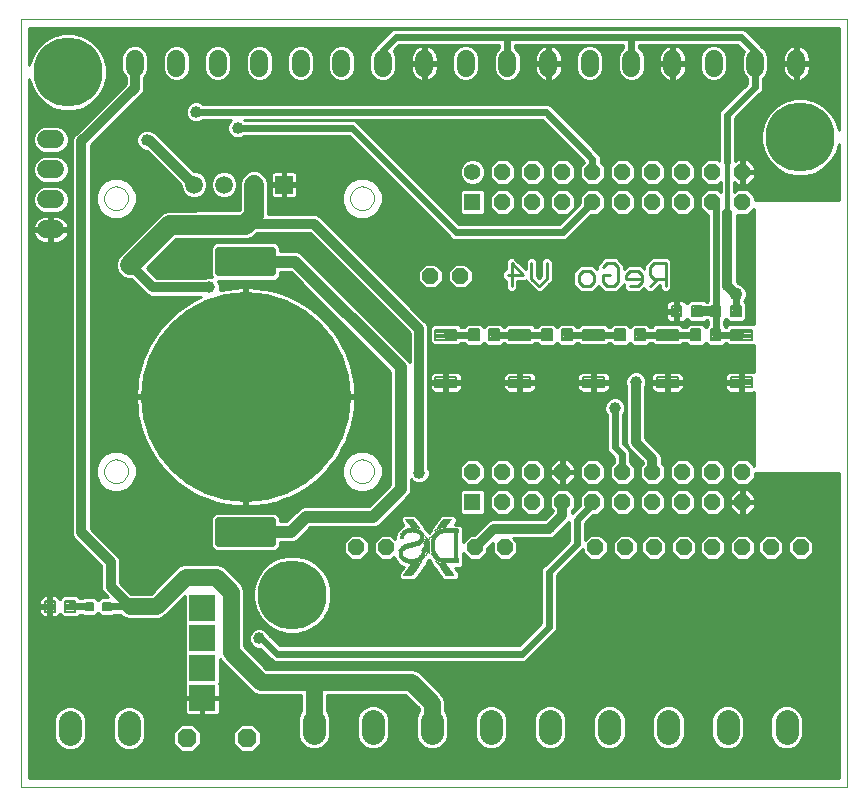
<source format=gbl>
G75*
%MOIN*%
%OFA0B0*%
%FSLAX24Y24*%
%IPPOS*%
%LPD*%
%AMOC8*
5,1,8,0,0,1.08239X$1,22.5*
%
%ADD10C,0.0000*%
%ADD11C,0.0090*%
%ADD12C,0.0780*%
%ADD13C,0.2300*%
%ADD14R,0.0860X0.0860*%
%ADD15C,0.0063*%
%ADD16C,0.0079*%
%ADD17OC8,0.0560*%
%ADD18R,0.0560X0.0560*%
%ADD19C,0.0560*%
%ADD20OC8,0.0520*%
%ADD21C,0.0594*%
%ADD22C,0.0080*%
%ADD23C,0.7008*%
%ADD24C,0.0197*%
%ADD25R,0.0594X0.0594*%
%ADD26C,0.0594*%
%ADD27R,0.0300X0.0010*%
%ADD28R,0.0290X0.0010*%
%ADD29R,0.0310X0.0010*%
%ADD30R,0.0230X0.0010*%
%ADD31R,0.0140X0.0010*%
%ADD32R,0.0190X0.0010*%
%ADD33R,0.0110X0.0010*%
%ADD34R,0.0130X0.0010*%
%ADD35R,0.0080X0.0010*%
%ADD36R,0.0070X0.0010*%
%ADD37R,0.0090X0.0010*%
%ADD38R,0.0060X0.0010*%
%ADD39R,0.0250X0.0010*%
%ADD40R,0.0470X0.0010*%
%ADD41R,0.0050X0.0010*%
%ADD42R,0.0340X0.0010*%
%ADD43R,0.0550X0.0010*%
%ADD44R,0.0040X0.0010*%
%ADD45R,0.0400X0.0010*%
%ADD46R,0.0600X0.0010*%
%ADD47R,0.0030X0.0010*%
%ADD48R,0.0460X0.0010*%
%ADD49R,0.0640X0.0010*%
%ADD50R,0.0020X0.0010*%
%ADD51R,0.0010X0.0010*%
%ADD52R,0.0500X0.0010*%
%ADD53R,0.0660X0.0010*%
%ADD54R,0.0540X0.0010*%
%ADD55R,0.0680X0.0010*%
%ADD56R,0.0570X0.0010*%
%ADD57R,0.0710X0.0010*%
%ADD58R,0.0610X0.0010*%
%ADD59R,0.0720X0.0010*%
%ADD60R,0.0630X0.0010*%
%ADD61R,0.0740X0.0010*%
%ADD62R,0.0750X0.0010*%
%ADD63R,0.0690X0.0010*%
%ADD64R,0.0760X0.0010*%
%ADD65R,0.0700X0.0010*%
%ADD66R,0.0770X0.0010*%
%ADD67R,0.0730X0.0010*%
%ADD68R,0.0780X0.0010*%
%ADD69R,0.0280X0.0010*%
%ADD70R,0.0790X0.0010*%
%ADD71R,0.0270X0.0010*%
%ADD72R,0.0240X0.0010*%
%ADD73R,0.0150X0.0010*%
%ADD74R,0.0220X0.0010*%
%ADD75R,0.0210X0.0010*%
%ADD76R,0.0200X0.0010*%
%ADD77R,0.0180X0.0010*%
%ADD78R,0.0170X0.0010*%
%ADD79R,0.0160X0.0010*%
%ADD80R,0.0100X0.0010*%
%ADD81R,0.0330X0.0010*%
%ADD82R,0.0360X0.0010*%
%ADD83R,0.0390X0.0010*%
%ADD84R,0.0420X0.0010*%
%ADD85R,0.0450X0.0010*%
%ADD86R,0.0490X0.0010*%
%ADD87R,0.0510X0.0010*%
%ADD88R,0.0520X0.0010*%
%ADD89R,0.0440X0.0010*%
%ADD90R,0.0410X0.0010*%
%ADD91R,0.0380X0.0010*%
%ADD92R,0.0350X0.0010*%
%ADD93R,0.0320X0.0010*%
%ADD94R,0.0260X0.0010*%
%ADD95R,0.0800X0.0010*%
%ADD96R,0.0670X0.0010*%
%ADD97R,0.0650X0.0010*%
%ADD98R,0.0580X0.0010*%
%ADD99R,0.0560X0.0010*%
%ADD100R,0.0620X0.0010*%
%ADD101OC8,0.0630*%
%ADD102C,0.0600*%
%ADD103C,0.0083*%
%ADD104C,0.0476*%
%ADD105C,0.0100*%
%ADD106C,0.0397*%
%ADD107C,0.0320*%
%ADD108C,0.0554*%
%ADD109C,0.0660*%
%ADD110C,0.0240*%
%ADD111C,0.0160*%
%ADD112C,0.0436*%
%ADD113C,0.0560*%
%ADD114C,0.0400*%
D10*
X000660Y001160D02*
X028219Y001160D01*
X028219Y026751D01*
X000660Y026751D01*
X000660Y001160D01*
X003445Y011677D02*
X003447Y011716D01*
X003453Y011755D01*
X003463Y011793D01*
X003476Y011830D01*
X003493Y011865D01*
X003513Y011899D01*
X003537Y011930D01*
X003564Y011959D01*
X003593Y011985D01*
X003625Y012008D01*
X003659Y012028D01*
X003695Y012044D01*
X003732Y012056D01*
X003771Y012065D01*
X003810Y012070D01*
X003849Y012071D01*
X003888Y012068D01*
X003927Y012061D01*
X003964Y012050D01*
X004001Y012036D01*
X004036Y012018D01*
X004069Y011997D01*
X004100Y011972D01*
X004128Y011945D01*
X004153Y011915D01*
X004175Y011882D01*
X004194Y011848D01*
X004209Y011812D01*
X004221Y011774D01*
X004229Y011736D01*
X004233Y011697D01*
X004233Y011657D01*
X004229Y011618D01*
X004221Y011580D01*
X004209Y011542D01*
X004194Y011506D01*
X004175Y011472D01*
X004153Y011439D01*
X004128Y011409D01*
X004100Y011382D01*
X004069Y011357D01*
X004036Y011336D01*
X004001Y011318D01*
X003964Y011304D01*
X003927Y011293D01*
X003888Y011286D01*
X003849Y011283D01*
X003810Y011284D01*
X003771Y011289D01*
X003732Y011298D01*
X003695Y011310D01*
X003659Y011326D01*
X003625Y011346D01*
X003593Y011369D01*
X003564Y011395D01*
X003537Y011424D01*
X003513Y011455D01*
X003493Y011489D01*
X003476Y011524D01*
X003463Y011561D01*
X003453Y011599D01*
X003447Y011638D01*
X003445Y011677D01*
X011645Y011677D02*
X011647Y011716D01*
X011653Y011755D01*
X011663Y011793D01*
X011676Y011830D01*
X011693Y011865D01*
X011713Y011899D01*
X011737Y011930D01*
X011764Y011959D01*
X011793Y011985D01*
X011825Y012008D01*
X011859Y012028D01*
X011895Y012044D01*
X011932Y012056D01*
X011971Y012065D01*
X012010Y012070D01*
X012049Y012071D01*
X012088Y012068D01*
X012127Y012061D01*
X012164Y012050D01*
X012201Y012036D01*
X012236Y012018D01*
X012269Y011997D01*
X012300Y011972D01*
X012328Y011945D01*
X012353Y011915D01*
X012375Y011882D01*
X012394Y011848D01*
X012409Y011812D01*
X012421Y011774D01*
X012429Y011736D01*
X012433Y011697D01*
X012433Y011657D01*
X012429Y011618D01*
X012421Y011580D01*
X012409Y011542D01*
X012394Y011506D01*
X012375Y011472D01*
X012353Y011439D01*
X012328Y011409D01*
X012300Y011382D01*
X012269Y011357D01*
X012236Y011336D01*
X012201Y011318D01*
X012164Y011304D01*
X012127Y011293D01*
X012088Y011286D01*
X012049Y011283D01*
X012010Y011284D01*
X011971Y011289D01*
X011932Y011298D01*
X011895Y011310D01*
X011859Y011326D01*
X011825Y011346D01*
X011793Y011369D01*
X011764Y011395D01*
X011737Y011424D01*
X011713Y011455D01*
X011693Y011489D01*
X011676Y011524D01*
X011663Y011561D01*
X011653Y011599D01*
X011647Y011638D01*
X011645Y011677D01*
X011645Y020777D02*
X011647Y020816D01*
X011653Y020855D01*
X011663Y020893D01*
X011676Y020930D01*
X011693Y020965D01*
X011713Y020999D01*
X011737Y021030D01*
X011764Y021059D01*
X011793Y021085D01*
X011825Y021108D01*
X011859Y021128D01*
X011895Y021144D01*
X011932Y021156D01*
X011971Y021165D01*
X012010Y021170D01*
X012049Y021171D01*
X012088Y021168D01*
X012127Y021161D01*
X012164Y021150D01*
X012201Y021136D01*
X012236Y021118D01*
X012269Y021097D01*
X012300Y021072D01*
X012328Y021045D01*
X012353Y021015D01*
X012375Y020982D01*
X012394Y020948D01*
X012409Y020912D01*
X012421Y020874D01*
X012429Y020836D01*
X012433Y020797D01*
X012433Y020757D01*
X012429Y020718D01*
X012421Y020680D01*
X012409Y020642D01*
X012394Y020606D01*
X012375Y020572D01*
X012353Y020539D01*
X012328Y020509D01*
X012300Y020482D01*
X012269Y020457D01*
X012236Y020436D01*
X012201Y020418D01*
X012164Y020404D01*
X012127Y020393D01*
X012088Y020386D01*
X012049Y020383D01*
X012010Y020384D01*
X011971Y020389D01*
X011932Y020398D01*
X011895Y020410D01*
X011859Y020426D01*
X011825Y020446D01*
X011793Y020469D01*
X011764Y020495D01*
X011737Y020524D01*
X011713Y020555D01*
X011693Y020589D01*
X011676Y020624D01*
X011663Y020661D01*
X011653Y020699D01*
X011647Y020738D01*
X011645Y020777D01*
X003445Y020777D02*
X003447Y020816D01*
X003453Y020855D01*
X003463Y020893D01*
X003476Y020930D01*
X003493Y020965D01*
X003513Y020999D01*
X003537Y021030D01*
X003564Y021059D01*
X003593Y021085D01*
X003625Y021108D01*
X003659Y021128D01*
X003695Y021144D01*
X003732Y021156D01*
X003771Y021165D01*
X003810Y021170D01*
X003849Y021171D01*
X003888Y021168D01*
X003927Y021161D01*
X003964Y021150D01*
X004001Y021136D01*
X004036Y021118D01*
X004069Y021097D01*
X004100Y021072D01*
X004128Y021045D01*
X004153Y021015D01*
X004175Y020982D01*
X004194Y020948D01*
X004209Y020912D01*
X004221Y020874D01*
X004229Y020836D01*
X004233Y020797D01*
X004233Y020757D01*
X004229Y020718D01*
X004221Y020680D01*
X004209Y020642D01*
X004194Y020606D01*
X004175Y020572D01*
X004153Y020539D01*
X004128Y020509D01*
X004100Y020482D01*
X004069Y020457D01*
X004036Y020436D01*
X004001Y020418D01*
X003964Y020404D01*
X003927Y020393D01*
X003888Y020386D01*
X003849Y020383D01*
X003810Y020384D01*
X003771Y020389D01*
X003732Y020398D01*
X003695Y020410D01*
X003659Y020426D01*
X003625Y020446D01*
X003593Y020469D01*
X003564Y020495D01*
X003537Y020524D01*
X003513Y020555D01*
X003493Y020589D01*
X003476Y020624D01*
X003463Y020661D01*
X003453Y020699D01*
X003447Y020738D01*
X003445Y020777D01*
D11*
X016893Y018230D02*
X017407Y018230D01*
X017022Y018616D01*
X017022Y017845D01*
X017685Y018102D02*
X017685Y018616D01*
X018199Y018616D02*
X018199Y018102D01*
X017942Y017845D01*
X017685Y018102D01*
X019269Y017973D02*
X019269Y018230D01*
X019397Y018359D01*
X019654Y018359D01*
X019783Y018230D01*
X019783Y017973D01*
X019654Y017845D01*
X019397Y017845D01*
X019269Y017973D01*
X020061Y017973D02*
X020061Y018230D01*
X020317Y018230D01*
X020061Y017973D02*
X020189Y017845D01*
X020446Y017845D01*
X020574Y017973D01*
X020574Y018487D01*
X020446Y018616D01*
X020189Y018616D01*
X020061Y018487D01*
X020852Y018230D02*
X020852Y018102D01*
X021366Y018102D01*
X021366Y018230D02*
X021366Y017973D01*
X021238Y017845D01*
X020981Y017845D01*
X020852Y018230D02*
X020981Y018359D01*
X021238Y018359D01*
X021366Y018230D01*
X021644Y018230D02*
X021644Y018487D01*
X021773Y018616D01*
X022158Y018616D01*
X022158Y017845D01*
X022158Y018102D02*
X021773Y018102D01*
X021644Y018230D01*
X021901Y018102D02*
X021644Y017845D01*
D12*
X022251Y003337D02*
X022251Y002947D01*
X020281Y002947D02*
X020281Y003337D01*
X018311Y003337D02*
X018311Y002947D01*
X016341Y002947D02*
X016341Y003337D01*
X014371Y003337D02*
X014371Y002947D01*
X012401Y002947D02*
X012401Y003337D01*
X010431Y003337D02*
X010431Y002947D01*
X004277Y002921D02*
X004277Y003311D01*
X002307Y003311D02*
X002307Y002921D01*
X024221Y002947D02*
X024221Y003337D01*
X026191Y003337D02*
X026191Y002947D01*
D13*
X009715Y007566D03*
X026644Y022814D03*
X002235Y024979D03*
D14*
X006715Y007118D03*
X006715Y006118D03*
X006715Y005118D03*
X006715Y004118D03*
D15*
X003414Y007046D02*
X003414Y007298D01*
X003666Y007298D01*
X003666Y007046D01*
X003414Y007046D01*
X003414Y007108D02*
X003666Y007108D01*
X003666Y007170D02*
X003414Y007170D01*
X003414Y007232D02*
X003666Y007232D01*
X003666Y007294D02*
X003414Y007294D01*
X002823Y007298D02*
X002823Y007046D01*
X002823Y007298D02*
X003075Y007298D01*
X003075Y007046D01*
X002823Y007046D01*
X002823Y007108D02*
X003075Y007108D01*
X003075Y007170D02*
X002823Y007170D01*
X002823Y007232D02*
X003075Y007232D01*
X003075Y007294D02*
X002823Y007294D01*
D16*
X002458Y006995D02*
X002142Y006995D01*
X002142Y007349D01*
X002458Y007349D01*
X002458Y006995D01*
X002458Y007073D02*
X002142Y007073D01*
X002142Y007151D02*
X002458Y007151D01*
X002458Y007229D02*
X002142Y007229D01*
X002142Y007307D02*
X002458Y007307D01*
X001788Y006995D02*
X001472Y006995D01*
X001472Y007349D01*
X001788Y007349D01*
X001788Y006995D01*
X001788Y007073D02*
X001472Y007073D01*
X001472Y007151D02*
X001788Y007151D01*
X001788Y007229D02*
X001472Y007229D01*
X001472Y007307D02*
X001788Y007307D01*
X015613Y016404D02*
X015929Y016404D01*
X015929Y016050D01*
X015613Y016050D01*
X015613Y016404D01*
X015613Y016128D02*
X015929Y016128D01*
X015929Y016206D02*
X015613Y016206D01*
X015613Y016284D02*
X015929Y016284D01*
X015929Y016362D02*
X015613Y016362D01*
X016283Y016404D02*
X016599Y016404D01*
X016599Y016050D01*
X016283Y016050D01*
X016283Y016404D01*
X016283Y016128D02*
X016599Y016128D01*
X016599Y016206D02*
X016283Y016206D01*
X016283Y016284D02*
X016599Y016284D01*
X016599Y016362D02*
X016283Y016362D01*
X018041Y016404D02*
X018357Y016404D01*
X018357Y016050D01*
X018041Y016050D01*
X018041Y016404D01*
X018041Y016128D02*
X018357Y016128D01*
X018357Y016206D02*
X018041Y016206D01*
X018041Y016284D02*
X018357Y016284D01*
X018357Y016362D02*
X018041Y016362D01*
X018711Y016404D02*
X019027Y016404D01*
X019027Y016050D01*
X018711Y016050D01*
X018711Y016404D01*
X018711Y016128D02*
X019027Y016128D01*
X019027Y016206D02*
X018711Y016206D01*
X018711Y016284D02*
X019027Y016284D01*
X019027Y016362D02*
X018711Y016362D01*
X020482Y016404D02*
X020798Y016404D01*
X020798Y016050D01*
X020482Y016050D01*
X020482Y016404D01*
X020482Y016128D02*
X020798Y016128D01*
X020798Y016206D02*
X020482Y016206D01*
X020482Y016284D02*
X020798Y016284D01*
X020798Y016362D02*
X020482Y016362D01*
X021152Y016404D02*
X021468Y016404D01*
X021468Y016050D01*
X021152Y016050D01*
X021152Y016404D01*
X021152Y016128D02*
X021468Y016128D01*
X021468Y016206D02*
X021152Y016206D01*
X021152Y016284D02*
X021468Y016284D01*
X021468Y016362D02*
X021152Y016362D01*
X023002Y016404D02*
X023318Y016404D01*
X023318Y016050D01*
X023002Y016050D01*
X023002Y016404D01*
X023002Y016128D02*
X023318Y016128D01*
X023318Y016206D02*
X023002Y016206D01*
X023002Y016284D02*
X023318Y016284D01*
X023318Y016362D02*
X023002Y016362D01*
X023671Y016404D02*
X023987Y016404D01*
X023987Y016050D01*
X023671Y016050D01*
X023671Y016404D01*
X023671Y016128D02*
X023987Y016128D01*
X023987Y016206D02*
X023671Y016206D01*
X023671Y016284D02*
X023987Y016284D01*
X023987Y016362D02*
X023671Y016362D01*
X023671Y017191D02*
X023987Y017191D01*
X023987Y016837D01*
X023671Y016837D01*
X023671Y017191D01*
X023671Y016915D02*
X023987Y016915D01*
X023987Y016993D02*
X023671Y016993D01*
X023671Y017071D02*
X023987Y017071D01*
X023987Y017149D02*
X023671Y017149D01*
X024341Y017191D02*
X024657Y017191D01*
X024657Y016837D01*
X024341Y016837D01*
X024341Y017191D01*
X024341Y016915D02*
X024657Y016915D01*
X024657Y016993D02*
X024341Y016993D01*
X024341Y017071D02*
X024657Y017071D01*
X024657Y017149D02*
X024341Y017149D01*
D17*
X024719Y020652D03*
X024719Y021652D03*
X023719Y021652D03*
X023719Y020652D03*
X022719Y020652D03*
X021719Y020652D03*
X021719Y021652D03*
X022719Y021652D03*
X020719Y021652D03*
X020719Y020652D03*
X019719Y020652D03*
X019719Y021652D03*
X018719Y021652D03*
X018719Y020652D03*
X017719Y020652D03*
X016719Y020652D03*
X016719Y021652D03*
X017719Y021652D03*
X017719Y011652D03*
X017719Y010652D03*
X016719Y010652D03*
X016719Y011652D03*
X015719Y011652D03*
X018719Y011652D03*
X018719Y010652D03*
X019719Y010652D03*
X020719Y010652D03*
X020719Y011652D03*
X019719Y011652D03*
X021719Y011652D03*
X021719Y010652D03*
X022719Y010652D03*
X023719Y010652D03*
X023719Y011652D03*
X022719Y011652D03*
X024719Y011652D03*
X024719Y010652D03*
D18*
X015719Y010652D03*
X015719Y020652D03*
D19*
X015719Y021652D03*
D20*
X015316Y018187D03*
X014316Y018187D03*
X012845Y009140D03*
X011845Y009140D03*
X015806Y009140D03*
X016806Y009140D03*
X019817Y009140D03*
X020817Y009140D03*
X021760Y009140D03*
X022760Y009140D03*
X023719Y009140D03*
X024719Y009140D03*
X025663Y009140D03*
X026663Y009140D03*
D21*
X026518Y025134D02*
X026518Y025430D01*
X025140Y025430D02*
X025140Y025134D01*
X023762Y025134D02*
X023762Y025430D01*
X022387Y025430D02*
X022387Y025134D01*
X021009Y025134D02*
X021009Y025430D01*
X019631Y025430D02*
X019631Y025134D01*
X018254Y025134D02*
X018254Y025430D01*
X016876Y025430D02*
X016876Y025134D01*
X015498Y025134D02*
X015498Y025430D01*
X014110Y025430D02*
X014110Y025134D01*
X012732Y025134D02*
X012732Y025430D01*
X011354Y025430D02*
X011354Y025134D01*
X009992Y025134D02*
X009992Y025430D01*
X008614Y025430D02*
X008614Y025134D01*
X007223Y025135D02*
X007223Y025431D01*
X005845Y025431D02*
X005845Y025135D01*
X004467Y025135D02*
X004467Y025431D01*
D22*
X015183Y016387D02*
X015183Y016067D01*
X014483Y016067D01*
X014483Y016387D01*
X015183Y016387D01*
X015183Y016146D02*
X014483Y016146D01*
X014483Y016225D02*
X015183Y016225D01*
X015183Y016304D02*
X014483Y016304D01*
X014483Y016383D02*
X015183Y016383D01*
X015183Y014812D02*
X015183Y014492D01*
X014483Y014492D01*
X014483Y014812D01*
X015183Y014812D01*
X015183Y014571D02*
X014483Y014571D01*
X014483Y014650D02*
X015183Y014650D01*
X015183Y014729D02*
X014483Y014729D01*
X014483Y014808D02*
X015183Y014808D01*
X017644Y014812D02*
X017644Y014492D01*
X016944Y014492D01*
X016944Y014812D01*
X017644Y014812D01*
X017644Y014571D02*
X016944Y014571D01*
X016944Y014650D02*
X017644Y014650D01*
X017644Y014729D02*
X016944Y014729D01*
X016944Y014808D02*
X017644Y014808D01*
X017644Y016067D02*
X017644Y016387D01*
X017644Y016067D02*
X016944Y016067D01*
X016944Y016387D01*
X017644Y016387D01*
X017644Y016146D02*
X016944Y016146D01*
X016944Y016225D02*
X017644Y016225D01*
X017644Y016304D02*
X016944Y016304D01*
X016944Y016383D02*
X017644Y016383D01*
X020104Y016387D02*
X020104Y016067D01*
X019404Y016067D01*
X019404Y016387D01*
X020104Y016387D01*
X020104Y016146D02*
X019404Y016146D01*
X019404Y016225D02*
X020104Y016225D01*
X020104Y016304D02*
X019404Y016304D01*
X019404Y016383D02*
X020104Y016383D01*
X020104Y014812D02*
X020104Y014492D01*
X019404Y014492D01*
X019404Y014812D01*
X020104Y014812D01*
X020104Y014571D02*
X019404Y014571D01*
X019404Y014650D02*
X020104Y014650D01*
X020104Y014729D02*
X019404Y014729D01*
X019404Y014808D02*
X020104Y014808D01*
X022565Y014812D02*
X022565Y014492D01*
X021865Y014492D01*
X021865Y014812D01*
X022565Y014812D01*
X022565Y014571D02*
X021865Y014571D01*
X021865Y014650D02*
X022565Y014650D01*
X022565Y014729D02*
X021865Y014729D01*
X021865Y014808D02*
X022565Y014808D01*
X022565Y016067D02*
X022565Y016387D01*
X022565Y016067D02*
X021865Y016067D01*
X021865Y016387D01*
X022565Y016387D01*
X022565Y016146D02*
X021865Y016146D01*
X021865Y016225D02*
X022565Y016225D01*
X022565Y016304D02*
X021865Y016304D01*
X021865Y016383D02*
X022565Y016383D01*
X025026Y016387D02*
X025026Y016067D01*
X024326Y016067D01*
X024326Y016387D01*
X025026Y016387D01*
X025026Y016146D02*
X024326Y016146D01*
X024326Y016225D02*
X025026Y016225D01*
X025026Y016304D02*
X024326Y016304D01*
X024326Y016383D02*
X025026Y016383D01*
X025026Y014812D02*
X025026Y014492D01*
X024326Y014492D01*
X024326Y014812D01*
X025026Y014812D01*
X025026Y014571D02*
X024326Y014571D01*
X024326Y014650D02*
X025026Y014650D01*
X025026Y014729D02*
X024326Y014729D01*
X024326Y014808D02*
X025026Y014808D01*
D23*
X008160Y014160D03*
D24*
X009066Y010046D02*
X009066Y009258D01*
X007254Y009258D01*
X007254Y010046D01*
X009066Y010046D01*
X009066Y009454D02*
X007254Y009454D01*
X007254Y009650D02*
X009066Y009650D01*
X009066Y009846D02*
X007254Y009846D01*
X007254Y010042D02*
X009066Y010042D01*
X009066Y018274D02*
X009066Y019062D01*
X009066Y018274D02*
X007254Y018274D01*
X007254Y019062D01*
X009066Y019062D01*
X009066Y018470D02*
X007254Y018470D01*
X007254Y018666D02*
X009066Y018666D01*
X009066Y018862D02*
X007254Y018862D01*
X007254Y019058D02*
X009066Y019058D01*
D25*
X009439Y021227D03*
D26*
X008439Y021227D03*
X007439Y021227D03*
X006439Y021227D03*
D27*
X014899Y010060D03*
X014869Y010020D03*
X014849Y009990D03*
X014829Y009960D03*
X014819Y009950D03*
X014799Y009920D03*
X014779Y009890D03*
X014749Y009850D03*
X014729Y009820D03*
X014709Y009790D03*
X014699Y009780D03*
X013909Y009630D03*
X013469Y009100D03*
X013829Y008550D03*
X013819Y008540D03*
X013809Y008520D03*
X013799Y008510D03*
X013789Y008500D03*
X013779Y008480D03*
X013769Y008470D03*
X013749Y008440D03*
X013739Y008430D03*
X013729Y008410D03*
X013719Y008400D03*
X013709Y008380D03*
X013699Y008370D03*
X013679Y008340D03*
X013669Y008330D03*
X013649Y008300D03*
X013629Y008270D03*
X013619Y008260D03*
X013599Y008230D03*
X013579Y008200D03*
X014609Y008750D03*
X014799Y008450D03*
X014829Y008410D03*
X014849Y008380D03*
X014879Y008340D03*
X014909Y008300D03*
X014929Y008270D03*
X014939Y008260D03*
X014959Y008230D03*
X014969Y008220D03*
X014979Y008200D03*
D28*
X014974Y008210D03*
X014954Y008240D03*
X014944Y008250D03*
X014924Y008280D03*
X014914Y008290D03*
X014904Y008310D03*
X014894Y008320D03*
X014884Y008330D03*
X014874Y008350D03*
X014864Y008360D03*
X014854Y008370D03*
X014844Y008390D03*
X014834Y008400D03*
X014824Y008420D03*
X014814Y008430D03*
X014804Y008440D03*
X014794Y008460D03*
X014784Y008470D03*
X014774Y008480D03*
X014774Y008490D03*
X014764Y008500D03*
X014754Y008510D03*
X014744Y008520D03*
X014744Y008530D03*
X014734Y008540D03*
X014724Y008550D03*
X014714Y008560D03*
X014714Y008570D03*
X014154Y009020D03*
X013934Y009300D03*
X014714Y009800D03*
X014724Y009810D03*
X014734Y009830D03*
X014744Y009840D03*
X014754Y009860D03*
X014764Y009870D03*
X014774Y009880D03*
X014784Y009900D03*
X014794Y009910D03*
X014804Y009930D03*
X014814Y009940D03*
X014834Y009970D03*
X014844Y009980D03*
X014854Y010000D03*
X014864Y010010D03*
X014874Y010030D03*
X014884Y010040D03*
X014894Y010050D03*
D29*
X013524Y009630D03*
X013914Y008730D03*
X013814Y008530D03*
X013784Y008490D03*
X013764Y008460D03*
X013754Y008450D03*
X013734Y008420D03*
X013714Y008390D03*
X013694Y008360D03*
X013684Y008350D03*
X013664Y008320D03*
X013654Y008310D03*
X013644Y008290D03*
X013634Y008280D03*
X013614Y008250D03*
X013604Y008240D03*
X013594Y008220D03*
X013584Y008210D03*
D30*
X013874Y008560D03*
X013984Y008760D03*
X014174Y009080D03*
X014174Y009090D03*
X013974Y009320D03*
X013414Y009070D03*
X014554Y008770D03*
D31*
X014089Y008940D03*
X014089Y008950D03*
X014049Y009440D03*
X014049Y009450D03*
X014049Y009460D03*
X014049Y009470D03*
X014049Y009480D03*
X013719Y009760D03*
X013369Y009430D03*
X013339Y008880D03*
X013919Y008570D03*
D32*
X014024Y008800D03*
X014194Y009140D03*
X014194Y009220D03*
X014194Y009230D03*
X014194Y009270D03*
X013994Y009590D03*
X013984Y009600D03*
X014494Y009530D03*
X014504Y009540D03*
X014504Y008810D03*
X014514Y008800D03*
X014654Y008580D03*
X013404Y008770D03*
X013374Y009040D03*
X013434Y009580D03*
X013444Y009590D03*
D33*
X014204Y009370D03*
X014204Y009360D03*
X014244Y009000D03*
X014254Y008980D03*
X013944Y008580D03*
X014594Y009760D03*
D34*
X013884Y009790D03*
X014614Y008590D03*
D35*
X013969Y008590D03*
X014059Y008980D03*
X014189Y009410D03*
X013919Y009780D03*
D36*
X014234Y008970D03*
X013684Y008590D03*
D37*
X013394Y009420D03*
X014194Y009400D03*
X014194Y009390D03*
X014574Y009750D03*
X014594Y008600D03*
D38*
X014569Y008610D03*
X014229Y008950D03*
X014229Y008960D03*
X014189Y009420D03*
X014189Y009430D03*
X014559Y009740D03*
X013939Y009770D03*
X013979Y008600D03*
D39*
X013964Y008750D03*
X013694Y008600D03*
X013424Y009080D03*
X014164Y009060D03*
X014574Y008760D03*
X014564Y009590D03*
D40*
X013784Y009240D03*
X013614Y009160D03*
X015024Y008610D03*
D41*
X014554Y008620D03*
X014224Y008940D03*
X014184Y009440D03*
X013994Y008610D03*
D42*
X013699Y008610D03*
X013719Y009740D03*
D43*
X014984Y008620D03*
D44*
X014219Y008920D03*
X014219Y008930D03*
X014209Y008910D03*
X014009Y008620D03*
X014179Y009450D03*
X014179Y009460D03*
X014529Y009720D03*
X014539Y009730D03*
D45*
X013719Y009730D03*
X013699Y008620D03*
D46*
X014959Y008630D03*
D47*
X014534Y008630D03*
X014204Y008890D03*
X014204Y008900D03*
X014024Y008630D03*
X014284Y009360D03*
X014284Y009370D03*
X014294Y009380D03*
X014174Y009470D03*
X014164Y009490D03*
X013954Y009760D03*
D48*
X013699Y008630D03*
D49*
X014939Y008640D03*
D50*
X014529Y008640D03*
X014309Y008950D03*
X014299Y008970D03*
X014199Y008880D03*
X014189Y008860D03*
X014299Y009390D03*
X014299Y009400D03*
X014309Y009420D03*
X014319Y009440D03*
X014169Y009480D03*
X014159Y009500D03*
X013969Y009750D03*
X014519Y009710D03*
D51*
X014504Y009700D03*
X014494Y009690D03*
X014484Y009680D03*
X014324Y009450D03*
X014314Y009430D03*
X014304Y009410D03*
X014154Y009510D03*
X014154Y009520D03*
X013984Y009740D03*
X014304Y008960D03*
X014314Y008940D03*
X014314Y008930D03*
X014194Y008870D03*
X014184Y008850D03*
X014054Y008660D03*
X014044Y008650D03*
X014034Y008640D03*
X014504Y008660D03*
X014514Y008650D03*
D52*
X013699Y008640D03*
X013659Y009180D03*
X013739Y009220D03*
X015009Y009740D03*
D53*
X014929Y008650D03*
X013699Y008690D03*
D54*
X013699Y008650D03*
D55*
X014919Y008660D03*
D56*
X013704Y008660D03*
D57*
X014904Y008670D03*
X014904Y009680D03*
D58*
X013714Y009670D03*
X013704Y008670D03*
D59*
X014899Y008680D03*
D60*
X013704Y008680D03*
X013714Y009660D03*
D61*
X014889Y009660D03*
X014889Y008690D03*
D62*
X014884Y008700D03*
D63*
X013704Y008700D03*
D64*
X014879Y008710D03*
X014879Y009650D03*
D65*
X014909Y009690D03*
X013699Y008710D03*
D66*
X014874Y008720D03*
X014874Y009640D03*
D67*
X014894Y009670D03*
X013704Y008720D03*
D68*
X014869Y008730D03*
X014869Y009630D03*
D69*
X014589Y009600D03*
X014159Y009030D03*
X013479Y008730D03*
X013769Y009850D03*
D70*
X014864Y009620D03*
X014864Y008740D03*
D71*
X014164Y009040D03*
X014164Y009050D03*
X013944Y008740D03*
X013444Y009090D03*
X013804Y009800D03*
X013794Y009810D03*
X013794Y009820D03*
X013784Y009830D03*
X013774Y009840D03*
X013764Y009860D03*
X013754Y009870D03*
X013744Y009880D03*
X013734Y009890D03*
X013734Y009900D03*
X013724Y009910D03*
X013714Y009920D03*
X013704Y009930D03*
X013704Y009940D03*
X013694Y009950D03*
X013684Y009960D03*
X013674Y009970D03*
X013674Y009980D03*
X013664Y009990D03*
X013654Y010000D03*
X013644Y010010D03*
X013644Y010020D03*
X013634Y010030D03*
X013624Y010040D03*
X013614Y010050D03*
X013614Y010060D03*
D72*
X013489Y009620D03*
X013949Y009620D03*
X014169Y009070D03*
X013449Y008740D03*
D73*
X013354Y008830D03*
X013354Y008840D03*
X013344Y008850D03*
X013344Y008860D03*
X013344Y008870D03*
X013334Y008890D03*
X013334Y008900D03*
X013334Y008910D03*
X013334Y008920D03*
X013334Y008930D03*
X013334Y008940D03*
X013334Y008950D03*
X013334Y008960D03*
X013344Y008980D03*
X013374Y009440D03*
X013374Y009450D03*
X013374Y009460D03*
X013374Y009470D03*
X013384Y009490D03*
X013384Y009500D03*
X014034Y009530D03*
X014044Y009520D03*
X014044Y009510D03*
X014044Y009500D03*
X014044Y009490D03*
X014044Y009430D03*
X014044Y009420D03*
X014044Y009410D03*
X014094Y008970D03*
X014094Y008960D03*
X014084Y008930D03*
X014084Y008920D03*
X014084Y008910D03*
X014074Y008880D03*
X014424Y008970D03*
X014434Y008940D03*
X014414Y009010D03*
X014404Y009060D03*
X014404Y009070D03*
X014404Y009080D03*
X014404Y009280D03*
X014404Y009290D03*
X014404Y009300D03*
X014414Y009350D03*
X014414Y009360D03*
X014424Y009390D03*
X015184Y009390D03*
X015184Y009380D03*
X015184Y009370D03*
X015184Y009360D03*
X015184Y009350D03*
X015184Y009340D03*
X015184Y009330D03*
X015184Y009320D03*
X015184Y009310D03*
X015184Y009300D03*
X015184Y009290D03*
X015184Y009280D03*
X015184Y009270D03*
X015184Y009260D03*
X015184Y009250D03*
X015184Y009240D03*
X015184Y009230D03*
X015184Y009220D03*
X015184Y009210D03*
X015184Y009200D03*
X015184Y009190D03*
X015184Y009180D03*
X015184Y009170D03*
X015184Y009160D03*
X015184Y009150D03*
X015184Y009140D03*
X015184Y009130D03*
X015184Y009120D03*
X015184Y009110D03*
X015184Y009100D03*
X015184Y009090D03*
X015184Y009080D03*
X015184Y009070D03*
X015184Y009060D03*
X015184Y009050D03*
X015184Y009040D03*
X015184Y009030D03*
X015184Y009020D03*
X015184Y009010D03*
X015184Y009000D03*
X015184Y008990D03*
X015184Y008980D03*
X015184Y008970D03*
X015184Y008960D03*
X015184Y008950D03*
X015184Y008940D03*
X015184Y008930D03*
X015184Y008920D03*
X015184Y008910D03*
X015184Y008900D03*
X015184Y008890D03*
X015184Y008880D03*
X015184Y008870D03*
X015184Y008860D03*
X015184Y008850D03*
X015184Y008840D03*
X015184Y008830D03*
X015184Y008820D03*
X015184Y008810D03*
X015184Y008800D03*
X015184Y008790D03*
X015184Y008780D03*
X015184Y008770D03*
X015184Y008760D03*
X015184Y008750D03*
X015184Y009400D03*
X015184Y009410D03*
X015184Y009420D03*
X015184Y009430D03*
X015184Y009440D03*
X015184Y009450D03*
X015184Y009460D03*
X015184Y009470D03*
X015184Y009480D03*
X015184Y009490D03*
X015184Y009500D03*
X015184Y009510D03*
X015184Y009520D03*
X015184Y009530D03*
X015184Y009540D03*
X015184Y009550D03*
X015184Y009560D03*
X015184Y009570D03*
X015184Y009580D03*
X015184Y009590D03*
X015184Y009600D03*
D74*
X014549Y009580D03*
X014179Y009100D03*
X013989Y009330D03*
X013469Y009610D03*
X013429Y008750D03*
X014539Y008780D03*
D75*
X014184Y009110D03*
X014184Y009120D03*
X014184Y009250D03*
X013964Y009610D03*
X013454Y009600D03*
X013394Y009060D03*
X013414Y008760D03*
X013994Y008770D03*
X014524Y009560D03*
X014534Y009570D03*
D76*
X014509Y009550D03*
X014189Y009260D03*
X014189Y009240D03*
X014189Y009130D03*
X013999Y009340D03*
X014019Y008790D03*
X014009Y008780D03*
X014529Y008790D03*
X013389Y009050D03*
D77*
X013369Y009030D03*
X013389Y008780D03*
X014039Y008810D03*
X014199Y009150D03*
X014199Y009160D03*
X014199Y009210D03*
X014199Y009280D03*
X014199Y009290D03*
X014019Y009360D03*
X014009Y009350D03*
X014469Y009490D03*
X014479Y009510D03*
X014489Y009520D03*
X014489Y008830D03*
X014499Y008820D03*
X013419Y009570D03*
D78*
X013414Y009560D03*
X013404Y009550D03*
X013404Y009540D03*
X013364Y009020D03*
X013354Y009010D03*
X013374Y008800D03*
X013384Y008790D03*
X014044Y008820D03*
X014054Y008830D03*
X014054Y008840D03*
X014204Y009170D03*
X014204Y009190D03*
X014204Y009200D03*
X014204Y009300D03*
X014214Y009310D03*
X014214Y009320D03*
X014024Y009370D03*
X014014Y009570D03*
X014004Y009580D03*
X014444Y009450D03*
X014454Y009460D03*
X014454Y009470D03*
X014464Y009480D03*
X014474Y009500D03*
X014634Y009770D03*
X014444Y008910D03*
X014454Y008890D03*
X014464Y008870D03*
X014474Y008860D03*
X014474Y008850D03*
X014484Y008840D03*
D79*
X014459Y008880D03*
X014449Y008900D03*
X014439Y008920D03*
X014439Y008930D03*
X014429Y008950D03*
X014429Y008960D03*
X014419Y008980D03*
X014419Y008990D03*
X014419Y009000D03*
X014409Y009020D03*
X014409Y009030D03*
X014409Y009040D03*
X014409Y009050D03*
X014399Y009090D03*
X014399Y009100D03*
X014399Y009110D03*
X014399Y009120D03*
X014399Y009130D03*
X014399Y009140D03*
X014399Y009150D03*
X014399Y009160D03*
X014399Y009170D03*
X014399Y009180D03*
X014399Y009190D03*
X014399Y009200D03*
X014399Y009210D03*
X014399Y009220D03*
X014399Y009230D03*
X014399Y009240D03*
X014399Y009250D03*
X014399Y009260D03*
X014399Y009270D03*
X014409Y009310D03*
X014409Y009320D03*
X014409Y009330D03*
X014409Y009340D03*
X014419Y009370D03*
X014419Y009380D03*
X014429Y009400D03*
X014429Y009410D03*
X014429Y009420D03*
X014439Y009430D03*
X014439Y009440D03*
X014219Y009350D03*
X014219Y009340D03*
X014219Y009330D03*
X014209Y009180D03*
X014219Y009010D03*
X014079Y008900D03*
X014079Y008890D03*
X014069Y008870D03*
X014069Y008860D03*
X014059Y008850D03*
X014029Y009380D03*
X014039Y009390D03*
X014039Y009400D03*
X014029Y009540D03*
X014029Y009550D03*
X014019Y009560D03*
X013399Y009530D03*
X013389Y009520D03*
X013389Y009510D03*
X013379Y009480D03*
X013349Y009000D03*
X013349Y008990D03*
X013339Y008970D03*
X013359Y008820D03*
X013369Y008810D03*
D80*
X014249Y008990D03*
X014199Y009380D03*
D81*
X013494Y009110D03*
D82*
X013509Y009120D03*
D83*
X013534Y009130D03*
D84*
X013559Y009140D03*
D85*
X013584Y009150D03*
D86*
X013634Y009170D03*
X013764Y009230D03*
X013714Y009710D03*
D87*
X013714Y009210D03*
X013674Y009190D03*
D88*
X013699Y009200D03*
X013719Y009700D03*
D89*
X013719Y009720D03*
X013809Y009250D03*
D90*
X013834Y009260D03*
D91*
X013859Y009270D03*
D92*
X013884Y009280D03*
D93*
X013909Y009290D03*
D94*
X013949Y009310D03*
X013719Y009750D03*
D95*
X014859Y009610D03*
D96*
X014924Y009700D03*
X013714Y009640D03*
D97*
X013714Y009650D03*
X014934Y009710D03*
D98*
X014969Y009730D03*
X013719Y009680D03*
D99*
X013719Y009690D03*
D100*
X014949Y009720D03*
D101*
X008198Y002778D03*
X006198Y002778D03*
D102*
X001810Y019739D02*
X001510Y019739D01*
X001510Y020739D02*
X001810Y020739D01*
X001810Y021739D02*
X001510Y021739D01*
X001510Y022739D02*
X001810Y022739D01*
D103*
X022356Y017185D02*
X022686Y017185D01*
X022686Y016843D01*
X022356Y016843D01*
X022356Y017185D01*
X022356Y016925D02*
X022686Y016925D01*
X022686Y017007D02*
X022356Y017007D01*
X022356Y017089D02*
X022686Y017089D01*
X022686Y017171D02*
X022356Y017171D01*
X023045Y017185D02*
X023375Y017185D01*
X023375Y016843D01*
X023045Y016843D01*
X023045Y017185D01*
X023045Y016925D02*
X023375Y016925D01*
X023375Y017007D02*
X023045Y017007D01*
X023045Y017089D02*
X023375Y017089D01*
X023375Y017171D02*
X023045Y017171D01*
D104*
X014164Y008092D03*
X014164Y007592D03*
X014164Y007092D03*
X014664Y007092D03*
X014664Y007592D03*
X013664Y007592D03*
X013664Y007092D03*
X014583Y004832D03*
X015083Y004832D03*
X017664Y006592D03*
X017664Y007092D03*
X019420Y006817D03*
X019920Y006817D03*
X019920Y006317D03*
X020420Y006317D03*
X020920Y006317D03*
X021420Y006317D03*
X021920Y006317D03*
X022420Y006317D03*
X022920Y006317D03*
X023420Y006317D03*
X023920Y006317D03*
X024420Y006317D03*
X024920Y006317D03*
X025420Y006317D03*
X025920Y006317D03*
X026420Y006317D03*
X026920Y006317D03*
X026920Y006817D03*
X026420Y006817D03*
X025920Y006817D03*
X025420Y006817D03*
X024920Y006817D03*
X024420Y006817D03*
X023920Y006817D03*
X023420Y006817D03*
X022920Y006817D03*
X022420Y006817D03*
X021920Y006817D03*
X021420Y006817D03*
X020920Y006817D03*
X020420Y006817D03*
X003908Y006567D03*
X003908Y006067D03*
X003908Y005567D03*
X003408Y005567D03*
X002908Y005567D03*
X002408Y005567D03*
X002408Y006067D03*
X002908Y006067D03*
X003408Y006067D03*
X003408Y006567D03*
X002908Y006567D03*
X002408Y006567D03*
X002113Y012398D03*
X001613Y012398D03*
X003849Y012900D03*
X003849Y013400D03*
X003849Y013900D03*
X003849Y014400D03*
X003849Y014900D03*
X002113Y015233D03*
X001613Y015233D03*
X001716Y016900D03*
X001716Y017400D03*
X001716Y017900D03*
X003216Y017400D03*
X003216Y016900D03*
X003716Y016900D03*
X003716Y017400D03*
D105*
X002993Y017413D02*
X006494Y017413D01*
X006437Y017384D02*
X006651Y017490D01*
X006667Y017497D01*
X005003Y017497D01*
X004889Y017544D01*
X004802Y017631D01*
X004802Y017631D01*
X004348Y018085D01*
X004211Y018085D01*
X004035Y018158D01*
X003900Y018293D01*
X003827Y018469D01*
X003827Y018660D01*
X003900Y018836D01*
X005359Y020295D01*
X005535Y020368D01*
X005926Y020368D01*
X007063Y020377D01*
X007065Y020378D01*
X007158Y020378D01*
X007252Y020379D01*
X007253Y020378D01*
X007946Y020378D01*
X007959Y020390D01*
X007959Y021322D01*
X008032Y021499D01*
X008167Y021634D01*
X008343Y021707D01*
X008534Y021707D01*
X008710Y021634D01*
X008845Y021499D01*
X008919Y021322D01*
X008919Y020243D01*
X010500Y020243D01*
X010614Y020195D01*
X010701Y020108D01*
X014118Y016692D01*
X014118Y016692D01*
X014205Y016604D01*
X014252Y016490D01*
X014252Y011797D01*
X014296Y011692D01*
X014296Y011553D01*
X014243Y011425D01*
X014145Y011327D01*
X014017Y011274D01*
X013878Y011274D01*
X013750Y011327D01*
X013672Y011405D01*
X013672Y011000D01*
X013619Y010872D01*
X012709Y009962D01*
X012611Y009863D01*
X012482Y009810D01*
X010305Y009810D01*
X009957Y009462D01*
X009957Y009462D01*
X009858Y009363D01*
X009730Y009310D01*
X009314Y009310D01*
X009314Y009209D01*
X009276Y009118D01*
X009206Y009048D01*
X009115Y009010D01*
X007205Y009010D01*
X007114Y009048D01*
X007044Y009118D01*
X007006Y009209D01*
X007006Y010095D01*
X007044Y010187D01*
X007114Y010256D01*
X007205Y010294D01*
X009115Y010294D01*
X009206Y010256D01*
X009276Y010187D01*
X009314Y010095D01*
X009314Y010010D01*
X009515Y010010D01*
X009863Y010358D01*
X009863Y010358D01*
X009962Y010457D01*
X010090Y010510D01*
X012267Y010510D01*
X012972Y011215D01*
X012972Y014999D01*
X009662Y018310D01*
X009314Y018310D01*
X009314Y018225D01*
X009276Y018133D01*
X009206Y018064D01*
X009115Y018026D01*
X007228Y018026D01*
X007250Y018004D01*
X007303Y017876D01*
X007303Y017737D01*
X007291Y017710D01*
X007330Y017720D01*
X007564Y017767D01*
X007802Y017798D01*
X008040Y017814D01*
X008110Y017814D01*
X008110Y014210D01*
X008210Y014210D01*
X008210Y017814D01*
X008280Y017814D01*
X008518Y017798D01*
X008756Y017767D01*
X008990Y017720D01*
X009221Y017658D01*
X009448Y017582D01*
X009669Y017490D01*
X009883Y017384D01*
X010091Y017265D01*
X010289Y017132D01*
X010479Y016986D01*
X010659Y016828D01*
X010828Y016659D01*
X010986Y016479D01*
X011132Y016289D01*
X011265Y016091D01*
X011384Y015883D01*
X011490Y015669D01*
X011582Y015448D01*
X011658Y015221D01*
X011720Y014990D01*
X011767Y014756D01*
X011798Y014518D01*
X011814Y014280D01*
X011814Y014210D01*
X008210Y014210D01*
X008210Y014110D01*
X011814Y014110D01*
X011814Y014040D01*
X011798Y013802D01*
X011767Y013564D01*
X011720Y013330D01*
X011658Y013099D01*
X011582Y012872D01*
X011490Y012651D01*
X011384Y012437D01*
X011265Y012229D01*
X011132Y012031D01*
X010986Y011841D01*
X010828Y011661D01*
X010659Y011492D01*
X010479Y011334D01*
X010289Y011188D01*
X010091Y011055D01*
X009883Y010936D01*
X009669Y010830D01*
X009448Y010738D01*
X009221Y010662D01*
X008990Y010600D01*
X008756Y010553D01*
X008518Y010522D01*
X008280Y010506D01*
X008210Y010506D01*
X008210Y014110D01*
X008110Y014110D01*
X008110Y010506D01*
X008040Y010506D01*
X007802Y010522D01*
X007564Y010553D01*
X007330Y010600D01*
X007099Y010662D01*
X006872Y010738D01*
X006651Y010830D01*
X006437Y010936D01*
X006229Y011055D01*
X006031Y011188D01*
X005841Y011334D01*
X005661Y011492D01*
X005492Y011661D01*
X005334Y011841D01*
X005188Y012031D01*
X005055Y012229D01*
X004936Y012437D01*
X004830Y012651D01*
X004738Y012872D01*
X004662Y013099D01*
X004600Y013330D01*
X004553Y013564D01*
X004522Y013802D01*
X004506Y014040D01*
X004506Y014110D01*
X008110Y014110D01*
X008110Y014210D01*
X004506Y014210D01*
X004506Y014280D01*
X004522Y014518D01*
X004553Y014756D01*
X004600Y014990D01*
X004662Y015221D01*
X004738Y015448D01*
X004830Y015669D01*
X004936Y015883D01*
X005055Y016091D01*
X005188Y016289D01*
X005334Y016479D01*
X005492Y016659D01*
X005661Y016828D01*
X005841Y016986D01*
X006031Y017132D01*
X006229Y017265D01*
X006437Y017384D01*
X006315Y017314D02*
X002993Y017314D01*
X002993Y017216D02*
X006156Y017216D01*
X006011Y017117D02*
X002993Y017117D01*
X002993Y017019D02*
X005883Y017019D01*
X005765Y016920D02*
X002993Y016920D01*
X002993Y016822D02*
X005654Y016822D01*
X005556Y016723D02*
X002993Y016723D01*
X002993Y016625D02*
X005461Y016625D01*
X005375Y016526D02*
X002993Y016526D01*
X002993Y016428D02*
X005294Y016428D01*
X005219Y016329D02*
X002993Y016329D01*
X002993Y016231D02*
X005149Y016231D01*
X005083Y016132D02*
X002993Y016132D01*
X002993Y016034D02*
X005022Y016034D01*
X004966Y015935D02*
X002993Y015935D01*
X002993Y015837D02*
X004913Y015837D01*
X004864Y015738D02*
X002993Y015738D01*
X002993Y015640D02*
X004818Y015640D01*
X004777Y015541D02*
X002993Y015541D01*
X002993Y015443D02*
X004737Y015443D01*
X004703Y015344D02*
X002993Y015344D01*
X002993Y015246D02*
X004670Y015246D01*
X004642Y015147D02*
X002993Y015147D01*
X002993Y015049D02*
X004615Y015049D01*
X004592Y014950D02*
X002993Y014950D01*
X002993Y014852D02*
X004572Y014852D01*
X004553Y014753D02*
X002993Y014753D01*
X002993Y014655D02*
X004540Y014655D01*
X004527Y014556D02*
X002993Y014556D01*
X002993Y014458D02*
X004518Y014458D01*
X004511Y014359D02*
X002993Y014359D01*
X002993Y014261D02*
X004506Y014261D01*
X004506Y014064D02*
X002993Y014064D01*
X002993Y014162D02*
X008110Y014162D01*
X008110Y014064D02*
X008210Y014064D01*
X008210Y014162D02*
X012972Y014162D01*
X012972Y014064D02*
X011814Y014064D01*
X011809Y013965D02*
X012972Y013965D01*
X012972Y013867D02*
X011803Y013867D01*
X011794Y013768D02*
X012972Y013768D01*
X012972Y013670D02*
X011781Y013670D01*
X011768Y013571D02*
X012972Y013571D01*
X012972Y013473D02*
X011749Y013473D01*
X011729Y013374D02*
X012972Y013374D01*
X012972Y013276D02*
X011706Y013276D01*
X011679Y013177D02*
X012972Y013177D01*
X012972Y013079D02*
X011652Y013079D01*
X011618Y012980D02*
X012972Y012980D01*
X012972Y012882D02*
X011585Y012882D01*
X011545Y012783D02*
X012972Y012783D01*
X012972Y012685D02*
X011504Y012685D01*
X011458Y012586D02*
X012972Y012586D01*
X012972Y012488D02*
X011409Y012488D01*
X011357Y012389D02*
X012972Y012389D01*
X012972Y012291D02*
X012344Y012291D01*
X012426Y012257D02*
X012175Y012361D01*
X011903Y012361D01*
X011651Y012257D01*
X011459Y012064D01*
X011355Y011813D01*
X011355Y011541D01*
X011459Y011290D01*
X011651Y011097D01*
X011903Y010993D01*
X012175Y010993D01*
X012426Y011097D01*
X012618Y011290D01*
X012722Y011541D01*
X012722Y011813D01*
X012618Y012064D01*
X012426Y012257D01*
X012490Y012192D02*
X012972Y012192D01*
X012972Y012094D02*
X012589Y012094D01*
X012647Y011995D02*
X012972Y011995D01*
X012972Y011897D02*
X012688Y011897D01*
X012722Y011798D02*
X012972Y011798D01*
X012972Y011700D02*
X012722Y011700D01*
X012722Y011601D02*
X012972Y011601D01*
X012972Y011503D02*
X012706Y011503D01*
X012666Y011404D02*
X012972Y011404D01*
X012972Y011306D02*
X012625Y011306D01*
X012536Y011207D02*
X012964Y011207D01*
X012866Y011109D02*
X012437Y011109D01*
X012215Y011010D02*
X012767Y011010D01*
X012669Y010912D02*
X009834Y010912D01*
X010012Y011010D02*
X011862Y011010D01*
X011640Y011109D02*
X010170Y011109D01*
X010314Y011207D02*
X011542Y011207D01*
X011452Y011306D02*
X010442Y011306D01*
X010559Y011404D02*
X011412Y011404D01*
X011371Y011503D02*
X010670Y011503D01*
X010768Y011601D02*
X011355Y011601D01*
X011355Y011700D02*
X010862Y011700D01*
X010949Y011798D02*
X011355Y011798D01*
X011389Y011897D02*
X011029Y011897D01*
X011104Y011995D02*
X011430Y011995D01*
X011488Y012094D02*
X011174Y012094D01*
X011240Y012192D02*
X011587Y012192D01*
X011733Y012291D02*
X011300Y012291D01*
X012570Y010813D02*
X009628Y010813D01*
X009377Y010715D02*
X012472Y010715D01*
X012373Y010616D02*
X009051Y010616D01*
X009241Y010222D02*
X009727Y010222D01*
X009629Y010124D02*
X009302Y010124D01*
X009314Y010025D02*
X009530Y010025D01*
X009826Y010321D02*
X002993Y010321D01*
X002993Y010419D02*
X009924Y010419D01*
X010224Y009730D02*
X013252Y009730D01*
X013249Y009727D02*
X013239Y009717D01*
X013229Y009707D01*
X013219Y009697D01*
X013219Y009687D01*
X013209Y009677D01*
X013199Y009667D01*
X013199Y009657D01*
X013189Y009647D01*
X013179Y009637D01*
X013179Y009627D01*
X013169Y009617D01*
X013169Y009597D01*
X013159Y009587D01*
X013159Y009557D01*
X013149Y009547D01*
X013149Y009416D01*
X013015Y009550D01*
X012675Y009550D01*
X012435Y009310D01*
X012435Y008970D01*
X012675Y008730D01*
X013015Y008730D01*
X013109Y008825D01*
X013109Y008823D01*
X013119Y008813D01*
X013119Y008783D01*
X013129Y008773D01*
X013129Y008753D01*
X013139Y008743D01*
X013139Y008733D01*
X013149Y008723D01*
X013149Y008713D01*
X013159Y008703D01*
X013159Y008693D01*
X013169Y008683D01*
X013189Y008663D01*
X013189Y008653D01*
X013277Y008565D01*
X013287Y008555D01*
X013297Y008545D01*
X013307Y008535D01*
X013317Y008535D01*
X013327Y008525D01*
X013337Y008515D01*
X013347Y008515D01*
X013357Y008505D01*
X013357Y008505D01*
X013367Y008495D01*
X013377Y008495D01*
X013387Y008485D01*
X013397Y008485D01*
X013407Y008475D01*
X013427Y008475D01*
X013419Y008467D01*
X013409Y008457D01*
X013409Y008447D01*
X013399Y008437D01*
X013389Y008427D01*
X013379Y008417D01*
X013379Y008407D01*
X013349Y008377D01*
X013349Y008367D01*
X013339Y008357D01*
X013329Y008347D01*
X013329Y008337D01*
X013319Y008327D01*
X013309Y008317D01*
X013299Y008307D01*
X013299Y008297D01*
X013289Y008287D01*
X013279Y008277D01*
X013279Y008133D01*
X013367Y008045D01*
X013792Y008045D01*
X013802Y008055D01*
X013812Y008065D01*
X013899Y008153D01*
X013899Y008163D01*
X013919Y008183D01*
X013919Y008193D01*
X013949Y008223D01*
X013949Y008233D01*
X013959Y008243D01*
X013959Y008243D01*
X013969Y008253D01*
X013969Y008263D01*
X013999Y008293D01*
X013999Y008303D01*
X014019Y008323D01*
X014019Y008333D01*
X014039Y008353D01*
X014039Y008363D01*
X014069Y008393D01*
X014069Y008403D01*
X014089Y008423D01*
X014089Y008433D01*
X014119Y008463D01*
X014119Y008473D01*
X014139Y008493D01*
X014139Y008503D01*
X014159Y008523D01*
X014159Y008533D01*
X014189Y008563D01*
X014189Y008573D01*
X014209Y008593D01*
X014209Y008643D01*
X014219Y008653D01*
X014219Y008663D01*
X014239Y008683D01*
X014239Y008683D01*
X014249Y008693D01*
X014249Y008695D01*
X014252Y008695D01*
X014262Y008705D01*
X014279Y008723D01*
X014279Y008713D01*
X014299Y008693D01*
X014349Y008643D01*
X014349Y008593D01*
X014369Y008573D01*
X014369Y008563D01*
X014399Y008533D01*
X014399Y008523D01*
X014419Y008503D01*
X014419Y008493D01*
X014449Y008463D01*
X014449Y008453D01*
X014479Y008423D01*
X014479Y008413D01*
X014499Y008393D01*
X014499Y008383D01*
X014529Y008353D01*
X014529Y008343D01*
X014549Y008323D01*
X014549Y008313D01*
X014579Y008283D01*
X014579Y008273D01*
X014609Y008243D01*
X014609Y008233D01*
X014629Y008213D01*
X014629Y008203D01*
X014659Y008173D01*
X014659Y008163D01*
X014679Y008143D01*
X014679Y008133D01*
X014767Y008045D01*
X015192Y008045D01*
X015279Y008133D01*
X015279Y008267D01*
X015269Y008277D01*
X015269Y008287D01*
X015259Y008297D01*
X015249Y008307D01*
X015239Y008317D01*
X015239Y008327D01*
X015229Y008337D01*
X015219Y008347D01*
X015209Y008357D01*
X015209Y008367D01*
X015199Y008377D01*
X015179Y008397D01*
X015179Y008407D01*
X015169Y008417D01*
X015159Y008427D01*
X015149Y008437D01*
X015149Y008447D01*
X015142Y008455D01*
X015322Y008455D01*
X015409Y008543D01*
X015409Y008957D01*
X015636Y008730D01*
X015975Y008730D01*
X016216Y008970D01*
X016216Y009112D01*
X016396Y009292D01*
X016396Y008970D01*
X016636Y008730D01*
X016975Y008730D01*
X017216Y008970D01*
X017216Y009310D01*
X017073Y009452D01*
X018325Y009452D01*
X018439Y009500D01*
X018895Y009955D01*
X018933Y009994D01*
X018933Y009362D01*
X018130Y008559D01*
X018054Y008483D01*
X018013Y008384D01*
X018013Y006614D01*
X017271Y005872D01*
X009300Y005872D01*
X008943Y006230D01*
X008913Y006301D01*
X008815Y006399D01*
X008687Y006452D01*
X008548Y006452D01*
X008420Y006399D01*
X008322Y006301D01*
X008269Y006173D01*
X008269Y006035D01*
X008322Y005907D01*
X008420Y005809D01*
X008548Y005755D01*
X008653Y005755D01*
X009036Y005373D01*
X009135Y005332D01*
X017436Y005332D01*
X017535Y005373D01*
X017611Y005449D01*
X018436Y006274D01*
X018512Y006350D01*
X018553Y006449D01*
X018553Y008218D01*
X019407Y009073D01*
X019407Y008970D01*
X019648Y008730D01*
X019987Y008730D01*
X020227Y008970D01*
X020227Y009310D01*
X019987Y009550D01*
X019648Y009550D01*
X019473Y009376D01*
X019473Y009951D01*
X019745Y010222D01*
X019897Y010222D01*
X020149Y010474D01*
X020149Y010830D01*
X019897Y011082D01*
X019541Y011082D01*
X019289Y010830D01*
X019289Y010530D01*
X019050Y010291D01*
X019029Y010270D01*
X019029Y010354D01*
X019149Y010474D01*
X019149Y010830D01*
X018897Y011082D01*
X018541Y011082D01*
X018289Y010830D01*
X018289Y010474D01*
X018409Y010354D01*
X018409Y010346D01*
X018135Y010072D01*
X016366Y010072D01*
X016252Y010025D01*
X015199Y010025D01*
X015199Y009993D02*
X015199Y010127D01*
X015112Y010215D01*
X014687Y010215D01*
X014599Y010127D01*
X014599Y010117D01*
X014589Y010107D01*
X014579Y010097D01*
X014569Y010087D01*
X014569Y010077D01*
X014549Y010057D01*
X014549Y010047D01*
X014539Y010037D01*
X014529Y010027D01*
X014519Y010017D01*
X014519Y010007D01*
X014509Y009997D01*
X014499Y009987D01*
X014499Y009977D01*
X014489Y009967D01*
X014479Y009957D01*
X014479Y009947D01*
X014469Y009937D01*
X014459Y009927D01*
X014050Y009927D01*
X014049Y009927D02*
X014039Y009937D01*
X014029Y009947D01*
X014019Y009957D01*
X014019Y009967D01*
X014009Y009977D01*
X013999Y009987D01*
X013989Y009997D01*
X013989Y010007D01*
X013979Y010017D01*
X013969Y010027D01*
X013959Y010037D01*
X013959Y010047D01*
X013929Y010077D01*
X013929Y010087D01*
X013919Y010097D01*
X013909Y010107D01*
X013899Y010117D01*
X013899Y010127D01*
X013812Y010215D01*
X013417Y010215D01*
X013329Y010127D01*
X013329Y009983D01*
X013359Y009953D01*
X013359Y009943D01*
X013389Y009913D01*
X013389Y009903D01*
X013419Y009873D01*
X013419Y009865D01*
X013407Y009865D01*
X013387Y009845D01*
X013377Y009845D01*
X013357Y009825D01*
X013347Y009825D01*
X013259Y009737D01*
X013249Y009727D01*
X013189Y009647D02*
X013189Y009647D01*
X013179Y009631D02*
X010126Y009631D01*
X010027Y009533D02*
X011657Y009533D01*
X011675Y009550D02*
X011435Y009310D01*
X011435Y008970D01*
X011675Y008730D01*
X012015Y008730D01*
X012255Y008970D01*
X012255Y009310D01*
X012015Y009550D01*
X011675Y009550D01*
X011559Y009434D02*
X009929Y009434D01*
X009791Y009336D02*
X011460Y009336D01*
X011435Y009237D02*
X009314Y009237D01*
X009285Y009139D02*
X011435Y009139D01*
X011435Y009040D02*
X009187Y009040D01*
X009213Y008777D02*
X008917Y008606D01*
X008675Y008364D01*
X008504Y008067D01*
X008415Y007737D01*
X008415Y007394D01*
X008504Y007064D01*
X008675Y006767D01*
X008917Y006525D01*
X009213Y006354D01*
X009544Y006266D01*
X009886Y006266D01*
X010217Y006354D01*
X010513Y006525D01*
X010755Y006767D01*
X010927Y007064D01*
X011015Y007394D01*
X011015Y007737D01*
X010927Y008067D01*
X010755Y008364D01*
X010513Y008606D01*
X010217Y008777D01*
X009886Y008866D01*
X009544Y008866D01*
X009213Y008777D01*
X009157Y008745D02*
X003961Y008745D01*
X003970Y008722D02*
X003923Y008836D01*
X003836Y008923D01*
X003836Y008923D01*
X002993Y009766D01*
X002993Y022544D01*
X004730Y024282D01*
X004777Y024396D01*
X004777Y024813D01*
X004846Y024881D01*
X004914Y025046D01*
X004914Y025520D01*
X004846Y025685D01*
X004720Y025810D01*
X004556Y025878D01*
X004378Y025878D01*
X004214Y025810D01*
X004088Y025685D01*
X004020Y025520D01*
X004020Y025046D01*
X004088Y024881D01*
X004157Y024813D01*
X004157Y024586D01*
X002507Y022936D01*
X002420Y022848D01*
X002373Y022734D01*
X002373Y009576D01*
X002420Y009462D01*
X003350Y008532D01*
X003350Y007767D01*
X003397Y007653D01*
X003571Y007479D01*
X003339Y007479D01*
X003245Y007385D01*
X003151Y007479D01*
X002748Y007479D01*
X002711Y007442D01*
X002632Y007442D01*
X002536Y007538D01*
X002064Y007538D01*
X001958Y007433D01*
X001939Y007465D01*
X001904Y007501D01*
X001861Y007525D01*
X001813Y007538D01*
X001679Y007538D01*
X001679Y007220D01*
X001582Y007220D01*
X001582Y007123D01*
X001679Y007123D01*
X001679Y006805D01*
X001813Y006805D01*
X001861Y006818D01*
X001904Y006843D01*
X001939Y006878D01*
X001958Y006911D01*
X002064Y006805D01*
X002536Y006805D01*
X002632Y006902D01*
X002711Y006902D01*
X002748Y006864D01*
X003151Y006864D01*
X003245Y006958D01*
X003339Y006864D01*
X003741Y006864D01*
X003779Y006902D01*
X003978Y006902D01*
X004073Y006807D01*
X004231Y006742D01*
X005257Y006742D01*
X005415Y006807D01*
X006135Y007527D01*
X006135Y006626D01*
X006143Y006618D01*
X006135Y006610D01*
X006135Y005626D01*
X006143Y005618D01*
X006135Y005610D01*
X006135Y004626D01*
X006149Y004612D01*
X006145Y004606D01*
X006135Y004567D01*
X006135Y004146D01*
X006686Y004146D01*
X006686Y004089D01*
X006135Y004089D01*
X006135Y003668D01*
X006145Y003630D01*
X006165Y003596D01*
X006193Y003568D01*
X006227Y003548D01*
X006265Y003538D01*
X006686Y003538D01*
X006686Y004089D01*
X006744Y004089D01*
X006744Y004146D01*
X007295Y004146D01*
X007295Y004567D01*
X007285Y004606D01*
X007281Y004612D01*
X007295Y004626D01*
X007295Y005417D01*
X007295Y005416D01*
X007416Y005295D01*
X008416Y004295D01*
X008574Y004230D01*
X010001Y004230D01*
X010001Y003671D01*
X009973Y003643D01*
X009891Y003445D01*
X009891Y002840D01*
X009973Y002641D01*
X010125Y002489D01*
X010323Y002407D01*
X010538Y002407D01*
X010736Y002489D01*
X010888Y002641D01*
X010971Y002840D01*
X010971Y003445D01*
X010888Y003643D01*
X010861Y003671D01*
X010861Y004230D01*
X013482Y004230D01*
X013941Y003771D01*
X013941Y003671D01*
X013913Y003643D01*
X013831Y003445D01*
X013831Y002840D01*
X013913Y002641D01*
X014065Y002489D01*
X014263Y002407D01*
X014478Y002407D01*
X014676Y002489D01*
X014828Y002641D01*
X014911Y002840D01*
X014911Y003445D01*
X014828Y003643D01*
X014801Y003671D01*
X014801Y004035D01*
X014735Y004193D01*
X014025Y004904D01*
X013904Y005025D01*
X013746Y005090D01*
X008838Y005090D01*
X008090Y005838D01*
X008090Y007746D01*
X008025Y007904D01*
X007525Y008404D01*
X007404Y008525D01*
X007246Y008590D01*
X006074Y008590D01*
X005916Y008525D01*
X004994Y007602D01*
X004325Y007602D01*
X003970Y007957D01*
X003970Y008722D01*
X003970Y008646D02*
X008987Y008646D01*
X008859Y008548D02*
X007348Y008548D01*
X007479Y008449D02*
X008760Y008449D01*
X008667Y008351D02*
X007578Y008351D01*
X007676Y008252D02*
X008610Y008252D01*
X008553Y008154D02*
X007775Y008154D01*
X007873Y008055D02*
X008500Y008055D01*
X008474Y007957D02*
X007972Y007957D01*
X008043Y007858D02*
X008448Y007858D01*
X008421Y007760D02*
X008084Y007760D01*
X008090Y007661D02*
X008415Y007661D01*
X008415Y007563D02*
X008090Y007563D01*
X008090Y007464D02*
X008415Y007464D01*
X008423Y007366D02*
X008090Y007366D01*
X008090Y007267D02*
X008449Y007267D01*
X008476Y007169D02*
X008090Y007169D01*
X008090Y007070D02*
X008502Y007070D01*
X008557Y006972D02*
X008090Y006972D01*
X008090Y006873D02*
X008614Y006873D01*
X008671Y006775D02*
X008090Y006775D01*
X008090Y006676D02*
X008766Y006676D01*
X008865Y006578D02*
X008090Y006578D01*
X008090Y006479D02*
X008997Y006479D01*
X008834Y006381D02*
X009168Y006381D01*
X008921Y006282D02*
X009482Y006282D01*
X009186Y005987D02*
X017385Y005987D01*
X017484Y006085D02*
X009087Y006085D01*
X008989Y006184D02*
X017582Y006184D01*
X017681Y006282D02*
X009948Y006282D01*
X010263Y006381D02*
X017779Y006381D01*
X017878Y006479D02*
X010433Y006479D01*
X010566Y006578D02*
X017976Y006578D01*
X018013Y006676D02*
X010664Y006676D01*
X010760Y006775D02*
X018013Y006775D01*
X018013Y006873D02*
X010816Y006873D01*
X010873Y006972D02*
X018013Y006972D01*
X018013Y007070D02*
X010928Y007070D01*
X010955Y007169D02*
X018013Y007169D01*
X018013Y007267D02*
X010981Y007267D01*
X011007Y007366D02*
X018013Y007366D01*
X018013Y007464D02*
X011015Y007464D01*
X011015Y007563D02*
X018013Y007563D01*
X018013Y007661D02*
X011015Y007661D01*
X011009Y007760D02*
X018013Y007760D01*
X018013Y007858D02*
X010983Y007858D01*
X010956Y007957D02*
X018013Y007957D01*
X018013Y008055D02*
X015201Y008055D01*
X015279Y008154D02*
X018013Y008154D01*
X018013Y008252D02*
X015279Y008252D01*
X015216Y008351D02*
X018013Y008351D01*
X018040Y008449D02*
X015148Y008449D01*
X015409Y008548D02*
X018118Y008548D01*
X018217Y008646D02*
X015409Y008646D01*
X015409Y008745D02*
X015622Y008745D01*
X015523Y008843D02*
X015409Y008843D01*
X015409Y008942D02*
X015425Y008942D01*
X015409Y009324D02*
X015409Y009807D01*
X015322Y009895D01*
X015129Y009895D01*
X015129Y009903D01*
X015149Y009923D01*
X015149Y009933D01*
X015169Y009953D01*
X015169Y009963D01*
X015199Y009993D01*
X015149Y009927D02*
X016153Y009927D01*
X016165Y009938D02*
X015777Y009550D01*
X015636Y009550D01*
X015409Y009324D01*
X015409Y009336D02*
X015421Y009336D01*
X015409Y009434D02*
X015520Y009434D01*
X015618Y009533D02*
X015409Y009533D01*
X015409Y009631D02*
X015858Y009631D01*
X015956Y009730D02*
X015409Y009730D01*
X015389Y009828D02*
X016055Y009828D01*
X016165Y009938D02*
X016252Y010025D01*
X016061Y010222D02*
X016149Y010310D01*
X016149Y010994D01*
X016061Y011082D01*
X015377Y011082D01*
X015289Y010994D01*
X015289Y010310D01*
X015377Y010222D01*
X016061Y010222D01*
X016149Y010321D02*
X016443Y010321D01*
X016541Y010222D02*
X016897Y010222D01*
X017149Y010474D01*
X017149Y010830D01*
X016897Y011082D01*
X016541Y011082D01*
X016289Y010830D01*
X016289Y010474D01*
X016541Y010222D01*
X016344Y010419D02*
X016149Y010419D01*
X016149Y010518D02*
X016289Y010518D01*
X016289Y010616D02*
X016149Y010616D01*
X016149Y010715D02*
X016289Y010715D01*
X016289Y010813D02*
X016149Y010813D01*
X016149Y010912D02*
X016370Y010912D01*
X016469Y011010D02*
X016133Y011010D01*
X015897Y011222D02*
X016149Y011474D01*
X016149Y011830D01*
X015897Y012082D01*
X015541Y012082D01*
X015289Y011830D01*
X015289Y011474D01*
X015541Y011222D01*
X015897Y011222D01*
X015981Y011306D02*
X016458Y011306D01*
X016541Y011222D02*
X016897Y011222D01*
X017149Y011474D01*
X017149Y011830D01*
X016897Y012082D01*
X016541Y012082D01*
X016289Y011830D01*
X016289Y011474D01*
X016541Y011222D01*
X016359Y011404D02*
X016079Y011404D01*
X016149Y011503D02*
X016289Y011503D01*
X016289Y011601D02*
X016149Y011601D01*
X016149Y011700D02*
X016289Y011700D01*
X016289Y011798D02*
X016149Y011798D01*
X016083Y011897D02*
X016355Y011897D01*
X016454Y011995D02*
X015984Y011995D01*
X015454Y011995D02*
X014252Y011995D01*
X014252Y011897D02*
X015355Y011897D01*
X015289Y011798D02*
X014252Y011798D01*
X014293Y011700D02*
X015289Y011700D01*
X015289Y011601D02*
X014296Y011601D01*
X014275Y011503D02*
X015289Y011503D01*
X015359Y011404D02*
X014222Y011404D01*
X014092Y011306D02*
X015458Y011306D01*
X015305Y011010D02*
X013672Y011010D01*
X013672Y011109D02*
X027929Y011109D01*
X027929Y011207D02*
X013672Y011207D01*
X013672Y011306D02*
X013802Y011306D01*
X013672Y011404D02*
X013673Y011404D01*
X013636Y010912D02*
X015289Y010912D01*
X015289Y010813D02*
X013560Y010813D01*
X013462Y010715D02*
X015289Y010715D01*
X015289Y010616D02*
X013363Y010616D01*
X013265Y010518D02*
X015289Y010518D01*
X015289Y010419D02*
X013166Y010419D01*
X013068Y010321D02*
X015289Y010321D01*
X015199Y010124D02*
X018186Y010124D01*
X018285Y010222D02*
X012969Y010222D01*
X012871Y010124D02*
X013329Y010124D01*
X013329Y010025D02*
X012772Y010025D01*
X012674Y009927D02*
X013376Y009927D01*
X013360Y009828D02*
X012526Y009828D01*
X012657Y009533D02*
X012033Y009533D01*
X012131Y009434D02*
X012559Y009434D01*
X012460Y009336D02*
X012230Y009336D01*
X012255Y009237D02*
X012435Y009237D01*
X012435Y009139D02*
X012255Y009139D01*
X012255Y009040D02*
X012435Y009040D01*
X012464Y008942D02*
X012226Y008942D01*
X012128Y008843D02*
X012563Y008843D01*
X012661Y008745D02*
X012029Y008745D01*
X011661Y008745D02*
X010273Y008745D01*
X010444Y008646D02*
X013197Y008646D01*
X013169Y008683D02*
X013169Y008683D01*
X013138Y008745D02*
X013029Y008745D01*
X013295Y008548D02*
X010572Y008548D01*
X010670Y008449D02*
X013409Y008449D01*
X013427Y008475D02*
X013427Y008475D01*
X013333Y008351D02*
X010763Y008351D01*
X010820Y008252D02*
X013279Y008252D01*
X013279Y008154D02*
X010877Y008154D01*
X010930Y008055D02*
X013358Y008055D01*
X013801Y008055D02*
X014758Y008055D01*
X014669Y008154D02*
X013899Y008154D01*
X013968Y008252D02*
X014601Y008252D01*
X014529Y008351D02*
X014037Y008351D01*
X014105Y008449D02*
X014454Y008449D01*
X014385Y008548D02*
X014174Y008548D01*
X014212Y008646D02*
X014347Y008646D01*
X014299Y008693D02*
X014299Y008693D01*
X014279Y008723D02*
X014279Y008723D01*
X014262Y008705D02*
X014262Y008705D01*
X014269Y009627D02*
X014222Y009675D01*
X014219Y009677D01*
X014219Y009687D01*
X014209Y009697D01*
X014199Y009707D01*
X014189Y009717D01*
X014179Y009727D01*
X014169Y009737D01*
X014139Y009767D01*
X014139Y009807D01*
X014129Y009817D01*
X014119Y009827D01*
X014119Y009837D01*
X014109Y009847D01*
X014099Y009857D01*
X014089Y009867D01*
X014079Y009877D01*
X014079Y009887D01*
X014069Y009897D01*
X014069Y009897D01*
X014059Y009907D01*
X014059Y009917D01*
X014049Y009927D01*
X014119Y009828D02*
X014390Y009828D01*
X014389Y009827D02*
X014379Y009817D01*
X014379Y009807D01*
X014369Y009797D01*
X014359Y009787D01*
X014359Y009777D01*
X014349Y009767D01*
X014339Y009757D01*
X014329Y009747D01*
X014329Y009697D01*
X014319Y009687D01*
X014309Y009677D01*
X014299Y009667D01*
X014289Y009657D01*
X014289Y009647D01*
X014269Y009627D01*
X014269Y009627D01*
X014266Y009631D02*
X014273Y009631D01*
X014329Y009730D02*
X014177Y009730D01*
X014339Y009757D02*
X014339Y009757D01*
X014349Y009767D02*
X014349Y009767D01*
X014389Y009827D02*
X014399Y009837D01*
X014399Y009847D01*
X014409Y009857D01*
X014419Y009867D01*
X014429Y009877D01*
X014429Y009887D01*
X014439Y009897D01*
X014439Y009897D01*
X014449Y009907D01*
X014449Y009917D01*
X014459Y009927D01*
X014527Y010025D02*
X013972Y010025D01*
X013899Y010124D02*
X014599Y010124D01*
X013149Y009533D02*
X013033Y009533D01*
X013131Y009434D02*
X013149Y009434D01*
X012275Y010518D02*
X008454Y010518D01*
X008210Y010518D02*
X008110Y010518D01*
X008110Y010616D02*
X008210Y010616D01*
X008210Y010715D02*
X008110Y010715D01*
X008110Y010813D02*
X008210Y010813D01*
X008210Y010912D02*
X008110Y010912D01*
X008110Y011010D02*
X008210Y011010D01*
X008210Y011109D02*
X008110Y011109D01*
X008110Y011207D02*
X008210Y011207D01*
X008210Y011306D02*
X008110Y011306D01*
X008110Y011404D02*
X008210Y011404D01*
X008210Y011503D02*
X008110Y011503D01*
X008110Y011601D02*
X008210Y011601D01*
X008210Y011700D02*
X008110Y011700D01*
X008110Y011798D02*
X008210Y011798D01*
X008210Y011897D02*
X008110Y011897D01*
X008110Y011995D02*
X008210Y011995D01*
X008210Y012094D02*
X008110Y012094D01*
X008110Y012192D02*
X008210Y012192D01*
X008210Y012291D02*
X008110Y012291D01*
X008110Y012389D02*
X008210Y012389D01*
X008210Y012488D02*
X008110Y012488D01*
X008110Y012586D02*
X008210Y012586D01*
X008210Y012685D02*
X008110Y012685D01*
X008110Y012783D02*
X008210Y012783D01*
X008210Y012882D02*
X008110Y012882D01*
X008110Y012980D02*
X008210Y012980D01*
X008210Y013079D02*
X008110Y013079D01*
X008110Y013177D02*
X008210Y013177D01*
X008210Y013276D02*
X008110Y013276D01*
X008110Y013374D02*
X008210Y013374D01*
X008210Y013473D02*
X008110Y013473D01*
X008110Y013571D02*
X008210Y013571D01*
X008210Y013670D02*
X008110Y013670D01*
X008110Y013768D02*
X008210Y013768D01*
X008210Y013867D02*
X008110Y013867D01*
X008110Y013965D02*
X008210Y013965D01*
X008210Y014261D02*
X008110Y014261D01*
X008110Y014359D02*
X008210Y014359D01*
X008210Y014458D02*
X008110Y014458D01*
X008110Y014556D02*
X008210Y014556D01*
X008210Y014655D02*
X008110Y014655D01*
X008110Y014753D02*
X008210Y014753D01*
X008210Y014852D02*
X008110Y014852D01*
X008110Y014950D02*
X008210Y014950D01*
X008210Y015049D02*
X008110Y015049D01*
X008110Y015147D02*
X008210Y015147D01*
X008210Y015246D02*
X008110Y015246D01*
X008110Y015344D02*
X008210Y015344D01*
X008210Y015443D02*
X008110Y015443D01*
X008110Y015541D02*
X008210Y015541D01*
X008210Y015640D02*
X008110Y015640D01*
X008110Y015738D02*
X008210Y015738D01*
X008210Y015837D02*
X008110Y015837D01*
X008110Y015935D02*
X008210Y015935D01*
X008210Y016034D02*
X008110Y016034D01*
X008110Y016132D02*
X008210Y016132D01*
X008210Y016231D02*
X008110Y016231D01*
X008110Y016329D02*
X008210Y016329D01*
X008210Y016428D02*
X008110Y016428D01*
X008110Y016526D02*
X008210Y016526D01*
X008210Y016625D02*
X008110Y016625D01*
X008110Y016723D02*
X008210Y016723D01*
X008210Y016822D02*
X008110Y016822D01*
X008110Y016920D02*
X008210Y016920D01*
X008210Y017019D02*
X008110Y017019D01*
X008110Y017117D02*
X008210Y017117D01*
X008210Y017216D02*
X008110Y017216D01*
X008110Y017314D02*
X008210Y017314D01*
X008210Y017413D02*
X008110Y017413D01*
X008110Y017511D02*
X008210Y017511D01*
X008210Y017610D02*
X008110Y017610D01*
X008110Y017708D02*
X008210Y017708D01*
X008210Y017807D02*
X008110Y017807D01*
X007928Y017807D02*
X007303Y017807D01*
X007291Y017905D02*
X010067Y017905D01*
X010165Y017807D02*
X008392Y017807D01*
X009036Y017708D02*
X010264Y017708D01*
X010362Y017610D02*
X009365Y017610D01*
X009618Y017511D02*
X010461Y017511D01*
X010559Y017413D02*
X009826Y017413D01*
X010005Y017314D02*
X010658Y017314D01*
X010756Y017216D02*
X010164Y017216D01*
X010309Y017117D02*
X010855Y017117D01*
X010953Y017019D02*
X010437Y017019D01*
X010555Y016920D02*
X011052Y016920D01*
X011150Y016822D02*
X010666Y016822D01*
X010764Y016723D02*
X011249Y016723D01*
X011347Y016625D02*
X010859Y016625D01*
X010945Y016526D02*
X011446Y016526D01*
X011544Y016428D02*
X011026Y016428D01*
X011101Y016329D02*
X011643Y016329D01*
X011741Y016231D02*
X011171Y016231D01*
X011237Y016132D02*
X011840Y016132D01*
X011938Y016034D02*
X011298Y016034D01*
X011354Y015935D02*
X012037Y015935D01*
X012135Y015837D02*
X011407Y015837D01*
X011456Y015738D02*
X012234Y015738D01*
X012332Y015640D02*
X011502Y015640D01*
X011543Y015541D02*
X012431Y015541D01*
X012529Y015443D02*
X011583Y015443D01*
X011617Y015344D02*
X012628Y015344D01*
X012726Y015246D02*
X011650Y015246D01*
X011678Y015147D02*
X012825Y015147D01*
X012923Y015049D02*
X011705Y015049D01*
X011728Y014950D02*
X012972Y014950D01*
X012972Y014852D02*
X011748Y014852D01*
X011767Y014753D02*
X012972Y014753D01*
X012972Y014655D02*
X011780Y014655D01*
X011793Y014556D02*
X012972Y014556D01*
X012972Y014458D02*
X011802Y014458D01*
X011809Y014359D02*
X012972Y014359D01*
X012972Y014261D02*
X011814Y014261D01*
X013224Y015738D02*
X013632Y015738D01*
X013632Y015640D02*
X013322Y015640D01*
X013421Y015541D02*
X013632Y015541D01*
X013632Y015443D02*
X013519Y015443D01*
X013618Y015344D02*
X013632Y015344D01*
X013619Y015343D02*
X010005Y018957D01*
X009876Y019010D01*
X009314Y019010D01*
X009314Y019111D01*
X009276Y019202D01*
X009206Y019272D01*
X009115Y019310D01*
X007205Y019310D01*
X007114Y019272D01*
X007044Y019202D01*
X007006Y019111D01*
X007006Y018225D01*
X007037Y018149D01*
X007024Y018155D01*
X006885Y018155D01*
X006792Y018117D01*
X005193Y018117D01*
X004865Y018444D01*
X005829Y019408D01*
X005834Y019408D01*
X005836Y019408D01*
X005930Y019408D01*
X006023Y019408D01*
X006025Y019409D01*
X007162Y019418D01*
X008241Y019418D01*
X008417Y019491D01*
X008476Y019550D01*
X008549Y019623D01*
X010310Y019623D01*
X013632Y016300D01*
X013632Y015310D01*
X013619Y015343D01*
X013632Y015837D02*
X013125Y015837D01*
X013027Y015935D02*
X013632Y015935D01*
X013632Y016034D02*
X012928Y016034D01*
X012830Y016132D02*
X013632Y016132D01*
X013632Y016231D02*
X012731Y016231D01*
X012633Y016329D02*
X013604Y016329D01*
X013505Y016428D02*
X012534Y016428D01*
X012436Y016526D02*
X013407Y016526D01*
X013308Y016625D02*
X012337Y016625D01*
X012239Y016723D02*
X013210Y016723D01*
X013111Y016822D02*
X012140Y016822D01*
X012042Y016920D02*
X013013Y016920D01*
X012914Y017019D02*
X011943Y017019D01*
X011845Y017117D02*
X012816Y017117D01*
X012717Y017216D02*
X011746Y017216D01*
X011648Y017314D02*
X012619Y017314D01*
X012520Y017413D02*
X011549Y017413D01*
X011451Y017511D02*
X012422Y017511D01*
X012323Y017610D02*
X011352Y017610D01*
X011254Y017708D02*
X012225Y017708D01*
X012126Y017807D02*
X011155Y017807D01*
X011057Y017905D02*
X012028Y017905D01*
X011929Y018004D02*
X010958Y018004D01*
X010860Y018102D02*
X011831Y018102D01*
X011732Y018201D02*
X010761Y018201D01*
X010663Y018299D02*
X011634Y018299D01*
X011535Y018398D02*
X010564Y018398D01*
X010466Y018496D02*
X011437Y018496D01*
X011338Y018595D02*
X010367Y018595D01*
X010269Y018693D02*
X011240Y018693D01*
X011141Y018792D02*
X010170Y018792D01*
X010072Y018890D02*
X011043Y018890D01*
X010944Y018989D02*
X009928Y018989D01*
X009314Y019087D02*
X010846Y019087D01*
X010747Y019186D02*
X009283Y019186D01*
X009178Y019284D02*
X010649Y019284D01*
X010550Y019383D02*
X005803Y019383D01*
X005705Y019284D02*
X007142Y019284D01*
X007037Y019186D02*
X005606Y019186D01*
X005508Y019087D02*
X007006Y019087D01*
X007006Y018989D02*
X005409Y018989D01*
X005311Y018890D02*
X007006Y018890D01*
X007006Y018792D02*
X005212Y018792D01*
X005114Y018693D02*
X007006Y018693D01*
X007006Y018595D02*
X005015Y018595D01*
X004917Y018496D02*
X007006Y018496D01*
X007006Y018398D02*
X004912Y018398D01*
X005011Y018299D02*
X007006Y018299D01*
X007016Y018201D02*
X005109Y018201D01*
X004626Y017807D02*
X002993Y017807D01*
X002993Y017905D02*
X004528Y017905D01*
X004429Y018004D02*
X002993Y018004D01*
X002993Y018102D02*
X004169Y018102D01*
X003992Y018201D02*
X002993Y018201D01*
X002993Y018299D02*
X003897Y018299D01*
X003856Y018398D02*
X002993Y018398D01*
X002993Y018496D02*
X003827Y018496D01*
X003827Y018595D02*
X002993Y018595D01*
X002993Y018693D02*
X003840Y018693D01*
X003881Y018792D02*
X002993Y018792D01*
X002993Y018890D02*
X003953Y018890D01*
X004052Y018989D02*
X002993Y018989D01*
X002993Y019087D02*
X004150Y019087D01*
X004249Y019186D02*
X002993Y019186D01*
X002993Y019284D02*
X004347Y019284D01*
X004446Y019383D02*
X002993Y019383D01*
X002993Y019481D02*
X004544Y019481D01*
X004643Y019580D02*
X002993Y019580D01*
X002993Y019678D02*
X004741Y019678D01*
X004840Y019777D02*
X002993Y019777D01*
X002993Y019875D02*
X004938Y019875D01*
X005037Y019974D02*
X002993Y019974D01*
X002993Y020072D02*
X005135Y020072D01*
X005234Y020171D02*
X004161Y020171D01*
X004226Y020197D02*
X004418Y020390D01*
X004522Y020641D01*
X004522Y020913D01*
X004418Y021164D01*
X004226Y021357D01*
X003975Y021461D01*
X003703Y021461D01*
X003451Y021357D01*
X003259Y021164D01*
X003155Y020913D01*
X003155Y020641D01*
X003259Y020390D01*
X003451Y020197D01*
X003703Y020093D01*
X003975Y020093D01*
X004226Y020197D01*
X004298Y020269D02*
X005332Y020269D01*
X005533Y020368D02*
X004396Y020368D01*
X004450Y020466D02*
X007959Y020466D01*
X007959Y020565D02*
X004491Y020565D01*
X004522Y020663D02*
X007959Y020663D01*
X007959Y020762D02*
X004522Y020762D01*
X004522Y020860D02*
X006173Y020860D01*
X006185Y020848D02*
X006350Y020780D01*
X006527Y020780D01*
X006692Y020848D01*
X006817Y020974D01*
X006885Y021138D01*
X006885Y021316D01*
X006817Y021480D01*
X006692Y021606D01*
X006527Y021674D01*
X006430Y021674D01*
X005126Y022978D01*
X005069Y023001D01*
X005060Y023010D01*
X004932Y023064D01*
X004793Y023064D01*
X004665Y023010D01*
X004567Y022912D01*
X004514Y022784D01*
X004514Y022646D01*
X004567Y022518D01*
X004665Y022420D01*
X004793Y022367D01*
X004860Y022367D01*
X005992Y021235D01*
X005992Y021138D01*
X006060Y020974D01*
X006185Y020848D01*
X006075Y020959D02*
X004503Y020959D01*
X004463Y021057D02*
X006025Y021057D01*
X005992Y021156D02*
X004422Y021156D01*
X004328Y021254D02*
X005973Y021254D01*
X005875Y021353D02*
X004230Y021353D01*
X003998Y021451D02*
X005776Y021451D01*
X005678Y021550D02*
X002993Y021550D01*
X002993Y021648D02*
X005579Y021648D01*
X005481Y021747D02*
X002993Y021747D01*
X002993Y021845D02*
X005382Y021845D01*
X005284Y021944D02*
X002993Y021944D01*
X002993Y022042D02*
X005185Y022042D01*
X005087Y022141D02*
X002993Y022141D01*
X002993Y022239D02*
X004988Y022239D01*
X004890Y022338D02*
X002993Y022338D01*
X002993Y022436D02*
X004649Y022436D01*
X004560Y022535D02*
X002993Y022535D01*
X003081Y022633D02*
X004520Y022633D01*
X004514Y022732D02*
X003180Y022732D01*
X003278Y022830D02*
X004533Y022830D01*
X004583Y022929D02*
X003377Y022929D01*
X003475Y023027D02*
X004705Y023027D01*
X005020Y023027D02*
X007551Y023027D01*
X007541Y023050D02*
X007594Y022922D01*
X007692Y022824D01*
X007820Y022771D01*
X007959Y022771D01*
X008087Y022824D01*
X008112Y022850D01*
X011589Y022850D01*
X011597Y022842D01*
X011931Y022507D01*
X014931Y019507D01*
X015007Y019431D01*
X015106Y019390D01*
X018781Y019390D01*
X018880Y019431D01*
X019671Y020222D01*
X019897Y020222D01*
X020149Y020474D01*
X020149Y020830D01*
X019897Y021082D01*
X019541Y021082D01*
X019289Y020830D01*
X019289Y020604D01*
X018615Y019930D01*
X015272Y019930D01*
X012313Y022889D01*
X011978Y023223D01*
X011853Y023349D01*
X011754Y023390D01*
X008112Y023390D01*
X018048Y023390D01*
X019448Y021990D01*
X019289Y021830D01*
X019289Y021474D01*
X019541Y021222D01*
X019897Y021222D01*
X020149Y021474D01*
X020149Y021830D01*
X019989Y021990D01*
X019989Y022155D01*
X019948Y022254D01*
X018389Y023813D01*
X018313Y023889D01*
X018214Y023930D01*
X006732Y023930D01*
X006709Y023953D01*
X006581Y024006D01*
X006442Y024006D01*
X006314Y023953D01*
X006216Y023855D01*
X006163Y023727D01*
X006163Y023589D01*
X006216Y023461D01*
X006314Y023363D01*
X006442Y023310D01*
X006581Y023310D01*
X006709Y023363D01*
X006736Y023390D01*
X007667Y023390D01*
X007594Y023317D01*
X007541Y023189D01*
X007541Y023050D01*
X007541Y023126D02*
X003574Y023126D01*
X003672Y023224D02*
X007555Y023224D01*
X007599Y023323D02*
X006612Y023323D01*
X006411Y023323D02*
X003771Y023323D01*
X003869Y023421D02*
X006256Y023421D01*
X006192Y023520D02*
X003968Y023520D01*
X004066Y023618D02*
X006163Y023618D01*
X006163Y023717D02*
X004165Y023717D01*
X004263Y023815D02*
X006199Y023815D01*
X006274Y023914D02*
X004362Y023914D01*
X004460Y024012D02*
X024279Y024012D01*
X024377Y024111D02*
X004559Y024111D01*
X004657Y024209D02*
X024476Y024209D01*
X024574Y024308D02*
X004741Y024308D01*
X004777Y024406D02*
X024673Y024406D01*
X024771Y024505D02*
X004777Y024505D01*
X004777Y024603D02*
X024863Y024603D01*
X024863Y024597D02*
X023984Y023717D01*
X018485Y023717D01*
X018387Y023815D02*
X024082Y023815D01*
X023984Y023717D02*
X023943Y023618D01*
X018584Y023618D01*
X018682Y023520D02*
X023943Y023520D01*
X023943Y023618D02*
X023943Y022036D01*
X023897Y022082D01*
X023541Y022082D01*
X023289Y021830D01*
X023289Y021474D01*
X023541Y021222D01*
X023897Y021222D01*
X023988Y021313D01*
X023988Y020991D01*
X023897Y021082D01*
X023541Y021082D01*
X023289Y020830D01*
X023289Y020474D01*
X023541Y020222D01*
X023559Y020222D01*
X023559Y017347D01*
X023537Y017324D01*
X023507Y017324D01*
X023455Y017377D01*
X022966Y017377D01*
X022859Y017270D01*
X022840Y017303D01*
X022804Y017339D01*
X022760Y017364D01*
X022712Y017377D01*
X022571Y017377D01*
X022571Y017064D01*
X022471Y017064D01*
X022471Y016964D01*
X022571Y016964D01*
X022571Y016652D01*
X022712Y016652D01*
X022760Y016665D01*
X022804Y016690D01*
X022840Y016726D01*
X022859Y016759D01*
X022966Y016652D01*
X023455Y016652D01*
X023507Y016704D01*
X023537Y016704D01*
X023559Y016682D01*
X023559Y016559D01*
X023495Y016495D01*
X023396Y016593D01*
X022924Y016593D01*
X022828Y016497D01*
X022724Y016497D01*
X022644Y016577D01*
X021786Y016577D01*
X021706Y016497D01*
X021642Y016497D01*
X021546Y016593D01*
X021074Y016593D01*
X020975Y016495D01*
X020876Y016593D01*
X020404Y016593D01*
X020308Y016497D01*
X020263Y016497D01*
X020183Y016577D01*
X019326Y016577D01*
X019246Y016497D01*
X019201Y016497D01*
X019105Y016593D01*
X018633Y016593D01*
X018534Y016495D01*
X018435Y016593D01*
X017963Y016593D01*
X017867Y016497D01*
X017803Y016497D01*
X017723Y016577D01*
X016865Y016577D01*
X016785Y016497D01*
X016773Y016497D01*
X016676Y016593D01*
X016205Y016593D01*
X016106Y016495D01*
X016007Y016593D01*
X015535Y016593D01*
X015439Y016497D01*
X015342Y016497D01*
X015262Y016577D01*
X014405Y016577D01*
X014293Y016466D01*
X014293Y015988D01*
X014405Y015877D01*
X015262Y015877D01*
X015342Y015957D01*
X015439Y015957D01*
X015535Y015860D01*
X016007Y015860D01*
X016106Y015959D01*
X016205Y015860D01*
X016676Y015860D01*
X016773Y015957D01*
X016785Y015957D01*
X016865Y015877D01*
X017723Y015877D01*
X017803Y015957D01*
X017867Y015957D01*
X017963Y015860D01*
X018435Y015860D01*
X018534Y015959D01*
X018633Y015860D01*
X019105Y015860D01*
X019201Y015957D01*
X019246Y015957D01*
X019326Y015877D01*
X020183Y015877D01*
X020263Y015957D01*
X020308Y015957D01*
X020404Y015860D01*
X020876Y015860D01*
X020975Y015959D01*
X021074Y015860D01*
X021546Y015860D01*
X021642Y015957D01*
X021706Y015957D01*
X021786Y015877D01*
X022644Y015877D01*
X022724Y015957D01*
X022828Y015957D01*
X022924Y015860D01*
X023396Y015860D01*
X023495Y015959D01*
X023593Y015860D01*
X024065Y015860D01*
X024162Y015957D01*
X024167Y015957D01*
X024247Y015877D01*
X025104Y015877D01*
X025110Y015883D01*
X025110Y014983D01*
X025099Y014989D01*
X025051Y015002D01*
X024726Y015002D01*
X024726Y014702D01*
X024626Y014702D01*
X024626Y015002D01*
X024301Y015002D01*
X024252Y014989D01*
X024209Y014964D01*
X024174Y014929D01*
X024149Y014885D01*
X024136Y014837D01*
X024136Y014702D01*
X024626Y014702D01*
X024626Y014602D01*
X024726Y014602D01*
X024726Y014302D01*
X025051Y014302D01*
X025099Y014315D01*
X025110Y014321D01*
X025110Y011869D01*
X024897Y012082D01*
X024541Y012082D01*
X024289Y011830D01*
X024289Y011474D01*
X024541Y011222D01*
X024897Y011222D01*
X025149Y011474D01*
X025149Y011610D01*
X027929Y011610D01*
X027929Y001450D01*
X000950Y001450D01*
X000950Y024751D01*
X001023Y024477D01*
X001195Y024181D01*
X001437Y023939D01*
X001733Y023767D01*
X002064Y023679D01*
X002406Y023679D01*
X002737Y023767D01*
X003033Y023939D01*
X003275Y024181D01*
X003446Y024477D01*
X003535Y024808D01*
X003535Y025150D01*
X003446Y025481D01*
X003275Y025777D01*
X003033Y026019D01*
X002737Y026190D01*
X002406Y026279D01*
X002064Y026279D01*
X001733Y026190D01*
X001437Y026019D01*
X001195Y025777D01*
X001023Y025481D01*
X000950Y025207D01*
X000950Y026461D01*
X027929Y026461D01*
X027929Y023041D01*
X027856Y023315D01*
X027685Y023612D01*
X027442Y023854D01*
X027146Y024025D01*
X026815Y024114D01*
X026473Y024114D01*
X026142Y024025D01*
X025846Y023854D01*
X025604Y023612D01*
X025433Y023315D01*
X025344Y022985D01*
X025344Y022642D01*
X025433Y022312D01*
X025604Y022015D01*
X025846Y021773D01*
X026142Y021602D01*
X026473Y021514D01*
X026815Y021514D01*
X027146Y021602D01*
X027442Y021773D01*
X027685Y022015D01*
X027856Y022312D01*
X027929Y022586D01*
X027929Y020710D01*
X025149Y020710D01*
X025149Y020830D01*
X024897Y021082D01*
X024541Y021082D01*
X024448Y020989D01*
X024448Y021315D01*
X024541Y021222D01*
X024680Y021222D01*
X024680Y021614D01*
X024758Y021614D01*
X024758Y021691D01*
X025149Y021691D01*
X025149Y021830D01*
X024897Y022082D01*
X024758Y022082D01*
X024758Y021691D01*
X024680Y021691D01*
X024680Y022082D01*
X024541Y022082D01*
X024483Y022024D01*
X024483Y023453D01*
X025286Y024256D01*
X025362Y024332D01*
X025403Y024431D01*
X025403Y024765D01*
X025519Y024881D01*
X025587Y025045D01*
X025587Y025519D01*
X025519Y025684D01*
X025393Y025809D01*
X025376Y025817D01*
X025369Y025833D01*
X024889Y026313D01*
X024813Y026389D01*
X024714Y026430D01*
X013106Y026430D01*
X013007Y026389D01*
X012503Y025885D01*
X012467Y025797D01*
X012353Y025684D01*
X012285Y025519D01*
X012285Y025045D01*
X012353Y024881D01*
X012479Y024755D01*
X012643Y024687D01*
X012821Y024687D01*
X012985Y024755D01*
X013111Y024881D01*
X013179Y025045D01*
X013179Y025519D01*
X013111Y025684D01*
X013088Y025706D01*
X013272Y025890D01*
X016606Y025890D01*
X016606Y025792D01*
X016497Y025684D01*
X016429Y025519D01*
X016429Y025045D01*
X016497Y024881D01*
X016622Y024755D01*
X016787Y024687D01*
X016964Y024687D01*
X017129Y024755D01*
X017254Y024881D01*
X017322Y025045D01*
X017322Y025519D01*
X017254Y025684D01*
X017146Y025792D01*
X017146Y025890D01*
X020739Y025890D01*
X020739Y025792D01*
X020631Y025684D01*
X020563Y025519D01*
X020563Y025045D01*
X020631Y024881D01*
X020756Y024755D01*
X020921Y024687D01*
X021098Y024687D01*
X021263Y024755D01*
X021388Y024881D01*
X021456Y025045D01*
X021456Y025519D01*
X021388Y025684D01*
X021279Y025792D01*
X021279Y025890D01*
X024548Y025890D01*
X024759Y025679D01*
X024693Y025519D01*
X024693Y025045D01*
X024761Y024881D01*
X024863Y024779D01*
X024863Y024597D01*
X024863Y024702D02*
X023887Y024702D01*
X023851Y024687D02*
X024015Y024755D01*
X024141Y024881D01*
X024209Y025045D01*
X024209Y025519D01*
X024141Y025684D01*
X024015Y025809D01*
X023851Y025877D01*
X023673Y025877D01*
X023509Y025809D01*
X023384Y025684D01*
X023316Y025519D01*
X023316Y025045D01*
X023384Y024881D01*
X023509Y024755D01*
X023673Y024687D01*
X023851Y024687D01*
X023638Y024702D02*
X022504Y024702D01*
X022492Y024698D02*
X022559Y024720D01*
X022622Y024751D01*
X022678Y024793D01*
X022728Y024843D01*
X022770Y024899D01*
X022801Y024962D01*
X022823Y025029D01*
X022834Y025098D01*
X022834Y025234D01*
X022436Y025234D01*
X022436Y025330D01*
X022834Y025330D01*
X022834Y025466D01*
X022823Y025535D01*
X022801Y025602D01*
X022770Y025665D01*
X022728Y025722D01*
X022678Y025771D01*
X022622Y025813D01*
X022559Y025845D01*
X022492Y025866D01*
X022436Y025875D01*
X022436Y025330D01*
X022339Y025330D01*
X022339Y025234D01*
X021941Y025234D01*
X021941Y025098D01*
X021952Y025029D01*
X021973Y024962D01*
X022005Y024899D01*
X022047Y024843D01*
X022096Y024793D01*
X022153Y024751D01*
X022216Y024720D01*
X022283Y024698D01*
X022339Y024689D01*
X022339Y025234D01*
X022436Y025234D01*
X022436Y024689D01*
X022492Y024698D01*
X022436Y024702D02*
X022339Y024702D01*
X022271Y024702D02*
X021134Y024702D01*
X021308Y024800D02*
X022089Y024800D01*
X022006Y024899D02*
X021396Y024899D01*
X021437Y024997D02*
X021962Y024997D01*
X021941Y025096D02*
X021456Y025096D01*
X021456Y025194D02*
X021941Y025194D01*
X021941Y025330D02*
X022339Y025330D01*
X022339Y025875D01*
X022283Y025866D01*
X022216Y025845D01*
X022153Y025813D01*
X022096Y025771D01*
X022047Y025722D01*
X022005Y025665D01*
X021973Y025602D01*
X021952Y025535D01*
X021941Y025466D01*
X021941Y025330D01*
X021941Y025391D02*
X021456Y025391D01*
X021456Y025293D02*
X022339Y025293D01*
X022436Y025293D02*
X023316Y025293D01*
X023316Y025391D02*
X022834Y025391D01*
X022830Y025490D02*
X023316Y025490D01*
X023344Y025588D02*
X022806Y025588D01*
X022754Y025687D02*
X023387Y025687D01*
X023485Y025785D02*
X022660Y025785D01*
X022436Y025785D02*
X022339Y025785D01*
X022339Y025687D02*
X022436Y025687D01*
X022436Y025588D02*
X022339Y025588D01*
X022339Y025490D02*
X022436Y025490D01*
X022436Y025391D02*
X022339Y025391D01*
X022339Y025194D02*
X022436Y025194D01*
X022436Y025096D02*
X022339Y025096D01*
X022339Y024997D02*
X022436Y024997D01*
X022436Y024899D02*
X022339Y024899D01*
X022339Y024800D02*
X022436Y024800D01*
X022686Y024800D02*
X023464Y024800D01*
X023376Y024899D02*
X022769Y024899D01*
X022813Y024997D02*
X023335Y024997D01*
X023316Y025096D02*
X022834Y025096D01*
X022834Y025194D02*
X023316Y025194D01*
X024061Y024800D02*
X024842Y024800D01*
X024754Y024899D02*
X024149Y024899D01*
X024189Y024997D02*
X024713Y024997D01*
X024693Y025096D02*
X024209Y025096D01*
X024209Y025194D02*
X024693Y025194D01*
X024693Y025293D02*
X024209Y025293D01*
X024209Y025391D02*
X024693Y025391D01*
X024693Y025490D02*
X024209Y025490D01*
X024181Y025588D02*
X024722Y025588D01*
X024752Y025687D02*
X024138Y025687D01*
X024040Y025785D02*
X024653Y025785D01*
X024555Y025884D02*
X021279Y025884D01*
X021287Y025785D02*
X022115Y025785D01*
X022021Y025687D02*
X021385Y025687D01*
X021428Y025588D02*
X021969Y025588D01*
X021944Y025490D02*
X021456Y025490D01*
X020732Y025785D02*
X019909Y025785D01*
X019885Y025809D02*
X019720Y025877D01*
X019543Y025877D01*
X019378Y025809D01*
X019253Y025684D01*
X019185Y025519D01*
X019185Y025045D01*
X019253Y024881D01*
X019378Y024755D01*
X019543Y024687D01*
X019720Y024687D01*
X019885Y024755D01*
X020010Y024881D01*
X020078Y025045D01*
X020078Y025519D01*
X020010Y025684D01*
X019885Y025809D01*
X020007Y025687D02*
X020634Y025687D01*
X020591Y025588D02*
X020050Y025588D01*
X020078Y025490D02*
X020563Y025490D01*
X020563Y025391D02*
X020078Y025391D01*
X020078Y025293D02*
X020563Y025293D01*
X020563Y025194D02*
X020078Y025194D01*
X020078Y025096D02*
X020563Y025096D01*
X020582Y024997D02*
X020059Y024997D01*
X020018Y024899D02*
X020623Y024899D01*
X020711Y024800D02*
X019930Y024800D01*
X019756Y024702D02*
X020885Y024702D01*
X020739Y025884D02*
X017146Y025884D01*
X017153Y025785D02*
X017981Y025785D01*
X017962Y025771D02*
X017913Y025722D01*
X017871Y025665D01*
X017839Y025602D01*
X017818Y025535D01*
X017807Y025466D01*
X017807Y025330D01*
X018205Y025330D01*
X018205Y025234D01*
X017807Y025234D01*
X017807Y025098D01*
X017818Y025029D01*
X017839Y024962D01*
X017871Y024899D01*
X017913Y024843D01*
X017962Y024793D01*
X018019Y024751D01*
X018082Y024720D01*
X018149Y024698D01*
X018205Y024689D01*
X018205Y025234D01*
X018302Y025234D01*
X018302Y025330D01*
X018700Y025330D01*
X018700Y025466D01*
X018689Y025535D01*
X018668Y025602D01*
X018636Y025665D01*
X018594Y025722D01*
X018545Y025771D01*
X018488Y025813D01*
X018425Y025845D01*
X018358Y025866D01*
X018302Y025875D01*
X018302Y025330D01*
X018205Y025330D01*
X018205Y025875D01*
X018149Y025866D01*
X018082Y025845D01*
X018019Y025813D01*
X017962Y025771D01*
X017887Y025687D02*
X017251Y025687D01*
X017294Y025588D02*
X017835Y025588D01*
X017810Y025490D02*
X017322Y025490D01*
X017322Y025391D02*
X017807Y025391D01*
X017807Y025194D02*
X017322Y025194D01*
X017322Y025096D02*
X017807Y025096D01*
X017828Y024997D02*
X017303Y024997D01*
X017262Y024899D02*
X017872Y024899D01*
X017955Y024800D02*
X017174Y024800D01*
X017000Y024702D02*
X018137Y024702D01*
X018205Y024702D02*
X018302Y024702D01*
X018302Y024689D02*
X018358Y024698D01*
X018425Y024720D01*
X018488Y024751D01*
X018545Y024793D01*
X018594Y024843D01*
X018636Y024899D01*
X018668Y024962D01*
X018689Y025029D01*
X018700Y025098D01*
X018700Y025234D01*
X018302Y025234D01*
X018302Y024689D01*
X018370Y024702D02*
X019507Y024702D01*
X019333Y024800D02*
X018552Y024800D01*
X018635Y024899D02*
X019245Y024899D01*
X019204Y024997D02*
X018679Y024997D01*
X018700Y025096D02*
X019185Y025096D01*
X019185Y025194D02*
X018700Y025194D01*
X018700Y025391D02*
X019185Y025391D01*
X019185Y025293D02*
X018302Y025293D01*
X018205Y025293D02*
X017322Y025293D01*
X016751Y024702D02*
X015622Y024702D01*
X015586Y024687D02*
X015751Y024755D01*
X015876Y024881D01*
X015944Y025045D01*
X015944Y025519D01*
X015876Y025684D01*
X015751Y025809D01*
X015586Y025877D01*
X015409Y025877D01*
X015244Y025809D01*
X015119Y025684D01*
X015051Y025519D01*
X015051Y025045D01*
X015119Y024881D01*
X015244Y024755D01*
X015409Y024687D01*
X015586Y024687D01*
X015373Y024702D02*
X014226Y024702D01*
X014214Y024698D02*
X014281Y024720D01*
X014344Y024751D01*
X014401Y024793D01*
X014451Y024843D01*
X014492Y024899D01*
X014524Y024962D01*
X014546Y025029D01*
X014557Y025098D01*
X014557Y025234D01*
X014158Y025234D01*
X014158Y025330D01*
X014557Y025330D01*
X014557Y025466D01*
X014546Y025535D01*
X014524Y025602D01*
X014492Y025665D01*
X014451Y025722D01*
X014401Y025771D01*
X014344Y025813D01*
X014281Y025845D01*
X014214Y025866D01*
X014158Y025875D01*
X014158Y025330D01*
X014061Y025330D01*
X014061Y025234D01*
X013663Y025234D01*
X013663Y025098D01*
X013674Y025029D01*
X013696Y024962D01*
X013728Y024899D01*
X013118Y024899D01*
X013159Y024997D02*
X013684Y024997D01*
X013663Y025096D02*
X013179Y025096D01*
X013179Y025194D02*
X013663Y025194D01*
X013663Y025330D02*
X014061Y025330D01*
X014061Y025875D01*
X014005Y025866D01*
X013938Y025845D01*
X013876Y025813D01*
X013819Y025771D01*
X013769Y025722D01*
X013728Y025665D01*
X013696Y025602D01*
X013674Y025535D01*
X013663Y025466D01*
X013663Y025330D01*
X013663Y025391D02*
X013179Y025391D01*
X013179Y025293D02*
X014061Y025293D01*
X014061Y025234D02*
X014158Y025234D01*
X014158Y024689D01*
X014214Y024698D01*
X014158Y024702D02*
X014061Y024702D01*
X014061Y024689D02*
X014061Y025234D01*
X014061Y025194D02*
X014158Y025194D01*
X014158Y025096D02*
X014061Y025096D01*
X014061Y024997D02*
X014158Y024997D01*
X014158Y024899D02*
X014061Y024899D01*
X014061Y024800D02*
X014158Y024800D01*
X014061Y024689D02*
X014005Y024698D01*
X013938Y024720D01*
X013876Y024751D01*
X013819Y024793D01*
X013769Y024843D01*
X013728Y024899D01*
X013811Y024800D02*
X013030Y024800D01*
X012856Y024702D02*
X013994Y024702D01*
X014408Y024800D02*
X015199Y024800D01*
X015111Y024899D02*
X014491Y024899D01*
X014535Y024997D02*
X015070Y024997D01*
X015051Y025096D02*
X014556Y025096D01*
X014557Y025194D02*
X015051Y025194D01*
X015051Y025293D02*
X014158Y025293D01*
X014158Y025391D02*
X014061Y025391D01*
X014061Y025490D02*
X014158Y025490D01*
X014158Y025588D02*
X014061Y025588D01*
X014061Y025687D02*
X014158Y025687D01*
X014158Y025785D02*
X014061Y025785D01*
X013838Y025785D02*
X013167Y025785D01*
X013108Y025687D02*
X013744Y025687D01*
X013691Y025588D02*
X013150Y025588D01*
X013179Y025490D02*
X013667Y025490D01*
X013265Y025884D02*
X016606Y025884D01*
X016598Y025785D02*
X015775Y025785D01*
X015873Y025687D02*
X016500Y025687D01*
X016457Y025588D02*
X015916Y025588D01*
X015944Y025490D02*
X016429Y025490D01*
X016429Y025391D02*
X015944Y025391D01*
X015944Y025293D02*
X016429Y025293D01*
X016429Y025194D02*
X015944Y025194D01*
X015944Y025096D02*
X016429Y025096D01*
X016448Y024997D02*
X015925Y024997D01*
X015884Y024899D02*
X016489Y024899D01*
X016577Y024800D02*
X015796Y024800D01*
X015051Y025391D02*
X014557Y025391D01*
X014553Y025490D02*
X015051Y025490D01*
X015079Y025588D02*
X014528Y025588D01*
X014476Y025687D02*
X015122Y025687D01*
X015220Y025785D02*
X014382Y025785D01*
X012994Y026376D02*
X000950Y026376D01*
X000950Y026278D02*
X002059Y026278D01*
X002411Y026278D02*
X012896Y026278D01*
X012797Y026179D02*
X002756Y026179D01*
X002927Y026081D02*
X012699Y026081D01*
X012600Y025982D02*
X003070Y025982D01*
X003169Y025884D02*
X012502Y025884D01*
X012454Y025785D02*
X011631Y025785D01*
X011607Y025809D02*
X011443Y025877D01*
X011265Y025877D01*
X011101Y025809D01*
X010975Y025684D01*
X010907Y025519D01*
X010907Y025045D01*
X010975Y024881D01*
X011101Y024755D01*
X011265Y024687D01*
X011443Y024687D01*
X011607Y024755D01*
X011733Y024881D01*
X011801Y025045D01*
X011801Y025519D01*
X011733Y025684D01*
X011607Y025809D01*
X011730Y025687D02*
X012356Y025687D01*
X012313Y025588D02*
X011772Y025588D01*
X011801Y025490D02*
X012285Y025490D01*
X012285Y025391D02*
X011801Y025391D01*
X011801Y025293D02*
X012285Y025293D01*
X012285Y025194D02*
X011801Y025194D01*
X011801Y025096D02*
X012285Y025096D01*
X012305Y024997D02*
X011781Y024997D01*
X011740Y024899D02*
X012346Y024899D01*
X012433Y024800D02*
X011652Y024800D01*
X011478Y024702D02*
X012607Y024702D01*
X011229Y024702D02*
X010116Y024702D01*
X010081Y024687D02*
X010245Y024755D01*
X010371Y024881D01*
X010439Y025045D01*
X010439Y025519D01*
X010371Y025684D01*
X010245Y025809D01*
X010081Y025877D01*
X009903Y025877D01*
X009739Y025809D01*
X009613Y025684D01*
X009545Y025519D01*
X009545Y025045D01*
X009613Y024881D01*
X009739Y024755D01*
X009903Y024687D01*
X010081Y024687D01*
X009867Y024702D02*
X008738Y024702D01*
X008703Y024687D02*
X008867Y024755D01*
X008993Y024881D01*
X009061Y025045D01*
X009061Y025519D01*
X008993Y025684D01*
X008867Y025809D01*
X008703Y025877D01*
X008525Y025877D01*
X008361Y025809D01*
X008235Y025684D01*
X008167Y025519D01*
X008167Y025045D01*
X008235Y024881D01*
X008361Y024755D01*
X008525Y024687D01*
X008703Y024687D01*
X008489Y024702D02*
X007345Y024702D01*
X007312Y024688D02*
X007476Y024756D01*
X007602Y024881D01*
X007670Y025046D01*
X007670Y025520D01*
X007602Y025685D01*
X007476Y025810D01*
X007312Y025878D01*
X007134Y025878D01*
X006970Y025810D01*
X006844Y025685D01*
X006776Y025520D01*
X006776Y025046D01*
X006844Y024881D01*
X006970Y024756D01*
X007134Y024688D01*
X007312Y024688D01*
X007101Y024702D02*
X005967Y024702D01*
X005934Y024688D02*
X006098Y024756D01*
X006224Y024881D01*
X006292Y025046D01*
X006292Y025520D01*
X006224Y025685D01*
X006098Y025810D01*
X005934Y025878D01*
X005756Y025878D01*
X005592Y025810D01*
X005466Y025685D01*
X005398Y025520D01*
X005398Y025046D01*
X005466Y024881D01*
X005592Y024756D01*
X005756Y024688D01*
X005934Y024688D01*
X005723Y024702D02*
X004777Y024702D01*
X004777Y024800D02*
X005548Y024800D01*
X005459Y024899D02*
X004853Y024899D01*
X004894Y024997D02*
X005418Y024997D01*
X005398Y025096D02*
X004914Y025096D01*
X004914Y025194D02*
X005398Y025194D01*
X005398Y025293D02*
X004914Y025293D01*
X004914Y025391D02*
X005398Y025391D01*
X005398Y025490D02*
X004914Y025490D01*
X004886Y025588D02*
X005426Y025588D01*
X005468Y025687D02*
X004844Y025687D01*
X004745Y025785D02*
X005567Y025785D01*
X006123Y025785D02*
X006945Y025785D01*
X006846Y025687D02*
X006222Y025687D01*
X006264Y025588D02*
X006804Y025588D01*
X006776Y025490D02*
X006292Y025490D01*
X006292Y025391D02*
X006776Y025391D01*
X006776Y025293D02*
X006292Y025293D01*
X006292Y025194D02*
X006776Y025194D01*
X006776Y025096D02*
X006292Y025096D01*
X006272Y024997D02*
X006796Y024997D01*
X006837Y024899D02*
X006231Y024899D01*
X006142Y024800D02*
X006926Y024800D01*
X007520Y024800D02*
X008315Y024800D01*
X008227Y024899D02*
X007609Y024899D01*
X007650Y024997D02*
X008187Y024997D01*
X008167Y025096D02*
X007670Y025096D01*
X007670Y025194D02*
X008167Y025194D01*
X008167Y025293D02*
X007670Y025293D01*
X007670Y025391D02*
X008167Y025391D01*
X008167Y025490D02*
X007670Y025490D01*
X007642Y025588D02*
X008195Y025588D01*
X008238Y025687D02*
X007600Y025687D01*
X007501Y025785D02*
X008336Y025785D01*
X008891Y025785D02*
X009714Y025785D01*
X009616Y025687D02*
X008990Y025687D01*
X009032Y025588D02*
X009573Y025588D01*
X009545Y025490D02*
X009061Y025490D01*
X009061Y025391D02*
X009545Y025391D01*
X009545Y025293D02*
X009061Y025293D01*
X009061Y025194D02*
X009545Y025194D01*
X009545Y025096D02*
X009061Y025096D01*
X009041Y024997D02*
X009565Y024997D01*
X009605Y024899D02*
X009000Y024899D01*
X008912Y024800D02*
X009693Y024800D01*
X010290Y024800D02*
X011056Y024800D01*
X010968Y024899D02*
X010378Y024899D01*
X010419Y024997D02*
X010927Y024997D01*
X010907Y025096D02*
X010439Y025096D01*
X010439Y025194D02*
X010907Y025194D01*
X010907Y025293D02*
X010439Y025293D01*
X010439Y025391D02*
X010907Y025391D01*
X010907Y025490D02*
X010439Y025490D01*
X010410Y025588D02*
X010936Y025588D01*
X010978Y025687D02*
X010368Y025687D01*
X010269Y025785D02*
X011077Y025785D01*
X011879Y023323D02*
X018116Y023323D01*
X018214Y023224D02*
X011978Y023224D01*
X012076Y023126D02*
X018313Y023126D01*
X018411Y023027D02*
X012175Y023027D01*
X012273Y022929D02*
X018510Y022929D01*
X018608Y022830D02*
X012372Y022830D01*
X012470Y022732D02*
X018707Y022732D01*
X018805Y022633D02*
X012569Y022633D01*
X012667Y022535D02*
X018904Y022535D01*
X019002Y022436D02*
X012766Y022436D01*
X012864Y022338D02*
X019101Y022338D01*
X019199Y022239D02*
X012963Y022239D01*
X013061Y022141D02*
X019298Y022141D01*
X019396Y022042D02*
X018937Y022042D01*
X018897Y022082D02*
X018541Y022082D01*
X018289Y021830D01*
X018289Y021474D01*
X018541Y021222D01*
X018897Y021222D01*
X019149Y021474D01*
X019149Y021830D01*
X018897Y022082D01*
X019036Y021944D02*
X019402Y021944D01*
X019304Y021845D02*
X019134Y021845D01*
X019149Y021747D02*
X019289Y021747D01*
X019289Y021648D02*
X019149Y021648D01*
X019149Y021550D02*
X019289Y021550D01*
X019312Y021451D02*
X019126Y021451D01*
X019028Y021353D02*
X019411Y021353D01*
X019509Y021254D02*
X018929Y021254D01*
X018897Y021082D02*
X018541Y021082D01*
X018289Y020830D01*
X018289Y020474D01*
X018541Y020222D01*
X018897Y020222D01*
X019149Y020474D01*
X019149Y020830D01*
X018897Y021082D01*
X018922Y021057D02*
X019516Y021057D01*
X019417Y020959D02*
X019021Y020959D01*
X019119Y020860D02*
X019319Y020860D01*
X019289Y020762D02*
X019149Y020762D01*
X019149Y020663D02*
X019289Y020663D01*
X019250Y020565D02*
X019149Y020565D01*
X019141Y020466D02*
X019151Y020466D01*
X019053Y020368D02*
X019043Y020368D01*
X018954Y020269D02*
X018944Y020269D01*
X018856Y020171D02*
X015031Y020171D01*
X014933Y020269D02*
X015330Y020269D01*
X015289Y020310D02*
X015377Y020222D01*
X016061Y020222D01*
X016149Y020310D01*
X016149Y020994D01*
X016061Y021082D01*
X015377Y021082D01*
X015289Y020994D01*
X015289Y020310D01*
X015289Y020368D02*
X014834Y020368D01*
X014736Y020466D02*
X015289Y020466D01*
X015289Y020565D02*
X014637Y020565D01*
X014539Y020663D02*
X015289Y020663D01*
X015289Y020762D02*
X014440Y020762D01*
X014342Y020860D02*
X015289Y020860D01*
X015289Y020959D02*
X014243Y020959D01*
X014145Y021057D02*
X015352Y021057D01*
X015475Y021288D02*
X015634Y021222D01*
X015805Y021222D01*
X015963Y021288D01*
X016084Y021409D01*
X016149Y021567D01*
X016149Y021738D01*
X016084Y021896D01*
X015963Y022017D01*
X015805Y022082D01*
X015634Y022082D01*
X015475Y022017D01*
X015355Y021896D01*
X015289Y021738D01*
X015289Y021567D01*
X015355Y021409D01*
X015475Y021288D01*
X015556Y021254D02*
X013948Y021254D01*
X014046Y021156D02*
X023988Y021156D01*
X023988Y021254D02*
X023929Y021254D01*
X023922Y021057D02*
X023988Y021057D01*
X023516Y021057D02*
X022922Y021057D01*
X022897Y021082D02*
X022541Y021082D01*
X022289Y020830D01*
X022289Y020474D01*
X022541Y020222D01*
X022897Y020222D01*
X023149Y020474D01*
X023149Y020830D01*
X022897Y021082D01*
X022897Y021222D02*
X023149Y021474D01*
X023149Y021830D01*
X022897Y022082D01*
X022541Y022082D01*
X022289Y021830D01*
X022289Y021474D01*
X022541Y021222D01*
X022897Y021222D01*
X022929Y021254D02*
X023509Y021254D01*
X023411Y021353D02*
X023028Y021353D01*
X023126Y021451D02*
X023312Y021451D01*
X023289Y021550D02*
X023149Y021550D01*
X023149Y021648D02*
X023289Y021648D01*
X023289Y021747D02*
X023149Y021747D01*
X023134Y021845D02*
X023304Y021845D01*
X023402Y021944D02*
X023036Y021944D01*
X022937Y022042D02*
X023501Y022042D01*
X023937Y022042D02*
X023943Y022042D01*
X023943Y022141D02*
X019989Y022141D01*
X019989Y022042D02*
X020501Y022042D01*
X020541Y022082D02*
X020289Y021830D01*
X020289Y021474D01*
X020541Y021222D01*
X020897Y021222D01*
X021149Y021474D01*
X021149Y021830D01*
X020897Y022082D01*
X020541Y022082D01*
X020402Y021944D02*
X020036Y021944D01*
X020134Y021845D02*
X020304Y021845D01*
X020289Y021747D02*
X020149Y021747D01*
X020149Y021648D02*
X020289Y021648D01*
X020289Y021550D02*
X020149Y021550D01*
X020126Y021451D02*
X020312Y021451D01*
X020411Y021353D02*
X020028Y021353D01*
X019929Y021254D02*
X020509Y021254D01*
X020541Y021082D02*
X020289Y020830D01*
X020289Y020474D01*
X020541Y020222D01*
X020897Y020222D01*
X021149Y020474D01*
X021149Y020830D01*
X020897Y021082D01*
X020541Y021082D01*
X020516Y021057D02*
X019922Y021057D01*
X020021Y020959D02*
X020417Y020959D01*
X020319Y020860D02*
X020119Y020860D01*
X020149Y020762D02*
X020289Y020762D01*
X020289Y020663D02*
X020149Y020663D01*
X020149Y020565D02*
X020289Y020565D01*
X020297Y020466D02*
X020141Y020466D01*
X020043Y020368D02*
X020396Y020368D01*
X020494Y020269D02*
X019944Y020269D01*
X019619Y020171D02*
X023559Y020171D01*
X023559Y020072D02*
X019521Y020072D01*
X019422Y019974D02*
X023559Y019974D01*
X023559Y019875D02*
X019324Y019875D01*
X019225Y019777D02*
X023559Y019777D01*
X023559Y019678D02*
X019127Y019678D01*
X019028Y019580D02*
X023559Y019580D01*
X023559Y019481D02*
X018930Y019481D01*
X018659Y019974D02*
X015228Y019974D01*
X015130Y020072D02*
X018757Y020072D01*
X018494Y020269D02*
X017944Y020269D01*
X017897Y020222D02*
X018149Y020474D01*
X018149Y020830D01*
X017897Y021082D01*
X017541Y021082D01*
X017289Y020830D01*
X017289Y020474D01*
X017541Y020222D01*
X017897Y020222D01*
X018043Y020368D02*
X018396Y020368D01*
X018297Y020466D02*
X018141Y020466D01*
X018149Y020565D02*
X018289Y020565D01*
X018289Y020663D02*
X018149Y020663D01*
X018149Y020762D02*
X018289Y020762D01*
X018319Y020860D02*
X018119Y020860D01*
X018021Y020959D02*
X018417Y020959D01*
X018516Y021057D02*
X017922Y021057D01*
X017897Y021222D02*
X018149Y021474D01*
X018149Y021830D01*
X017897Y022082D01*
X017541Y022082D01*
X017289Y021830D01*
X017289Y021474D01*
X017541Y021222D01*
X017897Y021222D01*
X017929Y021254D02*
X018509Y021254D01*
X018411Y021353D02*
X018028Y021353D01*
X018126Y021451D02*
X018312Y021451D01*
X018289Y021550D02*
X018149Y021550D01*
X018149Y021648D02*
X018289Y021648D01*
X018289Y021747D02*
X018149Y021747D01*
X018134Y021845D02*
X018304Y021845D01*
X018402Y021944D02*
X018036Y021944D01*
X017937Y022042D02*
X018501Y022042D01*
X019372Y022830D02*
X023943Y022830D01*
X023943Y022732D02*
X019470Y022732D01*
X019569Y022633D02*
X023943Y022633D01*
X023943Y022535D02*
X019667Y022535D01*
X019766Y022436D02*
X023943Y022436D01*
X023943Y022338D02*
X019864Y022338D01*
X019954Y022239D02*
X023943Y022239D01*
X024483Y022239D02*
X025475Y022239D01*
X025426Y022338D02*
X024483Y022338D01*
X024483Y022436D02*
X025400Y022436D01*
X025373Y022535D02*
X024483Y022535D01*
X024483Y022633D02*
X025347Y022633D01*
X025344Y022732D02*
X024483Y022732D01*
X024483Y022830D02*
X025344Y022830D01*
X025344Y022929D02*
X024483Y022929D01*
X024483Y023027D02*
X025356Y023027D01*
X025382Y023126D02*
X024483Y023126D01*
X024483Y023224D02*
X025408Y023224D01*
X025437Y023323D02*
X024483Y023323D01*
X024483Y023421D02*
X025494Y023421D01*
X025551Y023520D02*
X024550Y023520D01*
X024649Y023618D02*
X025610Y023618D01*
X025709Y023717D02*
X024747Y023717D01*
X024846Y023815D02*
X025807Y023815D01*
X025950Y023914D02*
X024944Y023914D01*
X025043Y024012D02*
X026120Y024012D01*
X026462Y024111D02*
X025141Y024111D01*
X025240Y024209D02*
X027929Y024209D01*
X027929Y024111D02*
X026827Y024111D01*
X027168Y024012D02*
X027929Y024012D01*
X027929Y023914D02*
X027339Y023914D01*
X027481Y023815D02*
X027929Y023815D01*
X027929Y023717D02*
X027580Y023717D01*
X027678Y023618D02*
X027929Y023618D01*
X027929Y023520D02*
X027738Y023520D01*
X027795Y023421D02*
X027929Y023421D01*
X027929Y023323D02*
X027851Y023323D01*
X027880Y023224D02*
X027929Y023224D01*
X027929Y023126D02*
X027907Y023126D01*
X027915Y022535D02*
X027929Y022535D01*
X027929Y022436D02*
X027889Y022436D01*
X027863Y022338D02*
X027929Y022338D01*
X027929Y022239D02*
X027814Y022239D01*
X027757Y022141D02*
X027929Y022141D01*
X027929Y022042D02*
X027700Y022042D01*
X027613Y021944D02*
X027929Y021944D01*
X027929Y021845D02*
X027514Y021845D01*
X027396Y021747D02*
X027929Y021747D01*
X027929Y021648D02*
X027226Y021648D01*
X026950Y021550D02*
X027929Y021550D01*
X027929Y021451D02*
X025126Y021451D01*
X025149Y021474D02*
X025149Y021614D01*
X024758Y021614D01*
X024758Y021222D01*
X024897Y021222D01*
X025149Y021474D01*
X025149Y021550D02*
X026339Y021550D01*
X026063Y021648D02*
X024758Y021648D01*
X024758Y021550D02*
X024680Y021550D01*
X024680Y021451D02*
X024758Y021451D01*
X024758Y021353D02*
X024680Y021353D01*
X024680Y021254D02*
X024758Y021254D01*
X024929Y021254D02*
X027929Y021254D01*
X027929Y021156D02*
X024448Y021156D01*
X024448Y021254D02*
X024509Y021254D01*
X024516Y021057D02*
X024448Y021057D01*
X024922Y021057D02*
X027929Y021057D01*
X027929Y020959D02*
X025021Y020959D01*
X025119Y020860D02*
X027929Y020860D01*
X027929Y020762D02*
X025149Y020762D01*
X025110Y020435D02*
X025110Y016572D01*
X025104Y016577D01*
X024247Y016577D01*
X024167Y016497D01*
X024162Y016497D01*
X024099Y016559D01*
X024099Y016682D01*
X024164Y016747D01*
X024263Y016648D01*
X024735Y016648D01*
X024845Y016759D01*
X024845Y017270D01*
X024775Y017341D01*
X024811Y017377D01*
X024867Y017512D01*
X024867Y017658D01*
X024811Y017794D01*
X024707Y017897D01*
X024572Y017953D01*
X024569Y017953D01*
X024528Y017994D01*
X024528Y020235D01*
X024541Y020222D01*
X024897Y020222D01*
X025110Y020435D01*
X025110Y020368D02*
X025043Y020368D01*
X025110Y020269D02*
X024944Y020269D01*
X025110Y020171D02*
X024528Y020171D01*
X024528Y020072D02*
X025110Y020072D01*
X025110Y019974D02*
X024528Y019974D01*
X024528Y019875D02*
X025110Y019875D01*
X025110Y019777D02*
X024528Y019777D01*
X024528Y019678D02*
X025110Y019678D01*
X025110Y019580D02*
X024528Y019580D01*
X024528Y019481D02*
X025110Y019481D01*
X025110Y019383D02*
X024528Y019383D01*
X024528Y019284D02*
X025110Y019284D01*
X025110Y019186D02*
X024528Y019186D01*
X024528Y019087D02*
X025110Y019087D01*
X025110Y018989D02*
X024528Y018989D01*
X024528Y018890D02*
X025110Y018890D01*
X025110Y018792D02*
X024528Y018792D01*
X024528Y018693D02*
X025110Y018693D01*
X025110Y018595D02*
X024528Y018595D01*
X024528Y018496D02*
X025110Y018496D01*
X025110Y018398D02*
X024528Y018398D01*
X024528Y018299D02*
X025110Y018299D01*
X025110Y018201D02*
X024528Y018201D01*
X024528Y018102D02*
X025110Y018102D01*
X025110Y018004D02*
X024528Y018004D01*
X024688Y017905D02*
X025110Y017905D01*
X025110Y017807D02*
X024798Y017807D01*
X024846Y017708D02*
X025110Y017708D01*
X025110Y017610D02*
X024867Y017610D01*
X024866Y017511D02*
X025110Y017511D01*
X025110Y017413D02*
X024826Y017413D01*
X024801Y017314D02*
X025110Y017314D01*
X025110Y017216D02*
X024845Y017216D01*
X024845Y017117D02*
X025110Y017117D01*
X025110Y017019D02*
X024845Y017019D01*
X024845Y016920D02*
X025110Y016920D01*
X025110Y016822D02*
X024845Y016822D01*
X024810Y016723D02*
X025110Y016723D01*
X025110Y016625D02*
X024099Y016625D01*
X024133Y016526D02*
X024196Y016526D01*
X024187Y016723D02*
X024140Y016723D01*
X023559Y016625D02*
X014185Y016625D01*
X014238Y016526D02*
X014353Y016526D01*
X014293Y016428D02*
X014252Y016428D01*
X014252Y016329D02*
X014293Y016329D01*
X014293Y016231D02*
X014252Y016231D01*
X014252Y016132D02*
X014293Y016132D01*
X014293Y016034D02*
X014252Y016034D01*
X014252Y015935D02*
X014347Y015935D01*
X014252Y015837D02*
X025110Y015837D01*
X025110Y015738D02*
X014252Y015738D01*
X014252Y015640D02*
X025110Y015640D01*
X025110Y015541D02*
X014252Y015541D01*
X014252Y015443D02*
X025110Y015443D01*
X025110Y015344D02*
X014252Y015344D01*
X014252Y015246D02*
X025110Y015246D01*
X025110Y015147D02*
X014252Y015147D01*
X014252Y015049D02*
X025110Y015049D01*
X024726Y014950D02*
X024626Y014950D01*
X024626Y014852D02*
X024726Y014852D01*
X024726Y014753D02*
X024626Y014753D01*
X024626Y014655D02*
X022265Y014655D01*
X022265Y014702D02*
X022755Y014702D01*
X022755Y014837D01*
X022742Y014885D01*
X022717Y014929D01*
X022682Y014964D01*
X022638Y014989D01*
X022590Y015002D01*
X022265Y015002D01*
X022265Y014702D01*
X022165Y014702D01*
X022165Y014602D01*
X022265Y014602D01*
X022265Y014302D01*
X022590Y014302D01*
X022638Y014315D01*
X022682Y014340D01*
X022717Y014375D01*
X022742Y014419D01*
X022755Y014467D01*
X022755Y014602D01*
X022265Y014602D01*
X022265Y014702D01*
X022265Y014753D02*
X022165Y014753D01*
X022165Y014702D02*
X022165Y015002D01*
X021840Y015002D01*
X021792Y014989D01*
X021748Y014964D01*
X021713Y014929D01*
X021688Y014885D01*
X021675Y014837D01*
X021675Y014702D01*
X022165Y014702D01*
X022165Y014655D02*
X021508Y014655D01*
X021508Y014591D02*
X021508Y014729D01*
X021455Y014857D01*
X021357Y014955D01*
X021229Y015008D01*
X021091Y015008D01*
X020963Y014955D01*
X020865Y014857D01*
X020812Y014729D01*
X020812Y014591D01*
X020850Y014498D01*
X020850Y012598D01*
X020897Y012484D01*
X020984Y012397D01*
X021409Y011973D01*
X021409Y011950D01*
X021289Y011830D01*
X021289Y011474D01*
X021541Y011222D01*
X021897Y011222D01*
X022149Y011474D01*
X022149Y011830D01*
X022029Y011950D01*
X022029Y012163D01*
X021982Y012277D01*
X021470Y012788D01*
X021470Y014498D01*
X021508Y014591D01*
X021494Y014556D02*
X021675Y014556D01*
X021675Y014602D02*
X021675Y014467D01*
X021688Y014419D01*
X021713Y014375D01*
X021748Y014340D01*
X021792Y014315D01*
X021840Y014302D01*
X022165Y014302D01*
X022165Y014602D01*
X021675Y014602D01*
X021678Y014458D02*
X021470Y014458D01*
X021470Y014359D02*
X021730Y014359D01*
X021470Y014261D02*
X025110Y014261D01*
X025110Y014162D02*
X021470Y014162D01*
X021470Y014064D02*
X025110Y014064D01*
X025110Y013965D02*
X021470Y013965D01*
X021470Y013867D02*
X025110Y013867D01*
X025110Y013768D02*
X021470Y013768D01*
X021470Y013670D02*
X025110Y013670D01*
X025110Y013571D02*
X021470Y013571D01*
X021470Y013473D02*
X025110Y013473D01*
X025110Y013374D02*
X021470Y013374D01*
X021470Y013276D02*
X025110Y013276D01*
X025110Y013177D02*
X021470Y013177D01*
X021470Y013079D02*
X025110Y013079D01*
X025110Y012980D02*
X021470Y012980D01*
X021470Y012882D02*
X025110Y012882D01*
X025110Y012783D02*
X021475Y012783D01*
X021574Y012685D02*
X025110Y012685D01*
X025110Y012586D02*
X021672Y012586D01*
X021771Y012488D02*
X025110Y012488D01*
X025110Y012389D02*
X021869Y012389D01*
X021968Y012291D02*
X025110Y012291D01*
X025110Y012192D02*
X022017Y012192D01*
X022029Y012094D02*
X025110Y012094D01*
X025110Y011995D02*
X024984Y011995D01*
X025083Y011897D02*
X025110Y011897D01*
X025149Y011601D02*
X027929Y011601D01*
X027929Y011503D02*
X025149Y011503D01*
X025079Y011404D02*
X027929Y011404D01*
X027929Y011306D02*
X024981Y011306D01*
X024897Y011082D02*
X024758Y011082D01*
X024758Y010691D01*
X025149Y010691D01*
X025149Y010830D01*
X024897Y011082D01*
X024969Y011010D02*
X027929Y011010D01*
X027929Y010912D02*
X025068Y010912D01*
X025149Y010813D02*
X027929Y010813D01*
X027929Y010715D02*
X025149Y010715D01*
X025149Y010614D02*
X024758Y010614D01*
X024758Y010691D01*
X024680Y010691D01*
X024680Y010614D01*
X024289Y010614D01*
X024289Y010474D01*
X024541Y010222D01*
X024680Y010222D01*
X024680Y010614D01*
X024758Y010614D01*
X024758Y010222D01*
X024897Y010222D01*
X025149Y010474D01*
X025149Y010614D01*
X025149Y010518D02*
X027929Y010518D01*
X027929Y010616D02*
X024758Y010616D01*
X024680Y010616D02*
X024149Y010616D01*
X024149Y010518D02*
X024289Y010518D01*
X024344Y010419D02*
X024094Y010419D01*
X024149Y010474D02*
X023897Y010222D01*
X023541Y010222D01*
X023289Y010474D01*
X023289Y010830D01*
X023541Y011082D01*
X023897Y011082D01*
X024149Y010830D01*
X024149Y010474D01*
X023996Y010321D02*
X024443Y010321D01*
X024680Y010321D02*
X024758Y010321D01*
X024758Y010419D02*
X024680Y010419D01*
X024680Y010518D02*
X024758Y010518D01*
X024680Y010691D02*
X024289Y010691D01*
X024289Y010830D01*
X024541Y011082D01*
X024680Y011082D01*
X024680Y010691D01*
X024680Y010715D02*
X024758Y010715D01*
X024758Y010813D02*
X024680Y010813D01*
X024680Y010912D02*
X024758Y010912D01*
X024758Y011010D02*
X024680Y011010D01*
X024469Y011010D02*
X023969Y011010D01*
X024068Y010912D02*
X024370Y010912D01*
X024289Y010813D02*
X024149Y010813D01*
X024149Y010715D02*
X024289Y010715D01*
X024458Y011306D02*
X023981Y011306D01*
X023897Y011222D02*
X024149Y011474D01*
X024149Y011830D01*
X023897Y012082D01*
X023541Y012082D01*
X023289Y011830D01*
X023289Y011474D01*
X023541Y011222D01*
X023897Y011222D01*
X024079Y011404D02*
X024359Y011404D01*
X024289Y011503D02*
X024149Y011503D01*
X024149Y011601D02*
X024289Y011601D01*
X024289Y011700D02*
X024149Y011700D01*
X024149Y011798D02*
X024289Y011798D01*
X024355Y011897D02*
X024083Y011897D01*
X023984Y011995D02*
X024454Y011995D01*
X023454Y011995D02*
X022984Y011995D01*
X022897Y012082D02*
X022541Y012082D01*
X022289Y011830D01*
X022289Y011474D01*
X022541Y011222D01*
X022897Y011222D01*
X023149Y011474D01*
X023149Y011830D01*
X022897Y012082D01*
X023083Y011897D02*
X023355Y011897D01*
X023289Y011798D02*
X023149Y011798D01*
X023149Y011700D02*
X023289Y011700D01*
X023289Y011601D02*
X023149Y011601D01*
X023149Y011503D02*
X023289Y011503D01*
X023359Y011404D02*
X023079Y011404D01*
X022981Y011306D02*
X023458Y011306D01*
X023469Y011010D02*
X022969Y011010D01*
X022897Y011082D02*
X022541Y011082D01*
X022289Y010830D01*
X022289Y010474D01*
X022541Y010222D01*
X022897Y010222D01*
X023149Y010474D01*
X023149Y010830D01*
X022897Y011082D01*
X023068Y010912D02*
X023370Y010912D01*
X023289Y010813D02*
X023149Y010813D01*
X023149Y010715D02*
X023289Y010715D01*
X023289Y010616D02*
X023149Y010616D01*
X023149Y010518D02*
X023289Y010518D01*
X023344Y010419D02*
X023094Y010419D01*
X022996Y010321D02*
X023443Y010321D01*
X023549Y009550D02*
X023309Y009310D01*
X023309Y008970D01*
X023549Y008730D01*
X023889Y008730D01*
X024129Y008970D01*
X024129Y009310D01*
X023889Y009550D01*
X023549Y009550D01*
X023531Y009533D02*
X022948Y009533D01*
X022930Y009550D02*
X022591Y009550D01*
X022350Y009310D01*
X022350Y008970D01*
X022591Y008730D01*
X022930Y008730D01*
X023170Y008970D01*
X023170Y009310D01*
X022930Y009550D01*
X023047Y009434D02*
X023433Y009434D01*
X023334Y009336D02*
X023145Y009336D01*
X023170Y009237D02*
X023309Y009237D01*
X023309Y009139D02*
X023170Y009139D01*
X023170Y009040D02*
X023309Y009040D01*
X023338Y008942D02*
X023141Y008942D01*
X023043Y008843D02*
X023437Y008843D01*
X023535Y008745D02*
X022944Y008745D01*
X022576Y008745D02*
X021944Y008745D01*
X021930Y008730D02*
X022170Y008970D01*
X022170Y009310D01*
X021930Y009550D01*
X021591Y009550D01*
X021350Y009310D01*
X021350Y008970D01*
X021591Y008730D01*
X021930Y008730D01*
X022043Y008843D02*
X022478Y008843D01*
X022379Y008942D02*
X022141Y008942D01*
X022170Y009040D02*
X022350Y009040D01*
X022350Y009139D02*
X022170Y009139D01*
X022170Y009237D02*
X022350Y009237D01*
X022376Y009336D02*
X022145Y009336D01*
X022047Y009434D02*
X022474Y009434D01*
X022573Y009533D02*
X021948Y009533D01*
X021573Y009533D02*
X021005Y009533D01*
X020987Y009550D02*
X020648Y009550D01*
X020407Y009310D01*
X020407Y008970D01*
X020648Y008730D01*
X020987Y008730D01*
X021227Y008970D01*
X021227Y009310D01*
X020987Y009550D01*
X021104Y009434D02*
X021474Y009434D01*
X021376Y009336D02*
X021202Y009336D01*
X021227Y009237D02*
X021350Y009237D01*
X021350Y009139D02*
X021227Y009139D01*
X021227Y009040D02*
X021350Y009040D01*
X021379Y008942D02*
X021199Y008942D01*
X021100Y008843D02*
X021478Y008843D01*
X021576Y008745D02*
X021002Y008745D01*
X020633Y008745D02*
X020002Y008745D01*
X020100Y008843D02*
X020535Y008843D01*
X020436Y008942D02*
X020199Y008942D01*
X020227Y009040D02*
X020407Y009040D01*
X020407Y009139D02*
X020227Y009139D01*
X020227Y009237D02*
X020407Y009237D01*
X020433Y009336D02*
X020202Y009336D01*
X020104Y009434D02*
X020531Y009434D01*
X020630Y009533D02*
X020005Y009533D01*
X019630Y009533D02*
X019473Y009533D01*
X019473Y009631D02*
X027929Y009631D01*
X027929Y009533D02*
X026851Y009533D01*
X026833Y009550D02*
X026493Y009550D01*
X026253Y009310D01*
X026253Y008970D01*
X026493Y008730D01*
X026833Y008730D01*
X027073Y008970D01*
X027073Y009310D01*
X026833Y009550D01*
X026949Y009434D02*
X027929Y009434D01*
X027929Y009336D02*
X027048Y009336D01*
X027073Y009237D02*
X027929Y009237D01*
X027929Y009139D02*
X027073Y009139D01*
X027073Y009040D02*
X027929Y009040D01*
X027929Y008942D02*
X027044Y008942D01*
X026945Y008843D02*
X027929Y008843D01*
X027929Y008745D02*
X026847Y008745D01*
X026479Y008745D02*
X025847Y008745D01*
X025833Y008730D02*
X026073Y008970D01*
X026073Y009310D01*
X025833Y009550D01*
X025493Y009550D01*
X025253Y009310D01*
X025253Y008970D01*
X025493Y008730D01*
X025833Y008730D01*
X025945Y008843D02*
X026380Y008843D01*
X026282Y008942D02*
X026044Y008942D01*
X026073Y009040D02*
X026253Y009040D01*
X026253Y009139D02*
X026073Y009139D01*
X026073Y009237D02*
X026253Y009237D01*
X026278Y009336D02*
X026048Y009336D01*
X025949Y009434D02*
X026377Y009434D01*
X026475Y009533D02*
X025851Y009533D01*
X025475Y009533D02*
X024907Y009533D01*
X024889Y009550D02*
X024549Y009550D01*
X024309Y009310D01*
X024309Y008970D01*
X024549Y008730D01*
X024889Y008730D01*
X025129Y008970D01*
X025129Y009310D01*
X024889Y009550D01*
X025005Y009434D02*
X025377Y009434D01*
X025278Y009336D02*
X025104Y009336D01*
X025129Y009237D02*
X025253Y009237D01*
X025253Y009139D02*
X025129Y009139D01*
X025129Y009040D02*
X025253Y009040D01*
X025282Y008942D02*
X025100Y008942D01*
X025002Y008843D02*
X025380Y008843D01*
X025479Y008745D02*
X024903Y008745D01*
X024535Y008745D02*
X023903Y008745D01*
X024002Y008843D02*
X024437Y008843D01*
X024338Y008942D02*
X024100Y008942D01*
X024129Y009040D02*
X024309Y009040D01*
X024309Y009139D02*
X024129Y009139D01*
X024129Y009237D02*
X024309Y009237D01*
X024334Y009336D02*
X024104Y009336D01*
X024005Y009434D02*
X024433Y009434D01*
X024531Y009533D02*
X023907Y009533D01*
X024996Y010321D02*
X027929Y010321D01*
X027929Y010419D02*
X025094Y010419D01*
X022443Y010321D02*
X021996Y010321D01*
X022094Y010419D02*
X022344Y010419D01*
X022289Y010518D02*
X022149Y010518D01*
X022149Y010474D02*
X021897Y010222D01*
X021541Y010222D01*
X021289Y010474D01*
X021289Y010830D01*
X021541Y011082D01*
X021897Y011082D01*
X022149Y010830D01*
X022149Y010474D01*
X022149Y010616D02*
X022289Y010616D01*
X022289Y010715D02*
X022149Y010715D01*
X022149Y010813D02*
X022289Y010813D01*
X022370Y010912D02*
X022068Y010912D01*
X021969Y011010D02*
X022469Y011010D01*
X022458Y011306D02*
X021981Y011306D01*
X022079Y011404D02*
X022359Y011404D01*
X022289Y011503D02*
X022149Y011503D01*
X022149Y011601D02*
X022289Y011601D01*
X022289Y011700D02*
X022149Y011700D01*
X022149Y011798D02*
X022289Y011798D01*
X022355Y011897D02*
X022083Y011897D01*
X022029Y011995D02*
X022454Y011995D01*
X021458Y011306D02*
X020981Y011306D01*
X020897Y011222D02*
X021149Y011474D01*
X021149Y011830D01*
X020976Y012003D01*
X020974Y012249D01*
X020974Y012301D01*
X020974Y012302D01*
X020974Y012304D01*
X020953Y012352D01*
X020933Y012401D01*
X020932Y012401D01*
X020932Y012402D01*
X020894Y012439D01*
X020734Y012600D01*
X020737Y013569D01*
X020763Y013596D01*
X020816Y013724D01*
X020816Y013862D01*
X020763Y013990D01*
X020665Y014088D01*
X020537Y014141D01*
X020399Y014141D01*
X020271Y014088D01*
X020173Y013990D01*
X020120Y013862D01*
X020120Y013724D01*
X020173Y013596D01*
X020197Y013571D01*
X014252Y013571D01*
X014252Y013473D02*
X020197Y013473D01*
X020197Y013571D02*
X020193Y012543D01*
X020193Y012542D01*
X020193Y012489D01*
X020193Y012436D01*
X020193Y012436D01*
X020193Y012435D01*
X020213Y012386D01*
X020234Y012337D01*
X020234Y012336D01*
X020234Y012336D01*
X020272Y012298D01*
X020309Y012260D01*
X020310Y012260D01*
X020435Y012135D01*
X020437Y011978D01*
X020289Y011830D01*
X020289Y011474D01*
X020541Y011222D01*
X020897Y011222D01*
X020897Y011082D02*
X020541Y011082D01*
X020289Y010830D01*
X020289Y010474D01*
X020541Y010222D01*
X020897Y010222D01*
X021149Y010474D01*
X021149Y010830D01*
X020897Y011082D01*
X020969Y011010D02*
X021469Y011010D01*
X021370Y010912D02*
X021068Y010912D01*
X021149Y010813D02*
X021289Y010813D01*
X021289Y010715D02*
X021149Y010715D01*
X021149Y010616D02*
X021289Y010616D01*
X021289Y010518D02*
X021149Y010518D01*
X021094Y010419D02*
X021344Y010419D01*
X021443Y010321D02*
X020996Y010321D01*
X020443Y010321D02*
X019996Y010321D01*
X020094Y010419D02*
X020344Y010419D01*
X020289Y010518D02*
X020149Y010518D01*
X020149Y010616D02*
X020289Y010616D01*
X020289Y010715D02*
X020149Y010715D01*
X020149Y010813D02*
X020289Y010813D01*
X020370Y010912D02*
X020068Y010912D01*
X019969Y011010D02*
X020469Y011010D01*
X020458Y011306D02*
X019981Y011306D01*
X019897Y011222D02*
X020149Y011474D01*
X020149Y011830D01*
X019897Y012082D01*
X019541Y012082D01*
X019289Y011830D01*
X019289Y011474D01*
X019541Y011222D01*
X019897Y011222D01*
X020079Y011404D02*
X020359Y011404D01*
X020289Y011503D02*
X020149Y011503D01*
X020149Y011601D02*
X020289Y011601D01*
X020289Y011700D02*
X020149Y011700D01*
X020149Y011798D02*
X020289Y011798D01*
X020355Y011897D02*
X020083Y011897D01*
X019984Y011995D02*
X020436Y011995D01*
X020436Y012094D02*
X014252Y012094D01*
X014252Y012192D02*
X020378Y012192D01*
X020279Y012291D02*
X014252Y012291D01*
X014252Y012389D02*
X020212Y012389D01*
X020193Y012488D02*
X014252Y012488D01*
X014252Y012586D02*
X020194Y012586D01*
X020194Y012685D02*
X014252Y012685D01*
X014252Y012783D02*
X020194Y012783D01*
X020195Y012882D02*
X014252Y012882D01*
X014252Y012980D02*
X020195Y012980D01*
X020195Y013079D02*
X014252Y013079D01*
X014252Y013177D02*
X020196Y013177D01*
X020196Y013276D02*
X014252Y013276D01*
X014252Y013374D02*
X020196Y013374D01*
X020142Y013670D02*
X014252Y013670D01*
X014252Y013768D02*
X020120Y013768D01*
X020121Y013867D02*
X014252Y013867D01*
X014252Y013965D02*
X020162Y013965D01*
X020246Y014064D02*
X014252Y014064D01*
X014252Y014162D02*
X020850Y014162D01*
X020850Y014064D02*
X020690Y014064D01*
X020774Y013965D02*
X020850Y013965D01*
X020850Y013867D02*
X020815Y013867D01*
X020816Y013768D02*
X020850Y013768D01*
X020850Y013670D02*
X020794Y013670D01*
X020739Y013571D02*
X020850Y013571D01*
X020850Y013473D02*
X020737Y013473D01*
X020736Y013374D02*
X020850Y013374D01*
X020850Y013276D02*
X020736Y013276D01*
X020736Y013177D02*
X020850Y013177D01*
X020850Y013079D02*
X020735Y013079D01*
X020735Y012980D02*
X020850Y012980D01*
X020850Y012882D02*
X020735Y012882D01*
X020734Y012783D02*
X020850Y012783D01*
X020850Y012685D02*
X020734Y012685D01*
X020748Y012586D02*
X020855Y012586D01*
X020846Y012488D02*
X020896Y012488D01*
X020938Y012389D02*
X020993Y012389D01*
X020974Y012291D02*
X021091Y012291D01*
X021190Y012192D02*
X020975Y012192D01*
X020976Y012094D02*
X021288Y012094D01*
X021387Y011995D02*
X020984Y011995D01*
X021083Y011897D02*
X021355Y011897D01*
X021289Y011798D02*
X021149Y011798D01*
X021149Y011700D02*
X021289Y011700D01*
X021289Y011601D02*
X021149Y011601D01*
X021149Y011503D02*
X021289Y011503D01*
X021359Y011404D02*
X021079Y011404D01*
X019745Y010222D02*
X027929Y010222D01*
X027929Y010124D02*
X019646Y010124D01*
X019548Y010025D02*
X027929Y010025D01*
X027929Y009927D02*
X019473Y009927D01*
X019473Y009828D02*
X027929Y009828D01*
X027929Y009730D02*
X019473Y009730D01*
X019473Y009434D02*
X019531Y009434D01*
X019407Y009040D02*
X019375Y009040D01*
X019436Y008942D02*
X019276Y008942D01*
X019178Y008843D02*
X019535Y008843D01*
X019633Y008745D02*
X019079Y008745D01*
X018981Y008646D02*
X027929Y008646D01*
X027929Y008548D02*
X018882Y008548D01*
X018784Y008449D02*
X027929Y008449D01*
X027929Y008351D02*
X018685Y008351D01*
X018587Y008252D02*
X027929Y008252D01*
X027929Y008154D02*
X018553Y008154D01*
X018553Y008055D02*
X027929Y008055D01*
X027929Y007957D02*
X018553Y007957D01*
X018553Y007858D02*
X027929Y007858D01*
X027929Y007760D02*
X018553Y007760D01*
X018553Y007661D02*
X027929Y007661D01*
X027929Y007563D02*
X018553Y007563D01*
X018553Y007464D02*
X027929Y007464D01*
X027929Y007366D02*
X018553Y007366D01*
X018553Y007267D02*
X027929Y007267D01*
X027929Y007169D02*
X018553Y007169D01*
X018553Y007070D02*
X027929Y007070D01*
X027929Y006972D02*
X018553Y006972D01*
X018553Y006873D02*
X027929Y006873D01*
X027929Y006775D02*
X018553Y006775D01*
X018553Y006676D02*
X027929Y006676D01*
X027929Y006578D02*
X018553Y006578D01*
X018553Y006479D02*
X027929Y006479D01*
X027929Y006381D02*
X018525Y006381D01*
X018444Y006282D02*
X027929Y006282D01*
X027929Y006184D02*
X018346Y006184D01*
X018436Y006274D02*
X018436Y006274D01*
X018247Y006085D02*
X027929Y006085D01*
X027929Y005987D02*
X018149Y005987D01*
X018050Y005888D02*
X027929Y005888D01*
X027929Y005790D02*
X017952Y005790D01*
X017853Y005691D02*
X027929Y005691D01*
X027929Y005593D02*
X017755Y005593D01*
X017656Y005494D02*
X027929Y005494D01*
X027929Y005396D02*
X017558Y005396D01*
X017287Y005888D02*
X009284Y005888D01*
X008816Y005593D02*
X008336Y005593D01*
X008237Y005691D02*
X008718Y005691D01*
X008466Y005790D02*
X008139Y005790D01*
X008090Y005888D02*
X008341Y005888D01*
X008289Y005987D02*
X008090Y005987D01*
X008090Y006085D02*
X008269Y006085D01*
X008274Y006184D02*
X008090Y006184D01*
X008090Y006282D02*
X008314Y006282D01*
X008402Y006381D02*
X008090Y006381D01*
X008434Y005494D02*
X008915Y005494D01*
X009013Y005396D02*
X008533Y005396D01*
X008631Y005297D02*
X027929Y005297D01*
X027929Y005199D02*
X008730Y005199D01*
X008828Y005100D02*
X027929Y005100D01*
X027929Y005002D02*
X013927Y005002D01*
X014025Y004903D02*
X027929Y004903D01*
X027929Y004805D02*
X014124Y004805D01*
X014222Y004706D02*
X027929Y004706D01*
X027929Y004608D02*
X014321Y004608D01*
X014419Y004509D02*
X027929Y004509D01*
X027929Y004411D02*
X014518Y004411D01*
X014616Y004312D02*
X027929Y004312D01*
X027929Y004214D02*
X014715Y004214D01*
X014767Y004115D02*
X027929Y004115D01*
X027929Y004017D02*
X014801Y004017D01*
X014801Y003918D02*
X027929Y003918D01*
X027929Y003820D02*
X026437Y003820D01*
X026496Y003795D02*
X026298Y003877D01*
X026083Y003877D01*
X025885Y003795D01*
X025733Y003643D01*
X025651Y003445D01*
X025651Y002840D01*
X025733Y002641D01*
X025885Y002489D01*
X026083Y002407D01*
X026298Y002407D01*
X026496Y002489D01*
X026648Y002641D01*
X026731Y002840D01*
X026731Y003445D01*
X026648Y003643D01*
X026496Y003795D01*
X026571Y003721D02*
X027929Y003721D01*
X027929Y003623D02*
X026657Y003623D01*
X026698Y003524D02*
X027929Y003524D01*
X027929Y003426D02*
X026731Y003426D01*
X026731Y003327D02*
X027929Y003327D01*
X027929Y003229D02*
X026731Y003229D01*
X026731Y003130D02*
X027929Y003130D01*
X027929Y003032D02*
X026731Y003032D01*
X026731Y002933D02*
X027929Y002933D01*
X027929Y002835D02*
X026728Y002835D01*
X026688Y002736D02*
X027929Y002736D01*
X027929Y002638D02*
X026644Y002638D01*
X026546Y002539D02*
X027929Y002539D01*
X027929Y002441D02*
X026378Y002441D01*
X026003Y002441D02*
X024408Y002441D01*
X024328Y002407D02*
X024526Y002489D01*
X024678Y002641D01*
X024761Y002840D01*
X024761Y003445D01*
X024678Y003643D01*
X024526Y003795D01*
X024328Y003877D01*
X024113Y003877D01*
X023915Y003795D01*
X023763Y003643D01*
X023681Y003445D01*
X023681Y002840D01*
X023763Y002641D01*
X023915Y002489D01*
X024113Y002407D01*
X024328Y002407D01*
X024576Y002539D02*
X025835Y002539D01*
X025737Y002638D02*
X024674Y002638D01*
X024718Y002736D02*
X025694Y002736D01*
X025653Y002835D02*
X024758Y002835D01*
X024761Y002933D02*
X025651Y002933D01*
X025651Y003032D02*
X024761Y003032D01*
X024761Y003130D02*
X025651Y003130D01*
X025651Y003229D02*
X024761Y003229D01*
X024761Y003327D02*
X025651Y003327D01*
X025651Y003426D02*
X024761Y003426D01*
X024728Y003524D02*
X025683Y003524D01*
X025724Y003623D02*
X024687Y003623D01*
X024601Y003721D02*
X025811Y003721D01*
X025944Y003820D02*
X024467Y003820D01*
X023974Y003820D02*
X022497Y003820D01*
X022556Y003795D02*
X022358Y003877D01*
X022143Y003877D01*
X021945Y003795D01*
X021793Y003643D01*
X021711Y003445D01*
X021711Y002840D01*
X021793Y002641D01*
X021945Y002489D01*
X022143Y002407D01*
X022358Y002407D01*
X022556Y002489D01*
X022708Y002641D01*
X022791Y002840D01*
X022791Y003445D01*
X022708Y003643D01*
X022556Y003795D01*
X022631Y003721D02*
X023841Y003721D01*
X023754Y003623D02*
X022717Y003623D01*
X022758Y003524D02*
X023713Y003524D01*
X023681Y003426D02*
X022791Y003426D01*
X022791Y003327D02*
X023681Y003327D01*
X023681Y003229D02*
X022791Y003229D01*
X022791Y003130D02*
X023681Y003130D01*
X023681Y003032D02*
X022791Y003032D01*
X022791Y002933D02*
X023681Y002933D01*
X023683Y002835D02*
X022788Y002835D01*
X022748Y002736D02*
X023724Y002736D01*
X023767Y002638D02*
X022704Y002638D01*
X022606Y002539D02*
X023865Y002539D01*
X024033Y002441D02*
X022438Y002441D01*
X022063Y002441D02*
X020468Y002441D01*
X020388Y002407D02*
X020586Y002489D01*
X020738Y002641D01*
X020821Y002840D01*
X020821Y003445D01*
X020738Y003643D01*
X020586Y003795D01*
X020388Y003877D01*
X020173Y003877D01*
X019975Y003795D01*
X019823Y003643D01*
X019741Y003445D01*
X019741Y002840D01*
X019823Y002641D01*
X019975Y002489D01*
X020173Y002407D01*
X020388Y002407D01*
X020636Y002539D02*
X021895Y002539D01*
X021797Y002638D02*
X020734Y002638D01*
X020778Y002736D02*
X021754Y002736D01*
X021713Y002835D02*
X020818Y002835D01*
X020821Y002933D02*
X021711Y002933D01*
X021711Y003032D02*
X020821Y003032D01*
X020821Y003130D02*
X021711Y003130D01*
X021711Y003229D02*
X020821Y003229D01*
X020821Y003327D02*
X021711Y003327D01*
X021711Y003426D02*
X020821Y003426D01*
X020788Y003524D02*
X021743Y003524D01*
X021784Y003623D02*
X020747Y003623D01*
X020661Y003721D02*
X021871Y003721D01*
X022004Y003820D02*
X020527Y003820D01*
X020034Y003820D02*
X018557Y003820D01*
X018616Y003795D02*
X018418Y003877D01*
X018203Y003877D01*
X018005Y003795D01*
X017853Y003643D01*
X017771Y003445D01*
X017771Y002840D01*
X017853Y002641D01*
X018005Y002489D01*
X018203Y002407D01*
X018418Y002407D01*
X018616Y002489D01*
X018768Y002641D01*
X018851Y002840D01*
X018851Y003445D01*
X018768Y003643D01*
X018616Y003795D01*
X018691Y003721D02*
X019901Y003721D01*
X019814Y003623D02*
X018777Y003623D01*
X018818Y003524D02*
X019773Y003524D01*
X019741Y003426D02*
X018851Y003426D01*
X018851Y003327D02*
X019741Y003327D01*
X019741Y003229D02*
X018851Y003229D01*
X018851Y003130D02*
X019741Y003130D01*
X019741Y003032D02*
X018851Y003032D01*
X018851Y002933D02*
X019741Y002933D01*
X019743Y002835D02*
X018848Y002835D01*
X018808Y002736D02*
X019784Y002736D01*
X019827Y002638D02*
X018764Y002638D01*
X018666Y002539D02*
X019925Y002539D01*
X020093Y002441D02*
X018498Y002441D01*
X018123Y002441D02*
X016528Y002441D01*
X016448Y002407D02*
X016646Y002489D01*
X016798Y002641D01*
X016881Y002840D01*
X016881Y003445D01*
X016798Y003643D01*
X016646Y003795D01*
X016448Y003877D01*
X016233Y003877D01*
X016035Y003795D01*
X015883Y003643D01*
X015801Y003445D01*
X015801Y002840D01*
X015883Y002641D01*
X016035Y002489D01*
X016233Y002407D01*
X016448Y002407D01*
X016696Y002539D02*
X017955Y002539D01*
X017857Y002638D02*
X016794Y002638D01*
X016838Y002736D02*
X017814Y002736D01*
X017773Y002835D02*
X016878Y002835D01*
X016881Y002933D02*
X017771Y002933D01*
X017771Y003032D02*
X016881Y003032D01*
X016881Y003130D02*
X017771Y003130D01*
X017771Y003229D02*
X016881Y003229D01*
X016881Y003327D02*
X017771Y003327D01*
X017771Y003426D02*
X016881Y003426D01*
X016848Y003524D02*
X017803Y003524D01*
X017844Y003623D02*
X016807Y003623D01*
X016721Y003721D02*
X017931Y003721D01*
X018064Y003820D02*
X016587Y003820D01*
X016094Y003820D02*
X014801Y003820D01*
X014801Y003721D02*
X015961Y003721D01*
X015874Y003623D02*
X014837Y003623D01*
X014878Y003524D02*
X015833Y003524D01*
X015801Y003426D02*
X014911Y003426D01*
X014911Y003327D02*
X015801Y003327D01*
X015801Y003229D02*
X014911Y003229D01*
X014911Y003130D02*
X015801Y003130D01*
X015801Y003032D02*
X014911Y003032D01*
X014911Y002933D02*
X015801Y002933D01*
X015803Y002835D02*
X014908Y002835D01*
X014868Y002736D02*
X015844Y002736D01*
X015887Y002638D02*
X014824Y002638D01*
X014726Y002539D02*
X015985Y002539D01*
X016153Y002441D02*
X014558Y002441D01*
X014183Y002441D02*
X012588Y002441D01*
X012508Y002407D02*
X012706Y002489D01*
X012858Y002641D01*
X012941Y002840D01*
X012941Y003445D01*
X012858Y003643D01*
X012706Y003795D01*
X012508Y003877D01*
X012293Y003877D01*
X012095Y003795D01*
X011943Y003643D01*
X011861Y003445D01*
X011861Y002840D01*
X011943Y002641D01*
X012095Y002489D01*
X012293Y002407D01*
X012508Y002407D01*
X012756Y002539D02*
X014015Y002539D01*
X013917Y002638D02*
X012854Y002638D01*
X012898Y002736D02*
X013874Y002736D01*
X013833Y002835D02*
X012938Y002835D01*
X012941Y002933D02*
X013831Y002933D01*
X013831Y003032D02*
X012941Y003032D01*
X012941Y003130D02*
X013831Y003130D01*
X013831Y003229D02*
X012941Y003229D01*
X012941Y003327D02*
X013831Y003327D01*
X013831Y003426D02*
X012941Y003426D01*
X012908Y003524D02*
X013863Y003524D01*
X013904Y003623D02*
X012867Y003623D01*
X012781Y003721D02*
X013941Y003721D01*
X013892Y003820D02*
X012647Y003820D01*
X012154Y003820D02*
X010861Y003820D01*
X010861Y003918D02*
X013794Y003918D01*
X013695Y004017D02*
X010861Y004017D01*
X010861Y004115D02*
X013597Y004115D01*
X013498Y004214D02*
X010861Y004214D01*
X010861Y003721D02*
X012021Y003721D01*
X011934Y003623D02*
X010897Y003623D01*
X010938Y003524D02*
X011893Y003524D01*
X011861Y003426D02*
X010971Y003426D01*
X010971Y003327D02*
X011861Y003327D01*
X011861Y003229D02*
X010971Y003229D01*
X010971Y003130D02*
X011861Y003130D01*
X011861Y003032D02*
X010971Y003032D01*
X010971Y002933D02*
X011861Y002933D01*
X011863Y002835D02*
X010968Y002835D01*
X010928Y002736D02*
X011904Y002736D01*
X011947Y002638D02*
X010884Y002638D01*
X010786Y002539D02*
X012045Y002539D01*
X012213Y002441D02*
X010618Y002441D01*
X010243Y002441D02*
X008518Y002441D01*
X008617Y002539D02*
X010075Y002539D01*
X009977Y002638D02*
X008663Y002638D01*
X008663Y002586D02*
X008391Y002313D01*
X008006Y002313D01*
X007733Y002586D01*
X007733Y002971D01*
X008006Y003243D01*
X008391Y003243D01*
X008663Y002971D01*
X008663Y002586D01*
X008663Y002736D02*
X009934Y002736D01*
X009893Y002835D02*
X008663Y002835D01*
X008663Y002933D02*
X009891Y002933D01*
X009891Y003032D02*
X008603Y003032D01*
X008504Y003130D02*
X009891Y003130D01*
X009891Y003229D02*
X008406Y003229D01*
X007991Y003229D02*
X006406Y003229D01*
X006391Y003243D02*
X006006Y003243D01*
X005733Y002971D01*
X005733Y002586D01*
X006006Y002313D01*
X006391Y002313D01*
X006663Y002586D01*
X006663Y002971D01*
X006391Y003243D01*
X006504Y003130D02*
X007893Y003130D01*
X007794Y003032D02*
X006603Y003032D01*
X006663Y002933D02*
X007733Y002933D01*
X007733Y002835D02*
X006663Y002835D01*
X006663Y002736D02*
X007733Y002736D01*
X007733Y002638D02*
X006663Y002638D01*
X006617Y002539D02*
X007780Y002539D01*
X007878Y002441D02*
X006518Y002441D01*
X006420Y002342D02*
X007977Y002342D01*
X008420Y002342D02*
X027929Y002342D01*
X027929Y002244D02*
X000950Y002244D01*
X000950Y002342D02*
X005977Y002342D01*
X005878Y002441D02*
X004529Y002441D01*
X004583Y002463D02*
X004735Y002615D01*
X004817Y002813D01*
X004817Y003418D01*
X004735Y003617D01*
X004583Y003768D01*
X004384Y003851D01*
X004170Y003851D01*
X003971Y003768D01*
X003819Y003617D01*
X003737Y003418D01*
X003737Y002813D01*
X003819Y002615D01*
X003971Y002463D01*
X004170Y002381D01*
X004384Y002381D01*
X004583Y002463D01*
X004659Y002539D02*
X005780Y002539D01*
X005733Y002638D02*
X004744Y002638D01*
X004785Y002736D02*
X005733Y002736D01*
X005733Y002835D02*
X004817Y002835D01*
X004817Y002933D02*
X005733Y002933D01*
X005794Y003032D02*
X004817Y003032D01*
X004817Y003130D02*
X005893Y003130D01*
X005991Y003229D02*
X004817Y003229D01*
X004817Y003327D02*
X009891Y003327D01*
X009891Y003426D02*
X004814Y003426D01*
X004773Y003524D02*
X009923Y003524D01*
X009964Y003623D02*
X007281Y003623D01*
X007285Y003630D02*
X007295Y003668D01*
X007295Y004089D01*
X006744Y004089D01*
X006744Y003538D01*
X007165Y003538D01*
X007203Y003548D01*
X007237Y003568D01*
X007265Y003596D01*
X007285Y003630D01*
X007295Y003721D02*
X010001Y003721D01*
X010001Y003820D02*
X007295Y003820D01*
X007295Y003918D02*
X010001Y003918D01*
X010001Y004017D02*
X007295Y004017D01*
X007295Y004214D02*
X010001Y004214D01*
X010001Y004115D02*
X006744Y004115D01*
X006686Y004115D02*
X000950Y004115D01*
X000950Y004017D02*
X006135Y004017D01*
X006135Y003918D02*
X000950Y003918D01*
X000950Y003820D02*
X002124Y003820D01*
X002200Y003851D02*
X002001Y003768D01*
X001849Y003617D01*
X001767Y003418D01*
X001767Y002813D01*
X001849Y002615D01*
X002001Y002463D01*
X002200Y002381D01*
X002414Y002381D01*
X002613Y002463D01*
X002765Y002615D01*
X002847Y002813D01*
X002847Y003418D01*
X002765Y003617D01*
X002613Y003768D01*
X002414Y003851D01*
X002200Y003851D01*
X001954Y003721D02*
X000950Y003721D01*
X000950Y003623D02*
X001855Y003623D01*
X001811Y003524D02*
X000950Y003524D01*
X000950Y003426D02*
X001770Y003426D01*
X001767Y003327D02*
X000950Y003327D01*
X000950Y003229D02*
X001767Y003229D01*
X001767Y003130D02*
X000950Y003130D01*
X000950Y003032D02*
X001767Y003032D01*
X001767Y002933D02*
X000950Y002933D01*
X000950Y002835D02*
X001767Y002835D01*
X001799Y002736D02*
X000950Y002736D01*
X000950Y002638D02*
X001840Y002638D01*
X001925Y002539D02*
X000950Y002539D01*
X000950Y002441D02*
X002055Y002441D01*
X002559Y002441D02*
X004025Y002441D01*
X003895Y002539D02*
X002689Y002539D01*
X002774Y002638D02*
X003810Y002638D01*
X003769Y002736D02*
X002815Y002736D01*
X002847Y002835D02*
X003737Y002835D01*
X003737Y002933D02*
X002847Y002933D01*
X002847Y003032D02*
X003737Y003032D01*
X003737Y003130D02*
X002847Y003130D01*
X002847Y003229D02*
X003737Y003229D01*
X003737Y003327D02*
X002847Y003327D01*
X002844Y003426D02*
X003740Y003426D01*
X003781Y003524D02*
X002803Y003524D01*
X002759Y003623D02*
X003825Y003623D01*
X003924Y003721D02*
X002660Y003721D01*
X002490Y003820D02*
X004094Y003820D01*
X004460Y003820D02*
X006135Y003820D01*
X006135Y003721D02*
X004630Y003721D01*
X004729Y003623D02*
X006150Y003623D01*
X006686Y003623D02*
X006744Y003623D01*
X006744Y003721D02*
X006686Y003721D01*
X006686Y003820D02*
X006744Y003820D01*
X006744Y003918D02*
X006686Y003918D01*
X006686Y004017D02*
X006744Y004017D01*
X007295Y004312D02*
X008400Y004312D01*
X008301Y004411D02*
X007295Y004411D01*
X007295Y004509D02*
X008203Y004509D01*
X008104Y004608D02*
X007284Y004608D01*
X007295Y004706D02*
X008006Y004706D01*
X007907Y004805D02*
X007295Y004805D01*
X007295Y004903D02*
X007809Y004903D01*
X007710Y005002D02*
X007295Y005002D01*
X007295Y005100D02*
X007612Y005100D01*
X007513Y005199D02*
X007295Y005199D01*
X007295Y005297D02*
X007415Y005297D01*
X007316Y005396D02*
X007295Y005396D01*
X006135Y005396D02*
X000950Y005396D01*
X000950Y005494D02*
X006135Y005494D01*
X006135Y005593D02*
X000950Y005593D01*
X000950Y005691D02*
X006135Y005691D01*
X006135Y005790D02*
X000950Y005790D01*
X000950Y005888D02*
X006135Y005888D01*
X006135Y005987D02*
X000950Y005987D01*
X000950Y006085D02*
X006135Y006085D01*
X006135Y006184D02*
X000950Y006184D01*
X000950Y006282D02*
X006135Y006282D01*
X006135Y006381D02*
X000950Y006381D01*
X000950Y006479D02*
X006135Y006479D01*
X006135Y006578D02*
X000950Y006578D01*
X000950Y006676D02*
X006135Y006676D01*
X006135Y006775D02*
X005336Y006775D01*
X005481Y006873D02*
X006135Y006873D01*
X006135Y006972D02*
X005580Y006972D01*
X005678Y007070D02*
X006135Y007070D01*
X006135Y007169D02*
X005777Y007169D01*
X005875Y007267D02*
X006135Y007267D01*
X006135Y007366D02*
X005974Y007366D01*
X006072Y007464D02*
X006135Y007464D01*
X005447Y008055D02*
X003970Y008055D01*
X003970Y007957D02*
X005348Y007957D01*
X005250Y007858D02*
X004069Y007858D01*
X004167Y007760D02*
X005151Y007760D01*
X005053Y007661D02*
X004266Y007661D01*
X003970Y008154D02*
X005545Y008154D01*
X005644Y008252D02*
X003970Y008252D01*
X003970Y008351D02*
X005742Y008351D01*
X005841Y008449D02*
X003970Y008449D01*
X003970Y008548D02*
X005972Y008548D01*
X007006Y009237D02*
X003521Y009237D01*
X003423Y009336D02*
X007006Y009336D01*
X007006Y009434D02*
X003324Y009434D01*
X003226Y009533D02*
X007006Y009533D01*
X007006Y009631D02*
X003127Y009631D01*
X003029Y009730D02*
X007006Y009730D01*
X007006Y009828D02*
X002993Y009828D01*
X002993Y009927D02*
X007006Y009927D01*
X007006Y010025D02*
X002993Y010025D01*
X002993Y010124D02*
X007018Y010124D01*
X007079Y010222D02*
X002993Y010222D01*
X002993Y010518D02*
X007866Y010518D01*
X007269Y010616D02*
X002993Y010616D01*
X002993Y010715D02*
X006943Y010715D01*
X006692Y010813D02*
X002993Y010813D01*
X002993Y010912D02*
X006486Y010912D01*
X006308Y011010D02*
X004015Y011010D01*
X003975Y010993D02*
X004226Y011097D01*
X004418Y011290D01*
X004522Y011541D01*
X004522Y011813D01*
X004418Y012064D01*
X004226Y012257D01*
X003975Y012361D01*
X003703Y012361D01*
X003451Y012257D01*
X003259Y012064D01*
X003155Y011813D01*
X003155Y011541D01*
X003259Y011290D01*
X003451Y011097D01*
X003703Y010993D01*
X003975Y010993D01*
X004237Y011109D02*
X006150Y011109D01*
X006006Y011207D02*
X004336Y011207D01*
X004425Y011306D02*
X005878Y011306D01*
X005761Y011404D02*
X004466Y011404D01*
X004506Y011503D02*
X005650Y011503D01*
X005552Y011601D02*
X004522Y011601D01*
X004522Y011700D02*
X005458Y011700D01*
X005371Y011798D02*
X004522Y011798D01*
X004488Y011897D02*
X005291Y011897D01*
X005216Y011995D02*
X004447Y011995D01*
X004389Y012094D02*
X005146Y012094D01*
X005080Y012192D02*
X004290Y012192D01*
X004144Y012291D02*
X005020Y012291D01*
X004963Y012389D02*
X002993Y012389D01*
X002993Y012291D02*
X003533Y012291D01*
X003387Y012192D02*
X002993Y012192D01*
X002993Y012094D02*
X003288Y012094D01*
X003230Y011995D02*
X002993Y011995D01*
X002993Y011897D02*
X003189Y011897D01*
X003155Y011798D02*
X002993Y011798D01*
X002993Y011700D02*
X003155Y011700D01*
X003155Y011601D02*
X002993Y011601D01*
X002993Y011503D02*
X003171Y011503D01*
X003212Y011404D02*
X002993Y011404D01*
X002993Y011306D02*
X003252Y011306D01*
X003342Y011207D02*
X002993Y011207D01*
X002993Y011109D02*
X003440Y011109D01*
X003662Y011010D02*
X002993Y011010D01*
X002373Y011010D02*
X000950Y011010D01*
X000950Y010912D02*
X002373Y010912D01*
X002373Y010813D02*
X000950Y010813D01*
X000950Y010715D02*
X002373Y010715D01*
X002373Y010616D02*
X000950Y010616D01*
X000950Y010518D02*
X002373Y010518D01*
X002373Y010419D02*
X000950Y010419D01*
X000950Y010321D02*
X002373Y010321D01*
X002373Y010222D02*
X000950Y010222D01*
X000950Y010124D02*
X002373Y010124D01*
X002373Y010025D02*
X000950Y010025D01*
X000950Y009927D02*
X002373Y009927D01*
X002373Y009828D02*
X000950Y009828D01*
X000950Y009730D02*
X002373Y009730D01*
X002373Y009631D02*
X000950Y009631D01*
X000950Y009533D02*
X002391Y009533D01*
X002448Y009434D02*
X000950Y009434D01*
X000950Y009336D02*
X002546Y009336D01*
X002645Y009237D02*
X000950Y009237D01*
X000950Y009139D02*
X002743Y009139D01*
X002842Y009040D02*
X000950Y009040D01*
X000950Y008942D02*
X002940Y008942D01*
X003039Y008843D02*
X000950Y008843D01*
X000950Y008745D02*
X003137Y008745D01*
X003236Y008646D02*
X000950Y008646D01*
X000950Y008548D02*
X003334Y008548D01*
X003350Y008449D02*
X000950Y008449D01*
X000950Y008351D02*
X003350Y008351D01*
X003350Y008252D02*
X000950Y008252D01*
X000950Y008154D02*
X003350Y008154D01*
X003350Y008055D02*
X000950Y008055D01*
X000950Y007957D02*
X003350Y007957D01*
X003350Y007858D02*
X000950Y007858D01*
X000950Y007760D02*
X003353Y007760D01*
X003394Y007661D02*
X000950Y007661D01*
X000950Y007563D02*
X003487Y007563D01*
X003323Y007464D02*
X003166Y007464D01*
X002733Y007464D02*
X002610Y007464D01*
X002603Y006873D02*
X002740Y006873D01*
X003159Y006873D02*
X003330Y006873D01*
X003750Y006873D02*
X004007Y006873D01*
X004152Y006775D02*
X000950Y006775D01*
X000950Y006873D02*
X001327Y006873D01*
X001321Y006878D02*
X001357Y006843D01*
X001400Y006818D01*
X001448Y006805D01*
X001582Y006805D01*
X001582Y007123D01*
X001284Y007123D01*
X001284Y006970D01*
X001297Y006922D01*
X001321Y006878D01*
X001284Y006972D02*
X000950Y006972D01*
X000950Y007070D02*
X001284Y007070D01*
X001284Y007220D02*
X001582Y007220D01*
X001582Y007538D01*
X001448Y007538D01*
X001400Y007525D01*
X001357Y007501D01*
X001321Y007465D01*
X001297Y007422D01*
X001284Y007374D01*
X001284Y007220D01*
X001284Y007267D02*
X000950Y007267D01*
X000950Y007169D02*
X001582Y007169D01*
X001582Y007267D02*
X001679Y007267D01*
X001679Y007366D02*
X001582Y007366D01*
X001582Y007464D02*
X001679Y007464D01*
X001940Y007464D02*
X001990Y007464D01*
X001679Y007070D02*
X001582Y007070D01*
X001582Y006972D02*
X001679Y006972D01*
X001679Y006873D02*
X001582Y006873D01*
X001934Y006873D02*
X001996Y006873D01*
X001284Y007366D02*
X000950Y007366D01*
X000950Y007464D02*
X001321Y007464D01*
X000950Y005297D02*
X006135Y005297D01*
X006135Y005199D02*
X000950Y005199D01*
X000950Y005100D02*
X006135Y005100D01*
X006135Y005002D02*
X000950Y005002D01*
X000950Y004903D02*
X006135Y004903D01*
X006135Y004805D02*
X000950Y004805D01*
X000950Y004706D02*
X006135Y004706D01*
X006147Y004608D02*
X000950Y004608D01*
X000950Y004509D02*
X006135Y004509D01*
X006135Y004411D02*
X000950Y004411D01*
X000950Y004312D02*
X006135Y004312D01*
X006135Y004214D02*
X000950Y004214D01*
X000950Y002145D02*
X027929Y002145D01*
X027929Y002047D02*
X000950Y002047D01*
X000950Y001948D02*
X027929Y001948D01*
X027929Y001850D02*
X000950Y001850D01*
X000950Y001751D02*
X027929Y001751D01*
X027929Y001653D02*
X000950Y001653D01*
X000950Y001554D02*
X027929Y001554D01*
X027929Y001456D02*
X000950Y001456D01*
X003915Y008843D02*
X009460Y008843D01*
X009970Y008843D02*
X011563Y008843D01*
X011464Y008942D02*
X003817Y008942D01*
X003718Y009040D02*
X007133Y009040D01*
X007035Y009139D02*
X003620Y009139D01*
X002373Y011109D02*
X000950Y011109D01*
X000950Y011207D02*
X002373Y011207D01*
X002373Y011306D02*
X000950Y011306D01*
X000950Y011404D02*
X002373Y011404D01*
X002373Y011503D02*
X000950Y011503D01*
X000950Y011601D02*
X002373Y011601D01*
X002373Y011700D02*
X000950Y011700D01*
X000950Y011798D02*
X002373Y011798D01*
X002373Y011897D02*
X000950Y011897D01*
X000950Y011995D02*
X002373Y011995D01*
X002373Y012094D02*
X000950Y012094D01*
X000950Y012192D02*
X002373Y012192D01*
X002373Y012291D02*
X000950Y012291D01*
X000950Y012389D02*
X002373Y012389D01*
X002373Y012488D02*
X000950Y012488D01*
X000950Y012586D02*
X002373Y012586D01*
X002373Y012685D02*
X000950Y012685D01*
X000950Y012783D02*
X002373Y012783D01*
X002373Y012882D02*
X000950Y012882D01*
X000950Y012980D02*
X002373Y012980D01*
X002373Y013079D02*
X000950Y013079D01*
X000950Y013177D02*
X002373Y013177D01*
X002373Y013276D02*
X000950Y013276D01*
X000950Y013374D02*
X002373Y013374D01*
X002373Y013473D02*
X000950Y013473D01*
X000950Y013571D02*
X002373Y013571D01*
X002373Y013670D02*
X000950Y013670D01*
X000950Y013768D02*
X002373Y013768D01*
X002373Y013867D02*
X000950Y013867D01*
X000950Y013965D02*
X002373Y013965D01*
X002373Y014064D02*
X000950Y014064D01*
X000950Y014162D02*
X002373Y014162D01*
X002373Y014261D02*
X000950Y014261D01*
X000950Y014359D02*
X002373Y014359D01*
X002373Y014458D02*
X000950Y014458D01*
X000950Y014556D02*
X002373Y014556D01*
X002373Y014655D02*
X000950Y014655D01*
X000950Y014753D02*
X002373Y014753D01*
X002373Y014852D02*
X000950Y014852D01*
X000950Y014950D02*
X002373Y014950D01*
X002373Y015049D02*
X000950Y015049D01*
X000950Y015147D02*
X002373Y015147D01*
X002373Y015246D02*
X000950Y015246D01*
X000950Y015344D02*
X002373Y015344D01*
X002373Y015443D02*
X000950Y015443D01*
X000950Y015541D02*
X002373Y015541D01*
X002373Y015640D02*
X000950Y015640D01*
X000950Y015738D02*
X002373Y015738D01*
X002373Y015837D02*
X000950Y015837D01*
X000950Y015935D02*
X002373Y015935D01*
X002373Y016034D02*
X000950Y016034D01*
X000950Y016132D02*
X002373Y016132D01*
X002373Y016231D02*
X000950Y016231D01*
X000950Y016329D02*
X002373Y016329D01*
X002373Y016428D02*
X000950Y016428D01*
X000950Y016526D02*
X002373Y016526D01*
X002373Y016625D02*
X000950Y016625D01*
X000950Y016723D02*
X002373Y016723D01*
X002373Y016822D02*
X000950Y016822D01*
X000950Y016920D02*
X002373Y016920D01*
X002373Y017019D02*
X000950Y017019D01*
X000950Y017117D02*
X002373Y017117D01*
X002373Y017216D02*
X000950Y017216D01*
X000950Y017314D02*
X002373Y017314D01*
X002373Y017413D02*
X000950Y017413D01*
X000950Y017511D02*
X002373Y017511D01*
X002373Y017610D02*
X000950Y017610D01*
X000950Y017708D02*
X002373Y017708D01*
X002373Y017807D02*
X000950Y017807D01*
X000950Y017905D02*
X002373Y017905D01*
X002373Y018004D02*
X000950Y018004D01*
X000950Y018102D02*
X002373Y018102D01*
X002373Y018201D02*
X000950Y018201D01*
X000950Y018299D02*
X002373Y018299D01*
X002373Y018398D02*
X000950Y018398D01*
X000950Y018496D02*
X002373Y018496D01*
X002373Y018595D02*
X000950Y018595D01*
X000950Y018693D02*
X002373Y018693D01*
X002373Y018792D02*
X000950Y018792D01*
X000950Y018890D02*
X002373Y018890D01*
X002373Y018989D02*
X000950Y018989D01*
X000950Y019087D02*
X002373Y019087D01*
X002373Y019186D02*
X000950Y019186D01*
X000950Y019284D02*
X002373Y019284D01*
X002373Y019383D02*
X002085Y019383D01*
X002103Y019395D02*
X002153Y019446D01*
X002195Y019503D01*
X002227Y019566D01*
X002249Y019633D01*
X002258Y019689D01*
X001710Y019689D01*
X001710Y019789D01*
X001610Y019789D01*
X001610Y020189D01*
X001475Y020189D01*
X001405Y020178D01*
X001337Y020156D01*
X001274Y020124D01*
X001217Y020082D01*
X001167Y020032D01*
X001125Y019975D01*
X001093Y019911D01*
X001071Y019844D01*
X001062Y019789D01*
X001610Y019789D01*
X001610Y019689D01*
X001062Y019689D01*
X001071Y019633D01*
X001093Y019566D01*
X001125Y019503D01*
X001167Y019446D01*
X001217Y019395D01*
X001274Y019354D01*
X001337Y019322D01*
X001405Y019300D01*
X001475Y019289D01*
X001610Y019289D01*
X001610Y019689D01*
X001710Y019689D01*
X001710Y019289D01*
X001845Y019289D01*
X001915Y019300D01*
X001983Y019322D01*
X002046Y019354D01*
X002103Y019395D01*
X002179Y019481D02*
X002373Y019481D01*
X002373Y019580D02*
X002231Y019580D01*
X002256Y019678D02*
X002373Y019678D01*
X002373Y019777D02*
X001710Y019777D01*
X001710Y019789D02*
X002258Y019789D01*
X002249Y019844D01*
X002227Y019911D01*
X002195Y019975D01*
X002153Y020032D01*
X002103Y020082D01*
X002046Y020124D01*
X001983Y020156D01*
X001915Y020178D01*
X001845Y020189D01*
X001710Y020189D01*
X001710Y019789D01*
X001710Y019875D02*
X001610Y019875D01*
X001610Y019777D02*
X000950Y019777D01*
X000950Y019875D02*
X001081Y019875D01*
X001125Y019974D02*
X000950Y019974D01*
X000950Y020072D02*
X001207Y020072D01*
X001383Y020171D02*
X000950Y020171D01*
X000950Y020269D02*
X002373Y020269D01*
X002373Y020171D02*
X001937Y020171D01*
X001900Y020289D02*
X002065Y020357D01*
X002191Y020484D01*
X002260Y020649D01*
X002260Y020828D01*
X002191Y020994D01*
X002065Y021120D01*
X001900Y021189D01*
X001420Y021189D01*
X001255Y021120D01*
X001129Y020994D01*
X001060Y020828D01*
X001060Y020649D01*
X001129Y020484D01*
X001255Y020357D01*
X001420Y020289D01*
X001900Y020289D01*
X002075Y020368D02*
X002373Y020368D01*
X002373Y020466D02*
X002174Y020466D01*
X002225Y020565D02*
X002373Y020565D01*
X002373Y020663D02*
X002260Y020663D01*
X002260Y020762D02*
X002373Y020762D01*
X002373Y020860D02*
X002247Y020860D01*
X002206Y020959D02*
X002373Y020959D01*
X002373Y021057D02*
X002128Y021057D01*
X001980Y021156D02*
X002373Y021156D01*
X002373Y021254D02*
X000950Y021254D01*
X000950Y021156D02*
X001340Y021156D01*
X001420Y021289D02*
X001255Y021357D01*
X001129Y021484D01*
X001060Y021649D01*
X001060Y021828D01*
X001129Y021994D01*
X001255Y022120D01*
X001420Y022189D01*
X001900Y022189D01*
X002065Y022120D01*
X002191Y021994D01*
X002260Y021828D01*
X002260Y021649D01*
X002191Y021484D01*
X002065Y021357D01*
X001900Y021289D01*
X001420Y021289D01*
X001266Y021353D02*
X000950Y021353D01*
X000950Y021451D02*
X001161Y021451D01*
X001101Y021550D02*
X000950Y021550D01*
X000950Y021648D02*
X001060Y021648D01*
X001060Y021747D02*
X000950Y021747D01*
X000950Y021845D02*
X001067Y021845D01*
X001108Y021944D02*
X000950Y021944D01*
X000950Y022042D02*
X001177Y022042D01*
X001304Y022141D02*
X000950Y022141D01*
X000950Y022239D02*
X002373Y022239D01*
X002373Y022141D02*
X002016Y022141D01*
X002143Y022042D02*
X002373Y022042D01*
X002373Y021944D02*
X002212Y021944D01*
X002253Y021845D02*
X002373Y021845D01*
X002373Y021747D02*
X002260Y021747D01*
X002260Y021648D02*
X002373Y021648D01*
X002373Y021550D02*
X002219Y021550D01*
X002159Y021451D02*
X002373Y021451D01*
X002373Y021353D02*
X002054Y021353D01*
X001192Y021057D02*
X000950Y021057D01*
X000950Y020959D02*
X001114Y020959D01*
X001073Y020860D02*
X000950Y020860D01*
X000950Y020762D02*
X001060Y020762D01*
X001060Y020663D02*
X000950Y020663D01*
X000950Y020565D02*
X001095Y020565D01*
X001146Y020466D02*
X000950Y020466D01*
X000950Y020368D02*
X001245Y020368D01*
X001610Y020171D02*
X001710Y020171D01*
X001710Y020072D02*
X001610Y020072D01*
X001610Y019974D02*
X001710Y019974D01*
X001710Y019678D02*
X001610Y019678D01*
X001610Y019580D02*
X001710Y019580D01*
X001710Y019481D02*
X001610Y019481D01*
X001610Y019383D02*
X001710Y019383D01*
X001235Y019383D02*
X000950Y019383D01*
X000950Y019481D02*
X001141Y019481D01*
X001089Y019580D02*
X000950Y019580D01*
X000950Y019678D02*
X001064Y019678D01*
X002113Y020072D02*
X002373Y020072D01*
X002373Y019974D02*
X002195Y019974D01*
X002239Y019875D02*
X002373Y019875D01*
X002993Y020171D02*
X003516Y020171D01*
X003380Y020269D02*
X002993Y020269D01*
X002993Y020368D02*
X003281Y020368D01*
X003227Y020466D02*
X002993Y020466D01*
X002993Y020565D02*
X003186Y020565D01*
X003155Y020663D02*
X002993Y020663D01*
X002993Y020762D02*
X003155Y020762D01*
X003155Y020860D02*
X002993Y020860D01*
X002993Y020959D02*
X003174Y020959D01*
X003215Y021057D02*
X002993Y021057D01*
X002993Y021156D02*
X003255Y021156D01*
X003349Y021254D02*
X002993Y021254D01*
X002993Y021353D02*
X003447Y021353D01*
X003679Y021451D02*
X002993Y021451D01*
X002373Y022338D02*
X002017Y022338D01*
X002065Y022357D02*
X001900Y022289D01*
X001420Y022289D01*
X001255Y022357D01*
X001129Y022484D01*
X001060Y022649D01*
X001060Y022828D01*
X001129Y022994D01*
X001255Y023120D01*
X001420Y023189D01*
X001900Y023189D01*
X002065Y023120D01*
X002191Y022994D01*
X002260Y022828D01*
X002260Y022649D01*
X002191Y022484D01*
X002065Y022357D01*
X002144Y022436D02*
X002373Y022436D01*
X002373Y022535D02*
X002212Y022535D01*
X002253Y022633D02*
X002373Y022633D01*
X002373Y022732D02*
X002260Y022732D01*
X002259Y022830D02*
X002412Y022830D01*
X002500Y022929D02*
X002218Y022929D01*
X002158Y023027D02*
X002598Y023027D01*
X002507Y022936D02*
X002507Y022936D01*
X002697Y023126D02*
X002052Y023126D01*
X002795Y023224D02*
X000950Y023224D01*
X000950Y023126D02*
X001268Y023126D01*
X001162Y023027D02*
X000950Y023027D01*
X000950Y022929D02*
X001102Y022929D01*
X001061Y022830D02*
X000950Y022830D01*
X000950Y022732D02*
X001060Y022732D01*
X001067Y022633D02*
X000950Y022633D01*
X000950Y022535D02*
X001107Y022535D01*
X001176Y022436D02*
X000950Y022436D01*
X000950Y022338D02*
X001303Y022338D01*
X000950Y023323D02*
X002894Y023323D01*
X002992Y023421D02*
X000950Y023421D01*
X000950Y023520D02*
X003091Y023520D01*
X003189Y023618D02*
X000950Y023618D01*
X000950Y023717D02*
X001923Y023717D01*
X001651Y023815D02*
X000950Y023815D01*
X000950Y023914D02*
X001480Y023914D01*
X001363Y024012D02*
X000950Y024012D01*
X000950Y024111D02*
X001265Y024111D01*
X001178Y024209D02*
X000950Y024209D01*
X000950Y024308D02*
X001121Y024308D01*
X001064Y024406D02*
X000950Y024406D01*
X000950Y024505D02*
X001016Y024505D01*
X000990Y024603D02*
X000950Y024603D01*
X000950Y024702D02*
X000963Y024702D01*
X000950Y025293D02*
X000973Y025293D01*
X000950Y025391D02*
X000999Y025391D01*
X001029Y025490D02*
X000950Y025490D01*
X000950Y025588D02*
X001085Y025588D01*
X001142Y025687D02*
X000950Y025687D01*
X000950Y025785D02*
X001202Y025785D01*
X001301Y025884D02*
X000950Y025884D01*
X000950Y025982D02*
X001399Y025982D01*
X001543Y026081D02*
X000950Y026081D01*
X000950Y026179D02*
X001714Y026179D01*
X003267Y025785D02*
X004189Y025785D01*
X004090Y025687D02*
X003327Y025687D01*
X003384Y025588D02*
X004048Y025588D01*
X004020Y025490D02*
X003441Y025490D01*
X003470Y025391D02*
X004020Y025391D01*
X004020Y025293D02*
X003497Y025293D01*
X003523Y025194D02*
X004020Y025194D01*
X004020Y025096D02*
X003535Y025096D01*
X003535Y024997D02*
X004040Y024997D01*
X004081Y024899D02*
X003535Y024899D01*
X003533Y024800D02*
X004157Y024800D01*
X004157Y024702D02*
X003506Y024702D01*
X003480Y024603D02*
X004157Y024603D01*
X004076Y024505D02*
X003454Y024505D01*
X003405Y024406D02*
X003977Y024406D01*
X003879Y024308D02*
X003348Y024308D01*
X003291Y024209D02*
X003780Y024209D01*
X003682Y024111D02*
X003205Y024111D01*
X003106Y024012D02*
X003583Y024012D01*
X003485Y023914D02*
X002990Y023914D01*
X002819Y023815D02*
X003386Y023815D01*
X003288Y023717D02*
X002546Y023717D01*
X005175Y022929D02*
X007591Y022929D01*
X007686Y022830D02*
X005274Y022830D01*
X005372Y022732D02*
X011707Y022732D01*
X011608Y022830D02*
X008092Y022830D01*
X008112Y023390D02*
X008112Y023390D01*
X008201Y021648D02*
X007590Y021648D01*
X007527Y021674D02*
X007350Y021674D01*
X007185Y021606D01*
X007060Y021480D01*
X006992Y021316D01*
X006992Y021138D01*
X007060Y020974D01*
X007185Y020848D01*
X007350Y020780D01*
X007527Y020780D01*
X007692Y020848D01*
X007817Y020974D01*
X007885Y021138D01*
X007885Y021316D01*
X007817Y021480D01*
X007692Y021606D01*
X007527Y021674D01*
X007288Y021648D02*
X006590Y021648D01*
X006748Y021550D02*
X007129Y021550D01*
X007048Y021451D02*
X006829Y021451D01*
X006870Y021353D02*
X007007Y021353D01*
X006992Y021254D02*
X006885Y021254D01*
X006885Y021156D02*
X006992Y021156D01*
X007025Y021057D02*
X006852Y021057D01*
X006802Y020959D02*
X007075Y020959D01*
X007173Y020860D02*
X006704Y020860D01*
X006357Y021747D02*
X012692Y021747D01*
X012593Y021845D02*
X006259Y021845D01*
X006160Y021944D02*
X012495Y021944D01*
X012396Y022042D02*
X006062Y022042D01*
X005963Y022141D02*
X012298Y022141D01*
X012199Y022239D02*
X005865Y022239D01*
X005766Y022338D02*
X012101Y022338D01*
X012002Y022436D02*
X005668Y022436D01*
X005569Y022535D02*
X011904Y022535D01*
X011805Y022633D02*
X005471Y022633D01*
X007748Y021550D02*
X008082Y021550D01*
X008012Y021451D02*
X007829Y021451D01*
X007870Y021353D02*
X007971Y021353D01*
X007959Y021254D02*
X007885Y021254D01*
X007885Y021156D02*
X007959Y021156D01*
X007959Y021057D02*
X007852Y021057D01*
X007802Y020959D02*
X007959Y020959D01*
X007959Y020860D02*
X007704Y020860D01*
X008676Y021648D02*
X009057Y021648D01*
X009050Y021644D02*
X009022Y021616D01*
X009002Y021582D01*
X008992Y021544D01*
X008992Y021275D01*
X009390Y021275D01*
X009390Y021179D01*
X008992Y021179D01*
X008992Y020910D01*
X009002Y020872D01*
X009022Y020838D01*
X009050Y020810D01*
X009084Y020790D01*
X009122Y020780D01*
X009390Y020780D01*
X009390Y021178D01*
X009487Y021178D01*
X009487Y020780D01*
X009755Y020780D01*
X009793Y020790D01*
X009827Y020810D01*
X009855Y020838D01*
X009875Y020872D01*
X009885Y020910D01*
X009885Y021179D01*
X009487Y021179D01*
X009487Y021275D01*
X009885Y021275D01*
X009885Y021544D01*
X009875Y021582D01*
X009855Y021616D01*
X009827Y021644D01*
X009793Y021664D01*
X009755Y021674D01*
X009487Y021674D01*
X009487Y021275D01*
X009390Y021275D01*
X009390Y021674D01*
X009122Y021674D01*
X009084Y021664D01*
X009050Y021644D01*
X008993Y021550D02*
X008795Y021550D01*
X008865Y021451D02*
X008992Y021451D01*
X008992Y021353D02*
X008906Y021353D01*
X008919Y021254D02*
X009390Y021254D01*
X009487Y021254D02*
X011549Y021254D01*
X011459Y021164D02*
X011651Y021357D01*
X011903Y021461D01*
X012175Y021461D01*
X012426Y021357D01*
X012618Y021164D01*
X012722Y020913D01*
X012722Y020641D01*
X012618Y020390D01*
X012426Y020197D01*
X012175Y020093D01*
X011903Y020093D01*
X011651Y020197D01*
X011459Y020390D01*
X011355Y020641D01*
X011355Y020913D01*
X011459Y021164D01*
X011455Y021156D02*
X009885Y021156D01*
X009885Y021057D02*
X011415Y021057D01*
X011374Y020959D02*
X009885Y020959D01*
X009868Y020860D02*
X011355Y020860D01*
X011355Y020762D02*
X008919Y020762D01*
X008919Y020860D02*
X009009Y020860D01*
X008992Y020959D02*
X008919Y020959D01*
X008919Y021057D02*
X008992Y021057D01*
X008992Y021156D02*
X008919Y021156D01*
X008919Y020663D02*
X011355Y020663D01*
X011386Y020565D02*
X008919Y020565D01*
X008919Y020466D02*
X011427Y020466D01*
X011481Y020368D02*
X008919Y020368D01*
X008919Y020269D02*
X011580Y020269D01*
X011716Y020171D02*
X010639Y020171D01*
X010738Y020072D02*
X014366Y020072D01*
X014268Y020171D02*
X012361Y020171D01*
X012498Y020269D02*
X014169Y020269D01*
X014071Y020368D02*
X012596Y020368D01*
X012650Y020466D02*
X013972Y020466D01*
X013874Y020565D02*
X012691Y020565D01*
X012722Y020663D02*
X013775Y020663D01*
X013677Y020762D02*
X012722Y020762D01*
X012722Y020860D02*
X013578Y020860D01*
X013480Y020959D02*
X012703Y020959D01*
X012663Y021057D02*
X013381Y021057D01*
X013283Y021156D02*
X012622Y021156D01*
X012528Y021254D02*
X013184Y021254D01*
X013086Y021353D02*
X012430Y021353D01*
X012198Y021451D02*
X012987Y021451D01*
X012889Y021550D02*
X009884Y021550D01*
X009885Y021451D02*
X011879Y021451D01*
X011647Y021353D02*
X009885Y021353D01*
X009820Y021648D02*
X012790Y021648D01*
X013160Y022042D02*
X015537Y022042D01*
X015402Y021944D02*
X013258Y021944D01*
X013357Y021845D02*
X015334Y021845D01*
X015293Y021747D02*
X013455Y021747D01*
X013554Y021648D02*
X015289Y021648D01*
X015296Y021550D02*
X013652Y021550D01*
X013751Y021451D02*
X015337Y021451D01*
X015411Y021353D02*
X013849Y021353D01*
X014465Y019974D02*
X010836Y019974D01*
X010935Y019875D02*
X014563Y019875D01*
X014662Y019777D02*
X011033Y019777D01*
X011132Y019678D02*
X014760Y019678D01*
X014859Y019580D02*
X011230Y019580D01*
X011329Y019481D02*
X014957Y019481D01*
X015147Y018597D02*
X014906Y018356D01*
X014906Y018017D01*
X015147Y017777D01*
X015486Y017777D01*
X015726Y018017D01*
X015726Y018356D01*
X015486Y018597D01*
X015147Y018597D01*
X015145Y018595D02*
X014488Y018595D01*
X014486Y018597D02*
X014147Y018597D01*
X013906Y018356D01*
X013906Y018017D01*
X014147Y017777D01*
X014486Y017777D01*
X014726Y018017D01*
X014726Y018356D01*
X014486Y018597D01*
X014587Y018496D02*
X015046Y018496D01*
X014948Y018398D02*
X014685Y018398D01*
X014726Y018299D02*
X014906Y018299D01*
X014906Y018201D02*
X014726Y018201D01*
X014726Y018102D02*
X014906Y018102D01*
X014920Y018004D02*
X014713Y018004D01*
X014615Y017905D02*
X015018Y017905D01*
X015117Y017807D02*
X014516Y017807D01*
X014117Y017807D02*
X013003Y017807D01*
X012905Y017905D02*
X014018Y017905D01*
X013920Y018004D02*
X012806Y018004D01*
X012708Y018102D02*
X013906Y018102D01*
X013906Y018201D02*
X012609Y018201D01*
X012511Y018299D02*
X013906Y018299D01*
X013948Y018398D02*
X012412Y018398D01*
X012314Y018496D02*
X014046Y018496D01*
X014145Y018595D02*
X012215Y018595D01*
X012117Y018693D02*
X016827Y018693D01*
X016827Y018696D02*
X016827Y018425D01*
X016812Y018425D01*
X016698Y018311D01*
X016698Y018150D01*
X016812Y018035D01*
X016827Y018035D01*
X016827Y017764D01*
X016941Y017650D01*
X017102Y017650D01*
X017217Y017764D01*
X017217Y018035D01*
X017488Y018035D01*
X017490Y018038D01*
X017490Y018021D01*
X017604Y017907D01*
X017604Y017907D01*
X017861Y017650D01*
X018023Y017650D01*
X018137Y017764D01*
X018137Y017764D01*
X018280Y017907D01*
X018394Y018021D01*
X018394Y018696D01*
X018280Y018811D01*
X018118Y018811D01*
X018004Y018696D01*
X018004Y018183D01*
X017942Y018121D01*
X017880Y018183D01*
X017880Y018696D01*
X017766Y018811D01*
X017604Y018811D01*
X017490Y018696D01*
X017490Y018423D01*
X017217Y018696D01*
X017110Y018803D01*
X017102Y018811D01*
X016941Y018811D01*
X016827Y018696D01*
X016827Y018595D02*
X015488Y018595D01*
X015587Y018496D02*
X016827Y018496D01*
X016785Y018398D02*
X015685Y018398D01*
X015726Y018299D02*
X016698Y018299D01*
X016698Y018201D02*
X015726Y018201D01*
X015726Y018102D02*
X016746Y018102D01*
X016827Y018004D02*
X015713Y018004D01*
X015615Y017905D02*
X016827Y017905D01*
X016827Y017807D02*
X015516Y017807D01*
X015468Y016526D02*
X015313Y016526D01*
X015320Y015935D02*
X015461Y015935D01*
X016082Y015935D02*
X016130Y015935D01*
X016137Y016526D02*
X016075Y016526D01*
X016744Y016526D02*
X016814Y016526D01*
X016807Y015935D02*
X016751Y015935D01*
X017780Y015935D02*
X017889Y015935D01*
X017896Y016526D02*
X017774Y016526D01*
X018503Y016526D02*
X018565Y016526D01*
X018558Y015935D02*
X018510Y015935D01*
X019179Y015935D02*
X019268Y015935D01*
X019275Y016526D02*
X019172Y016526D01*
X020234Y016526D02*
X020337Y016526D01*
X020330Y015935D02*
X020241Y015935D01*
X020951Y015935D02*
X020999Y015935D01*
X021006Y016526D02*
X020944Y016526D01*
X021613Y016526D02*
X021735Y016526D01*
X022178Y016769D02*
X022203Y016726D01*
X022238Y016690D01*
X022282Y016665D01*
X022331Y016652D01*
X022471Y016652D01*
X022471Y016964D01*
X022165Y016964D01*
X022165Y016818D01*
X022178Y016769D01*
X022205Y016723D02*
X014087Y016723D01*
X013988Y016822D02*
X022165Y016822D01*
X022165Y016920D02*
X013890Y016920D01*
X013791Y017019D02*
X022471Y017019D01*
X022471Y017064D02*
X022165Y017064D01*
X022165Y017211D01*
X022178Y017259D01*
X022203Y017303D01*
X022238Y017339D01*
X022282Y017364D01*
X022331Y017377D01*
X022471Y017377D01*
X022471Y017064D01*
X022471Y017117D02*
X022571Y017117D01*
X022571Y017216D02*
X022471Y017216D01*
X022471Y017314D02*
X022571Y017314D01*
X022829Y017314D02*
X022903Y017314D01*
X022571Y016920D02*
X022471Y016920D01*
X022471Y016822D02*
X022571Y016822D01*
X022571Y016723D02*
X022471Y016723D01*
X022695Y016526D02*
X022857Y016526D01*
X022837Y016723D02*
X022894Y016723D01*
X023463Y016526D02*
X023526Y016526D01*
X023519Y015935D02*
X023471Y015935D01*
X024140Y015935D02*
X024189Y015935D01*
X024195Y014950D02*
X022696Y014950D01*
X022751Y014852D02*
X024140Y014852D01*
X024136Y014753D02*
X022755Y014753D01*
X022755Y014556D02*
X024136Y014556D01*
X024136Y014602D02*
X024136Y014467D01*
X024149Y014419D01*
X024174Y014375D01*
X024209Y014340D01*
X024252Y014315D01*
X024301Y014302D01*
X024626Y014302D01*
X024626Y014602D01*
X024136Y014602D01*
X024138Y014458D02*
X022753Y014458D01*
X022701Y014359D02*
X024190Y014359D01*
X024626Y014359D02*
X024726Y014359D01*
X024726Y014458D02*
X024626Y014458D01*
X024626Y014556D02*
X024726Y014556D01*
X022849Y015935D02*
X022702Y015935D01*
X021729Y015935D02*
X021620Y015935D01*
X021734Y014950D02*
X021363Y014950D01*
X021458Y014852D02*
X021679Y014852D01*
X021675Y014753D02*
X021499Y014753D01*
X020957Y014950D02*
X020235Y014950D01*
X020221Y014964D02*
X020257Y014929D01*
X020282Y014885D01*
X020294Y014837D01*
X020294Y014702D01*
X019804Y014702D01*
X019704Y014702D01*
X019704Y014602D01*
X019214Y014602D01*
X019214Y014467D01*
X019227Y014419D01*
X019252Y014375D01*
X019288Y014340D01*
X019331Y014315D01*
X019379Y014302D01*
X019704Y014302D01*
X019704Y014602D01*
X019804Y014602D01*
X019804Y014302D01*
X020130Y014302D01*
X020178Y014315D01*
X020221Y014340D01*
X020257Y014375D01*
X020282Y014419D01*
X020294Y014467D01*
X020294Y014602D01*
X019804Y014602D01*
X019804Y014702D01*
X019804Y015002D01*
X020130Y015002D01*
X020178Y014989D01*
X020221Y014964D01*
X020291Y014852D02*
X020862Y014852D01*
X020821Y014753D02*
X020294Y014753D01*
X020294Y014556D02*
X020826Y014556D01*
X020812Y014655D02*
X019804Y014655D01*
X019804Y014753D02*
X019704Y014753D01*
X019704Y014702D02*
X019704Y015002D01*
X019379Y015002D01*
X019331Y014989D01*
X019288Y014964D01*
X019252Y014929D01*
X019227Y014885D01*
X019214Y014837D01*
X019214Y014702D01*
X019704Y014702D01*
X019704Y014655D02*
X017344Y014655D01*
X017344Y014702D02*
X017834Y014702D01*
X017834Y014837D01*
X017821Y014885D01*
X017796Y014929D01*
X017761Y014964D01*
X017717Y014989D01*
X017669Y015002D01*
X017344Y015002D01*
X017344Y014702D01*
X017344Y014602D01*
X017834Y014602D01*
X017834Y014467D01*
X017821Y014419D01*
X017796Y014375D01*
X017761Y014340D01*
X017717Y014315D01*
X017669Y014302D01*
X017344Y014302D01*
X017344Y014602D01*
X017244Y014602D01*
X017244Y014302D01*
X016919Y014302D01*
X016871Y014315D01*
X016827Y014340D01*
X016792Y014375D01*
X016767Y014419D01*
X016754Y014467D01*
X016754Y014602D01*
X017244Y014602D01*
X017244Y014702D01*
X017244Y015002D01*
X016919Y015002D01*
X016871Y014989D01*
X016827Y014964D01*
X016792Y014929D01*
X016767Y014885D01*
X016754Y014837D01*
X016754Y014702D01*
X017244Y014702D01*
X017344Y014702D01*
X017344Y014753D02*
X017244Y014753D01*
X017244Y014655D02*
X014883Y014655D01*
X014883Y014702D02*
X015373Y014702D01*
X015373Y014837D01*
X015360Y014885D01*
X015335Y014929D01*
X015300Y014964D01*
X015257Y014989D01*
X015208Y015002D01*
X014883Y015002D01*
X014883Y014702D01*
X014783Y014702D01*
X014783Y014602D01*
X014293Y014602D01*
X014293Y014467D01*
X014306Y014419D01*
X014331Y014375D01*
X014367Y014340D01*
X014410Y014315D01*
X014458Y014302D01*
X014783Y014302D01*
X014783Y014602D01*
X014883Y014602D01*
X014883Y014302D01*
X015208Y014302D01*
X015257Y014315D01*
X015300Y014340D01*
X015335Y014375D01*
X015360Y014419D01*
X015373Y014467D01*
X015373Y014602D01*
X014883Y014602D01*
X014883Y014702D01*
X014883Y014753D02*
X014783Y014753D01*
X014783Y014702D02*
X014783Y015002D01*
X014458Y015002D01*
X014410Y014989D01*
X014367Y014964D01*
X014331Y014929D01*
X014306Y014885D01*
X014293Y014837D01*
X014293Y014702D01*
X014783Y014702D01*
X014783Y014655D02*
X014252Y014655D01*
X014252Y014753D02*
X014293Y014753D01*
X014297Y014852D02*
X014252Y014852D01*
X014252Y014950D02*
X014352Y014950D01*
X014293Y014556D02*
X014252Y014556D01*
X014252Y014458D02*
X014296Y014458D01*
X014252Y014359D02*
X014348Y014359D01*
X014252Y014261D02*
X020850Y014261D01*
X020850Y014359D02*
X020240Y014359D01*
X020292Y014458D02*
X020850Y014458D01*
X019804Y014458D02*
X019704Y014458D01*
X019704Y014556D02*
X019804Y014556D01*
X019804Y014359D02*
X019704Y014359D01*
X019269Y014359D02*
X017779Y014359D01*
X017831Y014458D02*
X019217Y014458D01*
X019214Y014556D02*
X017834Y014556D01*
X017834Y014753D02*
X019214Y014753D01*
X019218Y014852D02*
X017830Y014852D01*
X017775Y014950D02*
X019274Y014950D01*
X019704Y014950D02*
X019804Y014950D01*
X019804Y014852D02*
X019704Y014852D01*
X017344Y014852D02*
X017244Y014852D01*
X017244Y014950D02*
X017344Y014950D01*
X017344Y014556D02*
X017244Y014556D01*
X017244Y014458D02*
X017344Y014458D01*
X017344Y014359D02*
X017244Y014359D01*
X016808Y014359D02*
X015319Y014359D01*
X015371Y014458D02*
X016756Y014458D01*
X016754Y014556D02*
X015373Y014556D01*
X015373Y014753D02*
X016754Y014753D01*
X016758Y014852D02*
X015369Y014852D01*
X015314Y014950D02*
X016813Y014950D01*
X014883Y014950D02*
X014783Y014950D01*
X014783Y014852D02*
X014883Y014852D01*
X014883Y014556D02*
X014783Y014556D01*
X014783Y014458D02*
X014883Y014458D01*
X014883Y014359D02*
X014783Y014359D01*
X016984Y011995D02*
X017454Y011995D01*
X017541Y012082D02*
X017289Y011830D01*
X017289Y011474D01*
X017541Y011222D01*
X017897Y011222D01*
X018149Y011474D01*
X018149Y011830D01*
X017897Y012082D01*
X017541Y012082D01*
X017355Y011897D02*
X017083Y011897D01*
X017149Y011798D02*
X017289Y011798D01*
X017289Y011700D02*
X017149Y011700D01*
X017149Y011601D02*
X017289Y011601D01*
X017289Y011503D02*
X017149Y011503D01*
X017079Y011404D02*
X017359Y011404D01*
X017458Y011306D02*
X016981Y011306D01*
X016969Y011010D02*
X017469Y011010D01*
X017541Y011082D02*
X017289Y010830D01*
X017289Y010474D01*
X017541Y010222D01*
X017897Y010222D01*
X018149Y010474D01*
X018149Y010830D01*
X017897Y011082D01*
X017541Y011082D01*
X017370Y010912D02*
X017068Y010912D01*
X017149Y010813D02*
X017289Y010813D01*
X017289Y010715D02*
X017149Y010715D01*
X017149Y010616D02*
X017289Y010616D01*
X017289Y010518D02*
X017149Y010518D01*
X017094Y010419D02*
X017344Y010419D01*
X017443Y010321D02*
X016996Y010321D01*
X017092Y009434D02*
X018933Y009434D01*
X018933Y009533D02*
X018472Y009533D01*
X018570Y009631D02*
X018933Y009631D01*
X018933Y009730D02*
X018669Y009730D01*
X018767Y009828D02*
X018933Y009828D01*
X018933Y009927D02*
X018866Y009927D01*
X019029Y010321D02*
X019079Y010321D01*
X019094Y010419D02*
X019178Y010419D01*
X019149Y010518D02*
X019276Y010518D01*
X019289Y010616D02*
X019149Y010616D01*
X019149Y010715D02*
X019289Y010715D01*
X019289Y010813D02*
X019149Y010813D01*
X019068Y010912D02*
X019370Y010912D01*
X019469Y011010D02*
X018969Y011010D01*
X018897Y011222D02*
X018758Y011222D01*
X018758Y011614D01*
X018758Y011691D01*
X019149Y011691D01*
X019149Y011830D01*
X018897Y012082D01*
X018758Y012082D01*
X018758Y011691D01*
X018680Y011691D01*
X018680Y011614D01*
X018289Y011614D01*
X018289Y011474D01*
X018541Y011222D01*
X018680Y011222D01*
X018680Y011614D01*
X018758Y011614D01*
X019149Y011614D01*
X019149Y011474D01*
X018897Y011222D01*
X018981Y011306D02*
X019458Y011306D01*
X019359Y011404D02*
X019079Y011404D01*
X019149Y011503D02*
X019289Y011503D01*
X019289Y011601D02*
X019149Y011601D01*
X019149Y011700D02*
X019289Y011700D01*
X019289Y011798D02*
X019149Y011798D01*
X019083Y011897D02*
X019355Y011897D01*
X019454Y011995D02*
X018984Y011995D01*
X018758Y011995D02*
X018680Y011995D01*
X018680Y012082D02*
X018541Y012082D01*
X018289Y011830D01*
X018289Y011691D01*
X018680Y011691D01*
X018680Y012082D01*
X018680Y011897D02*
X018758Y011897D01*
X018758Y011798D02*
X018680Y011798D01*
X018680Y011700D02*
X018758Y011700D01*
X018758Y011601D02*
X018680Y011601D01*
X018680Y011503D02*
X018758Y011503D01*
X018758Y011404D02*
X018680Y011404D01*
X018680Y011306D02*
X018758Y011306D01*
X018458Y011306D02*
X017981Y011306D01*
X018079Y011404D02*
X018359Y011404D01*
X018289Y011503D02*
X018149Y011503D01*
X018149Y011601D02*
X018289Y011601D01*
X018289Y011700D02*
X018149Y011700D01*
X018149Y011798D02*
X018289Y011798D01*
X018355Y011897D02*
X018083Y011897D01*
X017984Y011995D02*
X018454Y011995D01*
X018469Y011010D02*
X017969Y011010D01*
X018068Y010912D02*
X018370Y010912D01*
X018289Y010813D02*
X018149Y010813D01*
X018149Y010715D02*
X018289Y010715D01*
X018289Y010616D02*
X018149Y010616D01*
X018149Y010518D02*
X018289Y010518D01*
X018344Y010419D02*
X018094Y010419D01*
X017996Y010321D02*
X018383Y010321D01*
X018906Y009336D02*
X017190Y009336D01*
X017216Y009237D02*
X018808Y009237D01*
X018709Y009139D02*
X017216Y009139D01*
X017216Y009040D02*
X018611Y009040D01*
X018512Y008942D02*
X017187Y008942D01*
X017088Y008843D02*
X018414Y008843D01*
X018315Y008745D02*
X016990Y008745D01*
X016622Y008745D02*
X015990Y008745D01*
X016088Y008843D02*
X016523Y008843D01*
X016425Y008942D02*
X016187Y008942D01*
X016216Y009040D02*
X016396Y009040D01*
X016396Y009139D02*
X016242Y009139D01*
X016341Y009237D02*
X016396Y009237D01*
X022165Y014359D02*
X022265Y014359D01*
X022265Y014458D02*
X022165Y014458D01*
X022165Y014556D02*
X022265Y014556D01*
X022265Y014852D02*
X022165Y014852D01*
X022165Y014950D02*
X022265Y014950D01*
X022165Y017117D02*
X013693Y017117D01*
X013594Y017216D02*
X022166Y017216D01*
X022214Y017314D02*
X013496Y017314D01*
X013397Y017413D02*
X023559Y017413D01*
X023559Y017511D02*
X013299Y017511D01*
X013200Y017610D02*
X023559Y017610D01*
X023559Y017708D02*
X022297Y017708D01*
X022353Y017764D02*
X022353Y018696D01*
X022239Y018811D01*
X021692Y018811D01*
X021564Y018682D01*
X021449Y018568D01*
X021449Y018423D01*
X021433Y018440D01*
X021398Y018474D01*
X021319Y018554D01*
X020900Y018554D01*
X020772Y018425D01*
X020769Y018423D01*
X020769Y018568D01*
X020687Y018650D01*
X020641Y018696D01*
X020641Y018696D01*
X020609Y018729D01*
X020527Y018811D01*
X020108Y018811D01*
X019994Y018696D01*
X019866Y018568D01*
X019866Y018423D01*
X019849Y018440D01*
X019817Y018472D01*
X019735Y018554D01*
X019316Y018554D01*
X019202Y018440D01*
X019074Y018311D01*
X019074Y017893D01*
X019153Y017813D01*
X019188Y017778D01*
X019237Y017730D01*
X019316Y017650D01*
X019735Y017650D01*
X019922Y017837D01*
X019945Y017813D01*
X019980Y017778D01*
X020029Y017730D01*
X020108Y017650D01*
X020527Y017650D01*
X020641Y017764D01*
X020769Y017893D01*
X020769Y017909D01*
X020772Y017907D01*
X020786Y017907D01*
X020786Y017764D01*
X020900Y017650D01*
X021319Y017650D01*
X021447Y017778D01*
X021449Y017781D01*
X021449Y017764D01*
X021564Y017650D01*
X021725Y017650D01*
X021963Y017888D01*
X021963Y017764D01*
X022077Y017650D01*
X022239Y017650D01*
X022353Y017764D01*
X022353Y017807D02*
X023559Y017807D01*
X023559Y017905D02*
X022353Y017905D01*
X022353Y018004D02*
X023559Y018004D01*
X023559Y018102D02*
X022353Y018102D01*
X022353Y018201D02*
X023559Y018201D01*
X023559Y018299D02*
X022353Y018299D01*
X022353Y018398D02*
X023559Y018398D01*
X023559Y018496D02*
X022353Y018496D01*
X022353Y018595D02*
X023559Y018595D01*
X023559Y018693D02*
X022353Y018693D01*
X022258Y018792D02*
X023559Y018792D01*
X023559Y018890D02*
X011920Y018890D01*
X012018Y018792D02*
X016922Y018792D01*
X017121Y018792D02*
X017585Y018792D01*
X017490Y018693D02*
X017220Y018693D01*
X017217Y018696D02*
X017217Y018696D01*
X017318Y018595D02*
X017490Y018595D01*
X017490Y018496D02*
X017417Y018496D01*
X017785Y018792D02*
X018099Y018792D01*
X018004Y018693D02*
X017880Y018693D01*
X017880Y018595D02*
X018004Y018595D01*
X018004Y018496D02*
X017880Y018496D01*
X017880Y018398D02*
X018004Y018398D01*
X018004Y018299D02*
X017880Y018299D01*
X017880Y018201D02*
X018004Y018201D01*
X018394Y018201D02*
X019074Y018201D01*
X019074Y018299D02*
X018394Y018299D01*
X018394Y018398D02*
X019160Y018398D01*
X019259Y018496D02*
X018394Y018496D01*
X018394Y018595D02*
X019892Y018595D01*
X019866Y018496D02*
X019793Y018496D01*
X019849Y018440D02*
X019849Y018440D01*
X019991Y018693D02*
X018394Y018693D01*
X018299Y018792D02*
X020089Y018792D01*
X020546Y018792D02*
X021673Y018792D01*
X021574Y018693D02*
X020644Y018693D01*
X020743Y018595D02*
X021476Y018595D01*
X021449Y018496D02*
X021376Y018496D01*
X021433Y018440D02*
X021433Y018440D01*
X020842Y018496D02*
X020769Y018496D01*
X020769Y017905D02*
X020786Y017905D01*
X020786Y017807D02*
X020683Y017807D01*
X020585Y017708D02*
X020842Y017708D01*
X021377Y017708D02*
X021506Y017708D01*
X021783Y017708D02*
X022019Y017708D01*
X021963Y017807D02*
X021882Y017807D01*
X020050Y017708D02*
X019793Y017708D01*
X019891Y017807D02*
X019952Y017807D01*
X019980Y017778D02*
X019980Y017778D01*
X019258Y017708D02*
X018081Y017708D01*
X018179Y017807D02*
X019160Y017807D01*
X019188Y017778D02*
X019188Y017778D01*
X019074Y017905D02*
X018278Y017905D01*
X018280Y017907D02*
X018280Y017907D01*
X018376Y018004D02*
X019074Y018004D01*
X019074Y018102D02*
X018394Y018102D01*
X017803Y017708D02*
X017160Y017708D01*
X017217Y017807D02*
X017705Y017807D01*
X017606Y017905D02*
X017217Y017905D01*
X017217Y018004D02*
X017508Y018004D01*
X016883Y017708D02*
X013102Y017708D01*
X011821Y018989D02*
X023559Y018989D01*
X023559Y019087D02*
X011723Y019087D01*
X011624Y019186D02*
X023559Y019186D01*
X023559Y019284D02*
X011526Y019284D01*
X011427Y019383D02*
X023559Y019383D01*
X023494Y020269D02*
X022944Y020269D01*
X023043Y020368D02*
X023396Y020368D01*
X023297Y020466D02*
X023141Y020466D01*
X023149Y020565D02*
X023289Y020565D01*
X023289Y020663D02*
X023149Y020663D01*
X023149Y020762D02*
X023289Y020762D01*
X023319Y020860D02*
X023119Y020860D01*
X023021Y020959D02*
X023417Y020959D01*
X022516Y021057D02*
X021922Y021057D01*
X021897Y021082D02*
X021541Y021082D01*
X021289Y020830D01*
X021289Y020474D01*
X021541Y020222D01*
X021897Y020222D01*
X022149Y020474D01*
X022149Y020830D01*
X021897Y021082D01*
X021897Y021222D02*
X021541Y021222D01*
X021289Y021474D01*
X021289Y021830D01*
X021541Y022082D01*
X021897Y022082D01*
X022149Y021830D01*
X022149Y021474D01*
X021897Y021222D01*
X021929Y021254D02*
X022509Y021254D01*
X022411Y021353D02*
X022028Y021353D01*
X022126Y021451D02*
X022312Y021451D01*
X022289Y021550D02*
X022149Y021550D01*
X022149Y021648D02*
X022289Y021648D01*
X022289Y021747D02*
X022149Y021747D01*
X022134Y021845D02*
X022304Y021845D01*
X022402Y021944D02*
X022036Y021944D01*
X021937Y022042D02*
X022501Y022042D01*
X021501Y022042D02*
X020937Y022042D01*
X021036Y021944D02*
X021402Y021944D01*
X021304Y021845D02*
X021134Y021845D01*
X021149Y021747D02*
X021289Y021747D01*
X021289Y021648D02*
X021149Y021648D01*
X021149Y021550D02*
X021289Y021550D01*
X021312Y021451D02*
X021126Y021451D01*
X021028Y021353D02*
X021411Y021353D01*
X021509Y021254D02*
X020929Y021254D01*
X020922Y021057D02*
X021516Y021057D01*
X021417Y020959D02*
X021021Y020959D01*
X021119Y020860D02*
X021319Y020860D01*
X021289Y020762D02*
X021149Y020762D01*
X021149Y020663D02*
X021289Y020663D01*
X021289Y020565D02*
X021149Y020565D01*
X021141Y020466D02*
X021297Y020466D01*
X021396Y020368D02*
X021043Y020368D01*
X020944Y020269D02*
X021494Y020269D01*
X021944Y020269D02*
X022494Y020269D01*
X022396Y020368D02*
X022043Y020368D01*
X022141Y020466D02*
X022297Y020466D01*
X022289Y020565D02*
X022149Y020565D01*
X022149Y020663D02*
X022289Y020663D01*
X022289Y020762D02*
X022149Y020762D01*
X022119Y020860D02*
X022319Y020860D01*
X022417Y020959D02*
X022021Y020959D01*
X023943Y022929D02*
X019273Y022929D01*
X019175Y023027D02*
X023943Y023027D01*
X023943Y023126D02*
X019076Y023126D01*
X018978Y023224D02*
X023943Y023224D01*
X023943Y023323D02*
X018879Y023323D01*
X018781Y023421D02*
X023943Y023421D01*
X024180Y023914D02*
X018253Y023914D01*
X018205Y024800D02*
X018302Y024800D01*
X018302Y024899D02*
X018205Y024899D01*
X018205Y024997D02*
X018302Y024997D01*
X018302Y025096D02*
X018205Y025096D01*
X018205Y025194D02*
X018302Y025194D01*
X018302Y025391D02*
X018205Y025391D01*
X018205Y025490D02*
X018302Y025490D01*
X018302Y025588D02*
X018205Y025588D01*
X018205Y025687D02*
X018302Y025687D01*
X018302Y025785D02*
X018205Y025785D01*
X018526Y025785D02*
X019354Y025785D01*
X019256Y025687D02*
X018620Y025687D01*
X018672Y025588D02*
X019213Y025588D01*
X019185Y025490D02*
X018697Y025490D01*
X017501Y022042D02*
X016937Y022042D01*
X016897Y022082D02*
X016541Y022082D01*
X016289Y021830D01*
X016289Y021474D01*
X016541Y021222D01*
X016897Y021222D01*
X017149Y021474D01*
X017149Y021830D01*
X016897Y022082D01*
X017036Y021944D02*
X017402Y021944D01*
X017304Y021845D02*
X017134Y021845D01*
X017149Y021747D02*
X017289Y021747D01*
X017289Y021648D02*
X017149Y021648D01*
X017149Y021550D02*
X017289Y021550D01*
X017312Y021451D02*
X017126Y021451D01*
X017028Y021353D02*
X017411Y021353D01*
X017509Y021254D02*
X016929Y021254D01*
X016897Y021082D02*
X016541Y021082D01*
X016289Y020830D01*
X016289Y020474D01*
X016541Y020222D01*
X016897Y020222D01*
X017149Y020474D01*
X017149Y020830D01*
X016897Y021082D01*
X016922Y021057D02*
X017516Y021057D01*
X017417Y020959D02*
X017021Y020959D01*
X017119Y020860D02*
X017319Y020860D01*
X017289Y020762D02*
X017149Y020762D01*
X017149Y020663D02*
X017289Y020663D01*
X017289Y020565D02*
X017149Y020565D01*
X017141Y020466D02*
X017297Y020466D01*
X017396Y020368D02*
X017043Y020368D01*
X016944Y020269D02*
X017494Y020269D01*
X016494Y020269D02*
X016108Y020269D01*
X016149Y020368D02*
X016396Y020368D01*
X016297Y020466D02*
X016149Y020466D01*
X016149Y020565D02*
X016289Y020565D01*
X016289Y020663D02*
X016149Y020663D01*
X016149Y020762D02*
X016289Y020762D01*
X016319Y020860D02*
X016149Y020860D01*
X016149Y020959D02*
X016417Y020959D01*
X016516Y021057D02*
X016086Y021057D01*
X015882Y021254D02*
X016509Y021254D01*
X016411Y021353D02*
X016028Y021353D01*
X016101Y021451D02*
X016312Y021451D01*
X016289Y021550D02*
X016142Y021550D01*
X016149Y021648D02*
X016289Y021648D01*
X016289Y021747D02*
X016145Y021747D01*
X016105Y021845D02*
X016304Y021845D01*
X016402Y021944D02*
X016036Y021944D01*
X015901Y022042D02*
X016501Y022042D01*
X010452Y019481D02*
X008392Y019481D01*
X008476Y019550D02*
X008476Y019550D01*
X008505Y019580D02*
X010353Y019580D01*
X009487Y020860D02*
X009390Y020860D01*
X009390Y020959D02*
X009487Y020959D01*
X009487Y021057D02*
X009390Y021057D01*
X009390Y021156D02*
X009487Y021156D01*
X009487Y021353D02*
X009390Y021353D01*
X009390Y021451D02*
X009487Y021451D01*
X009487Y021550D02*
X009390Y021550D01*
X009390Y021648D02*
X009487Y021648D01*
X009314Y018299D02*
X009673Y018299D01*
X009771Y018201D02*
X009304Y018201D01*
X009245Y018102D02*
X009870Y018102D01*
X009968Y018004D02*
X007250Y018004D01*
X004968Y017511D02*
X002993Y017511D01*
X002993Y017610D02*
X004823Y017610D01*
X004725Y017708D02*
X002993Y017708D01*
X002993Y013965D02*
X004511Y013965D01*
X004517Y013867D02*
X002993Y013867D01*
X002993Y013768D02*
X004526Y013768D01*
X004539Y013670D02*
X002993Y013670D01*
X002993Y013571D02*
X004552Y013571D01*
X004571Y013473D02*
X002993Y013473D01*
X002993Y013374D02*
X004591Y013374D01*
X004614Y013276D02*
X002993Y013276D01*
X002993Y013177D02*
X004641Y013177D01*
X004668Y013079D02*
X002993Y013079D01*
X002993Y012980D02*
X004702Y012980D01*
X004735Y012882D02*
X002993Y012882D01*
X002993Y012783D02*
X004775Y012783D01*
X004816Y012685D02*
X002993Y012685D01*
X002993Y012586D02*
X004862Y012586D01*
X004911Y012488D02*
X002993Y012488D01*
X024483Y022042D02*
X024501Y022042D01*
X024483Y022141D02*
X025532Y022141D01*
X025589Y022042D02*
X024937Y022042D01*
X025036Y021944D02*
X025676Y021944D01*
X025774Y021845D02*
X025134Y021845D01*
X025149Y021747D02*
X025892Y021747D01*
X025028Y021353D02*
X027929Y021353D01*
X027929Y024308D02*
X025338Y024308D01*
X025393Y024406D02*
X027929Y024406D01*
X027929Y024505D02*
X025403Y024505D01*
X025403Y024603D02*
X027929Y024603D01*
X027929Y024702D02*
X026635Y024702D01*
X026623Y024698D02*
X026690Y024720D01*
X026752Y024751D01*
X026809Y024793D01*
X026859Y024843D01*
X026900Y024899D01*
X027929Y024899D01*
X027929Y024997D02*
X026944Y024997D01*
X026954Y025029D02*
X026965Y025098D01*
X026965Y025234D01*
X026567Y025234D01*
X026567Y025330D01*
X026965Y025330D01*
X026965Y025466D01*
X026954Y025535D01*
X026932Y025602D01*
X026900Y025665D01*
X026859Y025722D01*
X026809Y025771D01*
X026752Y025813D01*
X026690Y025845D01*
X026623Y025866D01*
X026567Y025875D01*
X026567Y025330D01*
X026470Y025330D01*
X026470Y025234D01*
X026071Y025234D01*
X026071Y025098D01*
X026082Y025029D01*
X026104Y024962D01*
X026136Y024899D01*
X026177Y024843D01*
X026227Y024793D01*
X026284Y024751D01*
X026347Y024720D01*
X026414Y024698D01*
X026470Y024689D01*
X026470Y025234D01*
X026567Y025234D01*
X026567Y024689D01*
X026623Y024698D01*
X026567Y024702D02*
X026470Y024702D01*
X026402Y024702D02*
X025403Y024702D01*
X025439Y024800D02*
X026220Y024800D01*
X026137Y024899D02*
X025527Y024899D01*
X025567Y024997D02*
X026093Y024997D01*
X026072Y025096D02*
X025587Y025096D01*
X025587Y025194D02*
X026071Y025194D01*
X026071Y025330D02*
X026470Y025330D01*
X026470Y025875D01*
X026414Y025866D01*
X026347Y025845D01*
X026284Y025813D01*
X026227Y025771D01*
X026177Y025722D01*
X026136Y025665D01*
X026104Y025602D01*
X026082Y025535D01*
X026071Y025466D01*
X026071Y025330D01*
X026071Y025391D02*
X025587Y025391D01*
X025587Y025293D02*
X026470Y025293D01*
X026567Y025293D02*
X027929Y025293D01*
X027929Y025391D02*
X026965Y025391D01*
X026961Y025490D02*
X027929Y025490D01*
X027929Y025588D02*
X026937Y025588D01*
X026885Y025687D02*
X027929Y025687D01*
X027929Y025785D02*
X026790Y025785D01*
X026567Y025785D02*
X026470Y025785D01*
X026470Y025687D02*
X026567Y025687D01*
X026567Y025588D02*
X026470Y025588D01*
X026470Y025490D02*
X026567Y025490D01*
X026567Y025391D02*
X026470Y025391D01*
X026470Y025194D02*
X026567Y025194D01*
X026567Y025096D02*
X026470Y025096D01*
X026470Y024997D02*
X026567Y024997D01*
X026567Y024899D02*
X026470Y024899D01*
X026470Y024800D02*
X026567Y024800D01*
X026817Y024800D02*
X027929Y024800D01*
X027929Y025096D02*
X026965Y025096D01*
X026954Y025029D02*
X026932Y024962D01*
X026900Y024899D01*
X026965Y025194D02*
X027929Y025194D01*
X027929Y025884D02*
X025318Y025884D01*
X025220Y025982D02*
X027929Y025982D01*
X027929Y026081D02*
X025121Y026081D01*
X025023Y026179D02*
X027929Y026179D01*
X027929Y026278D02*
X024924Y026278D01*
X024826Y026376D02*
X027929Y026376D01*
X026246Y025785D02*
X025418Y025785D01*
X025516Y025687D02*
X026152Y025687D01*
X026100Y025588D02*
X025559Y025588D01*
X025587Y025490D02*
X026075Y025490D01*
X024758Y022042D02*
X024680Y022042D01*
X024680Y021944D02*
X024758Y021944D01*
X024758Y021845D02*
X024680Y021845D01*
X024680Y021747D02*
X024758Y021747D01*
D106*
X024703Y020021D03*
X021160Y014660D03*
X020468Y013793D03*
X024189Y012474D03*
X023387Y003230D03*
X021387Y003230D03*
X019387Y003230D03*
X017387Y003230D03*
X015387Y003230D03*
X013387Y003230D03*
X011415Y003222D03*
X009415Y003222D03*
X008618Y006104D03*
X006623Y008783D03*
X006623Y009283D03*
X006623Y009783D03*
X006123Y009783D03*
X005623Y009783D03*
X005623Y009283D03*
X006123Y009283D03*
X006123Y008783D03*
X005623Y008783D03*
X005123Y008783D03*
X005123Y009283D03*
X004316Y007172D03*
X003292Y003217D03*
X001113Y012398D03*
X001113Y015233D03*
X006954Y017807D03*
X009660Y018660D03*
X009488Y019167D03*
X010105Y017517D03*
X012089Y014311D03*
X012589Y014311D03*
X013947Y011623D03*
X014623Y011283D03*
X014623Y010783D03*
X025387Y003230D03*
X027387Y003230D03*
X007882Y022085D03*
X007889Y023120D03*
X006511Y023658D03*
X004863Y022715D03*
X003734Y025909D03*
X005143Y025929D03*
X006559Y025919D03*
X007987Y025919D03*
X009312Y025904D03*
X010719Y025939D03*
X012022Y025939D03*
X009295Y022574D03*
D107*
X008204Y019957D02*
X008229Y019933D01*
X010439Y019933D01*
X013942Y016429D01*
X013942Y011628D01*
X013947Y011623D01*
X015806Y009140D02*
X016428Y009762D01*
X018263Y009762D01*
X018719Y010218D01*
X018719Y010652D01*
X021160Y012660D02*
X021160Y014660D01*
X021160Y012660D02*
X021719Y012101D01*
X021719Y011652D01*
X023210Y017014D02*
X023829Y017014D01*
X024499Y017585D02*
X024218Y017866D01*
X024218Y020282D01*
X006954Y017807D02*
X005065Y017807D01*
X004307Y018565D01*
X006439Y021227D02*
X004950Y022715D01*
X004863Y022715D01*
X004467Y024457D02*
X002683Y022673D01*
X002683Y009637D01*
X003660Y008660D01*
X003660Y007828D01*
X004316Y007172D01*
X004467Y024457D02*
X004467Y025283D01*
D108*
X004307Y018565D03*
D109*
X005630Y019888D01*
X005928Y019888D01*
X007160Y019898D01*
X008145Y019898D01*
X008204Y019957D01*
X008439Y020191D01*
X008439Y021227D01*
D110*
X007160Y019898D02*
X006954Y019692D01*
X008160Y018668D02*
X008168Y018660D01*
X012160Y022660D02*
X015160Y019660D01*
X018727Y019660D01*
X019719Y020652D01*
X019719Y021652D02*
X019719Y022101D01*
X018160Y023660D01*
X006513Y023660D01*
X006511Y023658D01*
X007889Y023120D02*
X011700Y023120D01*
X011750Y023070D01*
X012160Y022660D01*
X012732Y025282D02*
X012732Y025732D01*
X013160Y026160D01*
X016910Y026160D01*
X016876Y026126D01*
X016876Y025282D01*
X016910Y026160D02*
X021088Y026160D01*
X021009Y026081D01*
X021009Y025282D01*
X021088Y026160D02*
X024660Y026160D01*
X025140Y025680D01*
X025140Y025282D01*
X025133Y025275D01*
X025133Y024485D01*
X024213Y023565D01*
X024213Y021985D01*
X023719Y020652D02*
X023829Y020542D01*
X023829Y017014D01*
X023829Y016227D01*
X024676Y016227D01*
X024676Y016227D01*
X024499Y017014D02*
X024499Y017585D01*
X023160Y016227D02*
X022215Y016227D01*
X022215Y016227D01*
X021310Y016227D01*
X021310Y016227D01*
X020640Y016227D02*
X019755Y016227D01*
X019754Y016227D01*
X018869Y016227D01*
X018869Y016227D01*
X018199Y016227D02*
X018199Y016227D01*
X017294Y016227D01*
X017294Y016227D01*
X016441Y016227D01*
X015771Y016227D02*
X014833Y016227D01*
X014833Y016227D01*
X020468Y013793D02*
X020463Y012489D01*
X020704Y012248D01*
X020709Y011662D01*
X020719Y011652D01*
X019719Y010652D02*
X019719Y010578D01*
X019203Y010063D01*
X019203Y009251D01*
X018283Y008330D01*
X018283Y006503D01*
X017382Y005602D01*
X009189Y005602D01*
X008687Y006104D01*
X008618Y006104D01*
X004316Y007172D02*
X003540Y007172D01*
X002949Y007172D02*
X002300Y007172D01*
D111*
X024218Y020282D02*
X024218Y021980D01*
X024213Y021985D01*
D112*
X024499Y017585D03*
D113*
X013660Y004660D02*
X010409Y004660D01*
X010431Y004638D01*
X010431Y003142D01*
X010409Y004660D02*
X008660Y004660D01*
X007660Y005660D01*
X007660Y007660D01*
X007160Y008160D01*
X006160Y008160D01*
X005172Y007172D01*
X004316Y007172D01*
X013660Y004660D02*
X014371Y003949D01*
X014371Y003142D01*
D114*
X009660Y009660D02*
X008168Y009660D01*
X008160Y009652D01*
X009660Y009660D02*
X010160Y010160D01*
X012412Y010160D01*
X013322Y011070D01*
X013322Y015144D01*
X009807Y018660D01*
X009660Y018660D01*
X008168Y018660D01*
M02*

</source>
